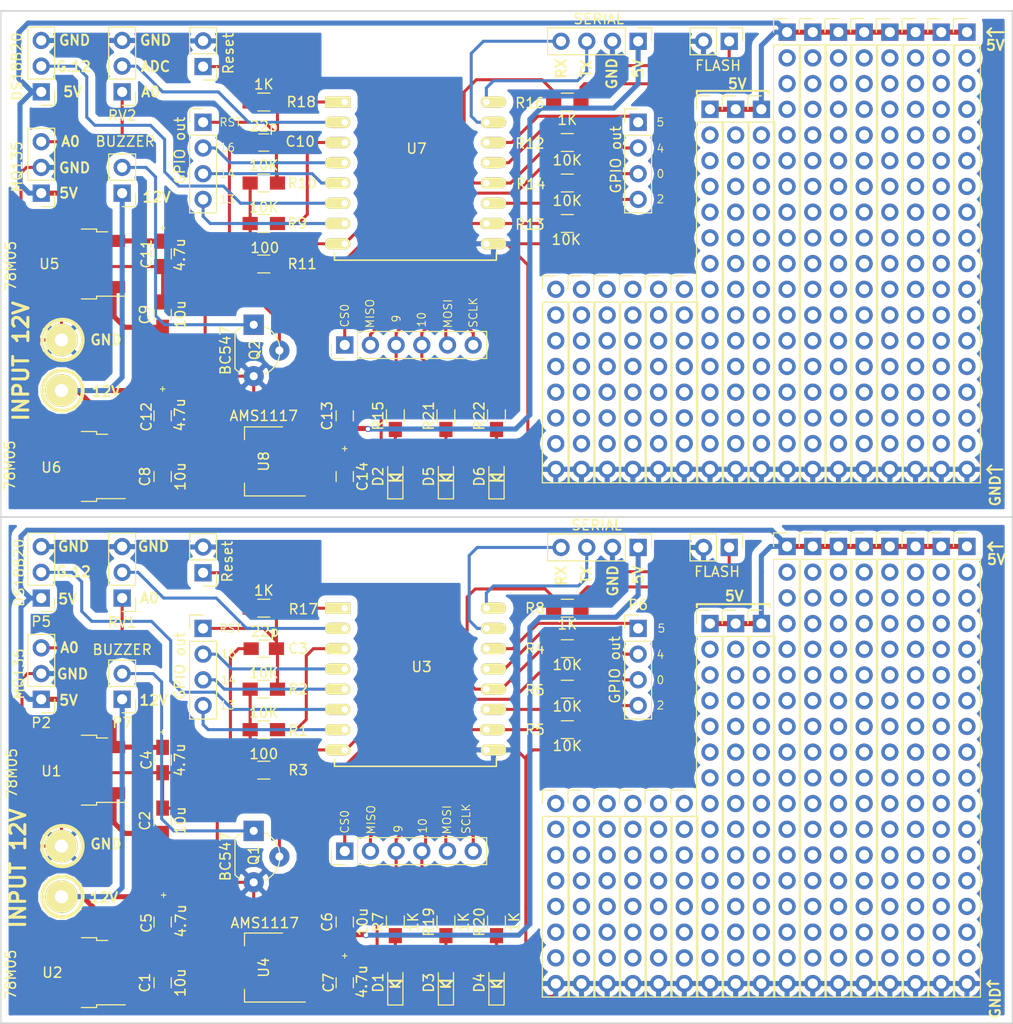
<source format=kicad_pcb>
(kicad_pcb (version 4) (host pcbnew 4.0.2-stable)
  (layers (0 F.Cu signal) (31 B.Cu signal hide) (34 B.Paste user) (35 F.Paste user) (36 B.SilkS user) (37 F.SilkS user) (38 B.Mask user) (39 F.Mask user) (44 Edge.Cuts user))
  (net 0 "")
  (net 1 12V)
  (net 2 GND)
  (net 3 RST)
  (net 4 V5)
  (net 5 5V)
  (net 6 3V3)
  (net 7 reset)
  (net 8 3.3v)
  (net 9 "Net-(D1-Pad2)")
  (net 10 "Net-(D2-Pad2)")
  (net 11 "Net-(JP1-Pad1)")
  (net 12 "Net-(JP2-Pad1)")
  (net 13 A0)
  (net 14 TXD)
  (net 15 RXD)
  (net 16 GP16)
  (net 17 GP14)
  (net 18 GP13)
  (net 19 CS0)
  (net 20 MISO)
  (net 21 GP9)
  (net 22 GP12)
  (net 23 GP5)
  (net 24 GP4)
  (net 25 GP0)
  (net 26 GP2)
  (net 27 SCLK)
  (net 28 MOSI)
  (net 29 GP10)
  (net 30 "Net-(P7-Pad2)")
  (net 31 tx)
  (net 32 rx)
  (net 33 G12)
  (net 34 "Net-(P12-Pad2)")
  (net 35 G16)
  (net 36 G14)
  (net 37 G13)
  (net 38 G9)
  (net 39 G5)
  (net 40 G4)
  (net 41 G0)
  (net 42 G2)
  (net 43 G10)
  (net 44 "Net-(Q1-Pad2)")
  (net 45 "Net-(Q2-Pad2)")
  (net 46 EN)
  (net 47 GP15)
  (net 48 G15)
  (net 49 ADC)
  (net 50 cs)
  (net 51 miso1)
  (net 52 sclk1)
  (net 53 mosi1)
  (net 54 en_ch)
  (net 55 adc1)
  (net 56 V12)
  (net 57 5.0v)
  (net 58 a01)
  (net 59 "Net-(JP3-Pad1)")
  (net 60 "Net-(JP4-Pad1)")
  (net 61 "Net-(P17-Pad2)")
  (net 62 "Net-(P17-Pad3)")
  (net 63 "Net-(P17-Pad4)")
  (net 64 "Net-(P17-Pad5)")
  (net 65 "Net-(P17-Pad6)")
  (net 66 "Net-(P17-Pad7)")
  (net 67 "Net-(P17-Pad8)")
  (net 68 "Net-(P17-Pad9)")
  (net 69 "Net-(P17-Pad10)")
  (net 70 "Net-(P17-Pad11)")
  (net 71 "Net-(P17-Pad12)")
  (net 72 "Net-(P17-Pad13)")
  (net 73 "Net-(P17-Pad14)")
  (net 74 "Net-(P18-Pad2)")
  (net 75 "Net-(P18-Pad3)")
  (net 76 "Net-(P18-Pad4)")
  (net 77 "Net-(P18-Pad5)")
  (net 78 "Net-(P18-Pad6)")
  (net 79 "Net-(P18-Pad7)")
  (net 80 "Net-(P18-Pad8)")
  (net 81 "Net-(P18-Pad9)")
  (net 82 "Net-(P18-Pad10)")
  (net 83 "Net-(P18-Pad11)")
  (net 84 "Net-(P18-Pad12)")
  (net 85 "Net-(P18-Pad13)")
  (net 86 "Net-(P18-Pad14)")
  (net 87 "Net-(P19-Pad2)")
  (net 88 "Net-(P19-Pad3)")
  (net 89 "Net-(P19-Pad4)")
  (net 90 "Net-(P19-Pad5)")
  (net 91 "Net-(P19-Pad6)")
  (net 92 "Net-(P19-Pad7)")
  (net 93 "Net-(P19-Pad8)")
  (net 94 "Net-(P19-Pad9)")
  (net 95 "Net-(P19-Pad10)")
  (net 96 "Net-(P19-Pad11)")
  (net 97 "Net-(P19-Pad12)")
  (net 98 "Net-(P19-Pad13)")
  (net 99 "Net-(P19-Pad14)")
  (net 100 "Net-(P20-Pad2)")
  (net 101 "Net-(P20-Pad3)")
  (net 102 "Net-(P20-Pad4)")
  (net 103 "Net-(P20-Pad5)")
  (net 104 "Net-(P20-Pad6)")
  (net 105 "Net-(P20-Pad7)")
  (net 106 "Net-(P20-Pad8)")
  (net 107 "Net-(P20-Pad9)")
  (net 108 "Net-(P20-Pad10)")
  (net 109 "Net-(P20-Pad11)")
  (net 110 "Net-(P20-Pad12)")
  (net 111 "Net-(P20-Pad13)")
  (net 112 "Net-(P20-Pad14)")
  (net 113 "Net-(P21-Pad2)")
  (net 114 "Net-(P21-Pad3)")
  (net 115 "Net-(P21-Pad4)")
  (net 116 "Net-(P21-Pad5)")
  (net 117 "Net-(P21-Pad6)")
  (net 118 "Net-(P21-Pad7)")
  (net 119 "Net-(P21-Pad8)")
  (net 120 "Net-(P21-Pad9)")
  (net 121 "Net-(P21-Pad10)")
  (net 122 "Net-(P21-Pad11)")
  (net 123 "Net-(P21-Pad12)")
  (net 124 "Net-(P21-Pad13)")
  (net 125 "Net-(P21-Pad14)")
  (net 126 "Net-(P22-Pad2)")
  (net 127 "Net-(P22-Pad3)")
  (net 128 "Net-(P22-Pad4)")
  (net 129 "Net-(P22-Pad5)")
  (net 130 "Net-(P22-Pad6)")
  (net 131 "Net-(P22-Pad7)")
  (net 132 "Net-(P22-Pad8)")
  (net 133 "Net-(P22-Pad9)")
  (net 134 "Net-(P22-Pad10)")
  (net 135 "Net-(P22-Pad11)")
  (net 136 "Net-(P22-Pad12)")
  (net 137 "Net-(P22-Pad13)")
  (net 138 "Net-(P22-Pad14)")
  (net 139 "Net-(P23-Pad2)")
  (net 140 "Net-(P23-Pad3)")
  (net 141 "Net-(P23-Pad4)")
  (net 142 "Net-(P23-Pad5)")
  (net 143 "Net-(P23-Pad6)")
  (net 144 "Net-(P23-Pad7)")
  (net 145 "Net-(P23-Pad8)")
  (net 146 "Net-(P23-Pad9)")
  (net 147 "Net-(P23-Pad10)")
  (net 148 "Net-(P23-Pad11)")
  (net 149 "Net-(P23-Pad12)")
  (net 150 "Net-(P23-Pad13)")
  (net 151 "Net-(P23-Pad14)")
  (net 152 "Net-(P24-Pad2)")
  (net 153 "Net-(P24-Pad3)")
  (net 154 "Net-(P24-Pad4)")
  (net 155 "Net-(P24-Pad5)")
  (net 156 "Net-(P24-Pad6)")
  (net 157 "Net-(P24-Pad7)")
  (net 158 "Net-(P24-Pad8)")
  (net 159 "Net-(P24-Pad9)")
  (net 160 "Net-(P24-Pad10)")
  (net 161 "Net-(P24-Pad11)")
  (net 162 "Net-(P24-Pad12)")
  (net 163 "Net-(P24-Pad13)")
  (net 164 "Net-(P24-Pad14)")
  (net 165 "Net-(P17-Pad15)")
  (net 166 "Net-(P17-Pad16)")
  (net 167 "Net-(P17-Pad17)")
  (net 168 "Net-(P19-Pad15)")
  (net 169 "Net-(P19-Pad16)")
  (net 170 "Net-(P19-Pad17)")
  (net 171 "Net-(P21-Pad15)")
  (net 172 "Net-(P21-Pad16)")
  (net 173 "Net-(P21-Pad17)")
  (net 174 "Net-(P23-Pad15)")
  (net 175 "Net-(P23-Pad16)")
  (net 176 "Net-(P23-Pad17)")
  (net 177 "Net-(P24-Pad15)")
  (net 178 "Net-(P24-Pad16)")
  (net 179 "Net-(P24-Pad17)")
  (net 180 "Net-(P25-Pad2)")
  (net 181 "Net-(P25-Pad3)")
  (net 182 "Net-(P25-Pad4)")
  (net 183 "Net-(P25-Pad5)")
  (net 184 "Net-(P25-Pad6)")
  (net 185 "Net-(P25-Pad7)")
  (net 186 "Net-(P25-Pad8)")
  (net 187 "Net-(P25-Pad9)")
  (net 188 "Net-(P25-Pad10)")
  (net 189 "Net-(P25-Pad11)")
  (net 190 "Net-(P25-Pad12)")
  (net 191 "Net-(P25-Pad13)")
  (net 192 "Net-(P25-Pad14)")
  (net 193 "Net-(P25-Pad15)")
  (net 194 "Net-(P25-Pad16)")
  (net 195 "Net-(P25-Pad17)")
  (net 196 "Net-(P26-Pad1)")
  (net 197 "Net-(P26-Pad2)")
  (net 198 "Net-(P26-Pad3)")
  (net 199 "Net-(P26-Pad4)")
  (net 200 "Net-(P26-Pad5)")
  (net 201 "Net-(P26-Pad6)")
  (net 202 "Net-(P26-Pad7)")
  (net 203 "Net-(P27-Pad1)")
  (net 204 "Net-(P27-Pad2)")
  (net 205 "Net-(P27-Pad3)")
  (net 206 "Net-(P27-Pad4)")
  (net 207 "Net-(P27-Pad5)")
  (net 208 "Net-(P27-Pad6)")
  (net 209 "Net-(P27-Pad7)")
  (net 210 "Net-(P28-Pad2)")
  (net 211 "Net-(P28-Pad3)")
  (net 212 "Net-(P28-Pad4)")
  (net 213 "Net-(P28-Pad5)")
  (net 214 "Net-(P28-Pad6)")
  (net 215 "Net-(P28-Pad7)")
  (net 216 "Net-(P28-Pad8)")
  (net 217 "Net-(P28-Pad9)")
  (net 218 "Net-(P28-Pad10)")
  (net 219 "Net-(P28-Pad11)")
  (net 220 "Net-(P28-Pad12)")
  (net 221 "Net-(P28-Pad13)")
  (net 222 "Net-(P28-Pad14)")
  (net 223 "Net-(P28-Pad15)")
  (net 224 "Net-(P28-Pad16)")
  (net 225 "Net-(P28-Pad17)")
  (net 226 "Net-(P29-Pad2)")
  (net 227 "Net-(P29-Pad3)")
  (net 228 "Net-(P29-Pad4)")
  (net 229 "Net-(P29-Pad5)")
  (net 230 "Net-(P29-Pad6)")
  (net 231 "Net-(P29-Pad7)")
  (net 232 "Net-(P29-Pad8)")
  (net 233 "Net-(P29-Pad9)")
  (net 234 "Net-(P29-Pad10)")
  (net 235 "Net-(P29-Pad11)")
  (net 236 "Net-(P29-Pad12)")
  (net 237 "Net-(P29-Pad13)")
  (net 238 "Net-(P29-Pad14)")
  (net 239 "Net-(P29-Pad15)")
  (net 240 "Net-(P29-Pad16)")
  (net 241 "Net-(P29-Pad17)")
  (net 242 "Net-(P30-Pad1)")
  (net 243 "Net-(P30-Pad2)")
  (net 244 "Net-(P30-Pad3)")
  (net 245 "Net-(P30-Pad4)")
  (net 246 "Net-(P30-Pad5)")
  (net 247 "Net-(P30-Pad6)")
  (net 248 "Net-(P30-Pad7)")
  (net 249 "Net-(P31-Pad2)")
  (net 250 "Net-(P31-Pad4)")
  (net 251 "Net-(P31-Pad6)")
  (net 252 "Net-(P31-Pad1)")
  (net 253 "Net-(P31-Pad3)")
  (net 254 "Net-(P31-Pad5)")
  (net 255 "Net-(P31-Pad7)")
  (net 256 "Net-(P32-Pad2)")
  (net 257 "Net-(P32-Pad4)")
  (net 258 "Net-(P32-Pad6)")
  (net 259 "Net-(P32-Pad1)")
  (net 260 "Net-(P32-Pad3)")
  (net 261 "Net-(P32-Pad5)")
  (net 262 "Net-(P32-Pad7)")
  (net 263 "Net-(P33-Pad2)")
  (net 264 "Net-(P33-Pad4)")
  (net 265 "Net-(P33-Pad6)")
  (net 266 "Net-(P33-Pad1)")
  (net 267 "Net-(P33-Pad3)")
  (net 268 "Net-(P33-Pad5)")
  (net 269 "Net-(P33-Pad7)")
  (net 270 V5.0)
  (net 271 "Net-(P34-Pad2)")
  (net 272 "Net-(P34-Pad3)")
  (net 273 "Net-(P34-Pad4)")
  (net 274 "Net-(P34-Pad5)")
  (net 275 "Net-(P34-Pad6)")
  (net 276 "Net-(P34-Pad7)")
  (net 277 "Net-(P34-Pad8)")
  (net 278 "Net-(P34-Pad9)")
  (net 279 "Net-(P34-Pad10)")
  (net 280 "Net-(P34-Pad11)")
  (net 281 "Net-(P34-Pad12)")
  (net 282 "Net-(P34-Pad13)")
  (net 283 "Net-(P34-Pad14)")
  (net 284 "Net-(P34-Pad15)")
  (net 285 "Net-(P34-Pad16)")
  (net 286 "Net-(P34-Pad17)")
  (net 287 "Net-(P35-Pad2)")
  (net 288 "Net-(P35-Pad3)")
  (net 289 "Net-(P35-Pad4)")
  (net 290 "Net-(P35-Pad5)")
  (net 291 "Net-(P35-Pad6)")
  (net 292 "Net-(P35-Pad7)")
  (net 293 "Net-(P35-Pad8)")
  (net 294 "Net-(P35-Pad9)")
  (net 295 "Net-(P35-Pad10)")
  (net 296 "Net-(P35-Pad11)")
  (net 297 "Net-(P35-Pad12)")
  (net 298 "Net-(P35-Pad13)")
  (net 299 "Net-(P35-Pad14)")
  (net 300 "Net-(P36-Pad2)")
  (net 301 "Net-(P36-Pad3)")
  (net 302 "Net-(P36-Pad4)")
  (net 303 "Net-(P36-Pad5)")
  (net 304 "Net-(P36-Pad6)")
  (net 305 "Net-(P36-Pad7)")
  (net 306 "Net-(P36-Pad8)")
  (net 307 "Net-(P36-Pad9)")
  (net 308 "Net-(P36-Pad10)")
  (net 309 "Net-(P36-Pad11)")
  (net 310 "Net-(P36-Pad12)")
  (net 311 "Net-(P36-Pad13)")
  (net 312 "Net-(P36-Pad14)")
  (net 313 "Net-(P36-Pad15)")
  (net 314 "Net-(P36-Pad16)")
  (net 315 "Net-(P36-Pad17)")
  (net 316 "Net-(P37-Pad2)")
  (net 317 "Net-(P37-Pad3)")
  (net 318 "Net-(P37-Pad4)")
  (net 319 "Net-(P37-Pad5)")
  (net 320 "Net-(P37-Pad6)")
  (net 321 "Net-(P37-Pad7)")
  (net 322 "Net-(P37-Pad8)")
  (net 323 "Net-(P37-Pad9)")
  (net 324 "Net-(P37-Pad10)")
  (net 325 "Net-(P37-Pad11)")
  (net 326 "Net-(P37-Pad12)")
  (net 327 "Net-(P37-Pad13)")
  (net 328 "Net-(P37-Pad14)")
  (net 329 "Net-(P38-Pad2)")
  (net 330 "Net-(P38-Pad3)")
  (net 331 "Net-(P38-Pad4)")
  (net 332 "Net-(P38-Pad5)")
  (net 333 "Net-(P38-Pad6)")
  (net 334 "Net-(P38-Pad7)")
  (net 335 "Net-(P38-Pad8)")
  (net 336 "Net-(P38-Pad9)")
  (net 337 "Net-(P38-Pad10)")
  (net 338 "Net-(P38-Pad11)")
  (net 339 "Net-(P38-Pad12)")
  (net 340 "Net-(P38-Pad13)")
  (net 341 "Net-(P38-Pad14)")
  (net 342 "Net-(P38-Pad15)")
  (net 343 "Net-(P38-Pad16)")
  (net 344 "Net-(P38-Pad17)")
  (net 345 "Net-(P39-Pad2)")
  (net 346 "Net-(P39-Pad3)")
  (net 347 "Net-(P39-Pad4)")
  (net 348 "Net-(P39-Pad5)")
  (net 349 "Net-(P39-Pad6)")
  (net 350 "Net-(P39-Pad7)")
  (net 351 "Net-(P39-Pad8)")
  (net 352 "Net-(P39-Pad9)")
  (net 353 "Net-(P39-Pad10)")
  (net 354 "Net-(P39-Pad11)")
  (net 355 "Net-(P39-Pad12)")
  (net 356 "Net-(P39-Pad13)")
  (net 357 "Net-(P39-Pad14)")
  (net 358 "Net-(P40-Pad2)")
  (net 359 "Net-(P40-Pad3)")
  (net 360 "Net-(P40-Pad4)")
  (net 361 "Net-(P40-Pad5)")
  (net 362 "Net-(P40-Pad6)")
  (net 363 "Net-(P40-Pad7)")
  (net 364 "Net-(P40-Pad8)")
  (net 365 "Net-(P40-Pad9)")
  (net 366 "Net-(P40-Pad10)")
  (net 367 "Net-(P40-Pad11)")
  (net 368 "Net-(P40-Pad12)")
  (net 369 "Net-(P40-Pad13)")
  (net 370 "Net-(P40-Pad14)")
  (net 371 "Net-(P40-Pad15)")
  (net 372 "Net-(P40-Pad16)")
  (net 373 "Net-(P40-Pad17)")
  (net 374 "Net-(P41-Pad1)")
  (net 375 "Net-(P41-Pad2)")
  (net 376 "Net-(P41-Pad3)")
  (net 377 "Net-(P41-Pad4)")
  (net 378 "Net-(P41-Pad5)")
  (net 379 "Net-(P41-Pad6)")
  (net 380 "Net-(P41-Pad7)")
  (net 381 "Net-(P42-Pad1)")
  (net 382 "Net-(P42-Pad2)")
  (net 383 "Net-(P42-Pad3)")
  (net 384 "Net-(P42-Pad4)")
  (net 385 "Net-(P42-Pad5)")
  (net 386 "Net-(P42-Pad6)")
  (net 387 "Net-(P42-Pad7)")
  (net 388 "Net-(P43-Pad2)")
  (net 389 "Net-(P43-Pad3)")
  (net 390 "Net-(P43-Pad4)")
  (net 391 "Net-(P43-Pad5)")
  (net 392 "Net-(P43-Pad6)")
  (net 393 "Net-(P43-Pad7)")
  (net 394 "Net-(P43-Pad8)")
  (net 395 "Net-(P43-Pad9)")
  (net 396 "Net-(P43-Pad10)")
  (net 397 "Net-(P43-Pad11)")
  (net 398 "Net-(P43-Pad12)")
  (net 399 "Net-(P43-Pad13)")
  (net 400 "Net-(P43-Pad14)")
  (net 401 "Net-(P43-Pad15)")
  (net 402 "Net-(P43-Pad16)")
  (net 403 "Net-(P43-Pad17)")
  (net 404 "Net-(P44-Pad1)")
  (net 405 "Net-(P44-Pad2)")
  (net 406 "Net-(P44-Pad3)")
  (net 407 "Net-(P44-Pad4)")
  (net 408 "Net-(P44-Pad5)")
  (net 409 "Net-(P44-Pad6)")
  (net 410 "Net-(P44-Pad7)")
  (net 411 "Net-(P45-Pad1)")
  (net 412 "Net-(P45-Pad2)")
  (net 413 "Net-(P45-Pad3)")
  (net 414 "Net-(P45-Pad4)")
  (net 415 "Net-(P45-Pad5)")
  (net 416 "Net-(P45-Pad6)")
  (net 417 "Net-(P45-Pad7)")
  (net 418 "Net-(P46-Pad2)")
  (net 419 "Net-(P46-Pad3)")
  (net 420 "Net-(P46-Pad4)")
  (net 421 "Net-(P46-Pad5)")
  (net 422 "Net-(P46-Pad6)")
  (net 423 "Net-(P46-Pad7)")
  (net 424 "Net-(P46-Pad8)")
  (net 425 "Net-(P46-Pad9)")
  (net 426 "Net-(P46-Pad10)")
  (net 427 "Net-(P46-Pad11)")
  (net 428 "Net-(P46-Pad12)")
  (net 429 "Net-(P46-Pad13)")
  (net 430 "Net-(P46-Pad14)")
  (net 431 "Net-(P46-Pad15)")
  (net 432 "Net-(P46-Pad16)")
  (net 433 "Net-(P46-Pad17)")
  (net 434 "Net-(P47-Pad1)")
  (net 435 "Net-(P47-Pad2)")
  (net 436 "Net-(P47-Pad3)")
  (net 437 "Net-(P47-Pad4)")
  (net 438 "Net-(P47-Pad5)")
  (net 439 "Net-(P47-Pad6)")
  (net 440 "Net-(P47-Pad7)")
  (net 441 "Net-(P48-Pad1)")
  (net 442 "Net-(P48-Pad2)")
  (net 443 "Net-(P48-Pad3)")
  (net 444 "Net-(P48-Pad4)")
  (net 445 "Net-(P48-Pad5)")
  (net 446 "Net-(P48-Pad6)")
  (net 447 "Net-(P48-Pad7)")
  (net 448 "Net-(P49-Pad2)")
  (net 449 "Net-(P49-Pad3)")
  (net 450 "Net-(P49-Pad4)")
  (net 451 "Net-(P49-Pad5)")
  (net 452 "Net-(P49-Pad6)")
  (net 453 "Net-(P49-Pad7)")
  (net 454 "Net-(P49-Pad8)")
  (net 455 "Net-(P49-Pad9)")
  (net 456 "Net-(P49-Pad10)")
  (net 457 "Net-(P49-Pad11)")
  (net 458 "Net-(P49-Pad12)")
  (net 459 "Net-(P49-Pad13)")
  (net 460 "Net-(P49-Pad14)")
  (net 461 "Net-(P49-Pad15)")
  (net 462 "Net-(P49-Pad16)")
  (net 463 "Net-(P49-Pad17)")
  (net 464 "Net-(P50-Pad2)")
  (net 465 "Net-(P50-Pad3)")
  (net 466 "Net-(P50-Pad4)")
  (net 467 "Net-(P50-Pad5)")
  (net 468 "Net-(P50-Pad6)")
  (net 469 "Net-(P50-Pad7)")
  (net 470 "Net-(P50-Pad8)")
  (net 471 "Net-(P50-Pad9)")
  (net 472 "Net-(P50-Pad10)")
  (net 473 "Net-(P50-Pad11)")
  (net 474 "Net-(P50-Pad12)")
  (net 475 "Net-(P50-Pad13)")
  (net 476 "Net-(P50-Pad14)")
  (net 477 "Net-(P50-Pad15)")
  (net 478 "Net-(P50-Pad16)")
  (net 479 "Net-(P50-Pad17)")
  (net 480 "Net-(D3-Pad2)")
  (net 481 "Net-(D4-Pad2)")
  (net 482 "Net-(D5-Pad2)")
  (net 483 "Net-(D6-Pad2)")
  (module w_conn_mkds:mkds_1,5-2 (layer F.Cu) (at 101 71 90)
    (fp_text reference P8)
    (fp_text value "INPUT 12V" (at 0.4 -4 90) (layer F.SilkS) (effects (font (size 1.5 1.5) (thickness 0.3))))
    (pad 1 thru_hole circle (at -2.5 0 90) (size 3.2 3.2) (drill 1.3) (layers *.Cu *.Mask F.SilkS) (net 56 V12))
    (pad 2 thru_hole circle (at 2.5 0 90) (size 3.2 3.2) (drill 1.3) (layers *.Cu *.Mask F.SilkS) (net 2 GND))
  )
  (module w_conn_mkds:mkds_1,5-2 (layer F.Cu) (at 101 121 90)
    (fp_text reference P1)
    (fp_text value "INPUT 12V" (at 0.3 -4.3 90) (layer F.SilkS) (effects (font (size 1.5 1.5) (thickness 0.3))))
    (pad 1 thru_hole circle (at -2.5 0 90) (size 3.2 3.2) (drill 1.3) (layers *.Cu *.Mask F.SilkS) (net 1 12V))
    (pad 2 thru_hole circle (at 2.5 0 90) (size 3.2 3.2) (drill 1.3) (layers *.Cu *.Mask F.SilkS) (net 2 GND))
  )
  (module Capacitors_SMD:C_0805_HandSoldering (layer F.Cu) (at 111 132 90)
    (fp_text reference C1 (at 0 -1.75 90) (layer F.SilkS))
    (fp_text value 10u (at 0 1.75 90) (layer F.SilkS))
    (pad 1 smd rect (at -1.25 0 90) (size 1.5 1.25) (layers F.Cu F.Paste F.Mask) (net 1 12V))
    (pad 2 smd rect (at 1.25 0 90) (size 1.5 1.25) (layers F.Cu F.Paste F.Mask) (net 2 GND))
  )
  (module Capacitors_SMD:C_0805_HandSoldering (layer F.Cu) (at 111 116 90)
    (fp_text reference C2 (at 0 -1.75 90) (layer F.SilkS))
    (fp_text value 10u (at 0 1.75 90) (layer F.SilkS))
    (pad 1 smd rect (at -1.25 0 90) (size 1.5 1.25) (layers F.Cu F.Paste F.Mask) (net 1 12V))
    (pad 2 smd rect (at 1.25 0 90) (size 1.5 1.25) (layers F.Cu F.Paste F.Mask) (net 2 GND))
  )
  (module Capacitors_SMD:C_0805_HandSoldering (layer F.Cu) (at 121 99)
    (fp_text reference C3 (at 3.4 0) (layer F.SilkS))
    (fp_text value 22p (at 0.1 -1.7) (layer F.SilkS))
    (pad 1 smd rect (at -1.25 0) (size 1.5 1.25) (layers F.Cu F.Paste F.Mask) (net 2 GND))
    (pad 2 smd rect (at 1.25 0) (size 1.5 1.25) (layers F.Cu F.Paste F.Mask) (net 3 RST))
  )
  (module Capacitors_SMD:C_0805_HandSoldering (layer F.Cu) (at 111 110 270)
    (fp_text reference C4 (at 0 1.6 270) (layer F.SilkS))
    (fp_text value 4.7u (at 0 -1.7 270) (layer F.SilkS))
    (pad 1 smd rect (at -1.25 0 270) (size 1.5 1.25) (layers F.Cu F.Paste F.Mask) (net 4 V5))
    (pad 2 smd rect (at 1.25 0 270) (size 1.5 1.25) (layers F.Cu F.Paste F.Mask) (net 2 GND))
  )
  (module Capacitors_SMD:C_0805_HandSoldering (layer F.Cu) (at 111 126 270)
    (fp_text reference C5 (at 0.1 1.6 270) (layer F.SilkS))
    (fp_text value 4.7u (at -0.1 -1.8 270) (layer F.SilkS))
    (pad 1 smd rect (at -1.25 0 270) (size 1.5 1.25) (layers F.Cu F.Paste F.Mask) (net 5 5V))
    (pad 2 smd rect (at 1.25 0 270) (size 1.5 1.25) (layers F.Cu F.Paste F.Mask) (net 2 GND))
  )
  (module Capacitors_SMD:C_0805_HandSoldering (layer F.Cu) (at 129 126 90)
    (fp_text reference C6 (at 0 -1.75 90) (layer F.SilkS))
    (fp_text value 10u (at 0 1.75 90) (layer F.SilkS))
    (pad 1 smd rect (at -1.25 0 90) (size 1.5 1.25) (layers F.Cu F.Paste F.Mask) (net 5 5V))
    (pad 2 smd rect (at 1.25 0 90) (size 1.5 1.25) (layers F.Cu F.Paste F.Mask) (net 2 GND))
  )
  (module Capacitors_SMD:C_0805_HandSoldering (layer F.Cu) (at 129 132 270)
    (fp_text reference C7 (at 0 1.6 270) (layer F.SilkS))
    (fp_text value 4.7u (at -0.1 -1.7 270) (layer F.SilkS))
    (pad 1 smd rect (at -1.25 0 270) (size 1.5 1.25) (layers F.Cu F.Paste F.Mask) (net 6 3V3))
    (pad 2 smd rect (at 1.25 0 270) (size 1.5 1.25) (layers F.Cu F.Paste F.Mask) (net 2 GND))
  )
  (module Capacitors_SMD:C_0805_HandSoldering (layer F.Cu) (at 111 82 90)
    (fp_text reference C8 (at 0 -1.75 90) (layer F.SilkS))
    (fp_text value 10u (at 0 1.75 90) (layer F.SilkS))
    (pad 1 smd rect (at -1.25 0 90) (size 1.5 1.25) (layers F.Cu F.Paste F.Mask) (net 56 V12))
    (pad 2 smd rect (at 1.25 0 90) (size 1.5 1.25) (layers F.Cu F.Paste F.Mask) (net 2 GND))
  )
  (module Capacitors_SMD:C_0805_HandSoldering (layer F.Cu) (at 111 66 90)
    (fp_text reference C9 (at 0 -1.75 90) (layer F.SilkS))
    (fp_text value 10u (at 0 1.75 90) (layer F.SilkS))
    (pad 1 smd rect (at -1.25 0 90) (size 1.5 1.25) (layers F.Cu F.Paste F.Mask) (net 56 V12))
    (pad 2 smd rect (at 1.25 0 90) (size 1.5 1.25) (layers F.Cu F.Paste F.Mask) (net 2 GND))
  )
  (module Capacitors_SMD:C_0805_HandSoldering (layer F.Cu) (at 121 49)
    (fp_text reference C10 (at 3.6 -0.1) (layer F.SilkS))
    (fp_text value 22p (at 0 -1.6) (layer F.SilkS))
    (pad 1 smd rect (at -1.25 0) (size 1.5 1.25) (layers F.Cu F.Paste F.Mask) (net 2 GND))
    (pad 2 smd rect (at 1.25 0) (size 1.5 1.25) (layers F.Cu F.Paste F.Mask) (net 7 reset))
  )
  (module Capacitors_SMD:C_0805_HandSoldering (layer F.Cu) (at 111 60 270)
    (fp_text reference C11 (at 0 1.6 270) (layer F.SilkS))
    (fp_text value 4.7u (at 0.1 -1.7 270) (layer F.SilkS))
    (pad 1 smd rect (at -1.25 0 270) (size 1.5 1.25) (layers F.Cu F.Paste F.Mask) (net 270 V5.0))
    (pad 2 smd rect (at 1.25 0 270) (size 1.5 1.25) (layers F.Cu F.Paste F.Mask) (net 2 GND))
  )
  (module Capacitors_SMD:C_0805_HandSoldering (layer F.Cu) (at 111 76 270)
    (fp_text reference C12 (at 0.1 1.6 270) (layer F.SilkS))
    (fp_text value 4.7u (at -0.1 -1.7 270) (layer F.SilkS))
    (pad 1 smd rect (at -1.25 0 270) (size 1.5 1.25) (layers F.Cu F.Paste F.Mask) (net 57 5.0v))
    (pad 2 smd rect (at 1.25 0 270) (size 1.5 1.25) (layers F.Cu F.Paste F.Mask) (net 2 GND))
  )
  (module Capacitors_SMD:C_0805_HandSoldering (layer F.Cu) (at 129 76 90)
    (fp_text reference C13 (at 0 -1.75 90) (layer F.SilkS))
    (fp_text value 10u)
    (pad 1 smd rect (at -1.25 0 90) (size 1.5 1.25) (layers F.Cu F.Paste F.Mask) (net 57 5.0v))
    (pad 2 smd rect (at 1.25 0 90) (size 1.5 1.25) (layers F.Cu F.Paste F.Mask) (net 2 GND))
  )
  (module Capacitors_SMD:C_0805_HandSoldering (layer F.Cu) (at 129 82 270)
    (fp_text reference C14 (at 0 -1.75 270) (layer F.SilkS))
    (fp_text value 4.7u)
    (pad 1 smd rect (at -1.25 0 270) (size 1.5 1.25) (layers F.Cu F.Paste F.Mask) (net 8 3.3v))
    (pad 2 smd rect (at 1.25 0 270) (size 1.5 1.25) (layers F.Cu F.Paste F.Mask) (net 2 GND))
  )
  (module LEDs:LED_0805_HandSoldering (layer F.Cu) (at 134 132 90)
    (fp_text reference D1 (at 0 -1.7 90) (layer F.SilkS))
    (fp_text value LED)
    (pad 1 smd rect (at -1.35 0 90) (size 1.5 1.3) (layers F.Cu F.Paste F.Mask) (net 2 GND))
    (pad 2 smd rect (at 1.35 0 90) (size 1.5 1.3) (layers F.Cu F.Paste F.Mask) (net 9 "Net-(D1-Pad2)"))
  )
  (module LEDs:LED_0805_HandSoldering (layer F.Cu) (at 134 82 90)
    (fp_text reference D2 (at 0 -1.7 90) (layer F.SilkS))
    (fp_text value LED)
    (pad 1 smd rect (at -1.35 0 90) (size 1.5 1.3) (layers F.Cu F.Paste F.Mask) (net 2 GND))
    (pad 2 smd rect (at 1.35 0 90) (size 1.5 1.3) (layers F.Cu F.Paste F.Mask) (net 10 "Net-(D2-Pad2)"))
  )
  (module Pin_Headers:Pin_Header_Straight_1x02_Pitch2.54mm (layer F.Cu) (at 167 89 270)
    (fp_text reference JP1)
    (fp_text value FLASH (at 2.4 1.2 360) (layer F.SilkS))
    (pad 1 thru_hole rect (at 0 0 270) (size 1.7 1.7) (drill 1) (layers *.Cu *.Mask) (net 11 "Net-(JP1-Pad1)"))
    (pad 2 thru_hole oval (at 0 2.54 270) (size 1.7 1.7) (drill 1) (layers *.Cu *.Mask) (net 2 GND))
  )
  (module Pin_Headers:Pin_Header_Straight_1x02_Pitch2.54mm (layer F.Cu) (at 167 39 270)
    (fp_text reference JP2)
    (fp_text value FLASH (at 2.4 1.1 360) (layer F.SilkS))
    (pad 1 thru_hole rect (at 0 0 270) (size 1.7 1.7) (drill 1) (layers *.Cu *.Mask) (net 12 "Net-(JP2-Pad1)"))
    (pad 2 thru_hole oval (at 0 2.54 270) (size 1.7 1.7) (drill 1) (layers *.Cu *.Mask) (net 2 GND))
  )
  (module Pin_Headers:Pin_Header_Straight_1x03_Pitch2.54mm (layer F.Cu) (at 99 104 180)
    (fp_text reference P2 (at 0 -2.33 180) (layer F.SilkS))
    (fp_text value MQ135 (at 2.2 2.5 270) (layer F.SilkS))
    (pad 1 thru_hole rect (at 0 0 180) (size 1.7 1.7) (drill 1) (layers *.Cu *.Mask) (net 4 V5))
    (pad 2 thru_hole oval (at 0 2.54 180) (size 1.7 1.7) (drill 1) (layers *.Cu *.Mask) (net 2 GND))
    (pad 3 thru_hole oval (at 0 5.08 180) (size 1.7 1.7) (drill 1) (layers *.Cu *.Mask) (net 13 A0))
  )
  (module Pin_Headers:Pin_Header_Straight_1x04_Pitch2.54mm (layer F.Cu) (at 158 89 270)
    (fp_text reference P3)
    (fp_text value SERIAL (at -2.2 4.1 360) (layer F.SilkS))
    (pad 1 thru_hole rect (at 0 0 270) (size 1.7 1.7) (drill 1) (layers *.Cu *.Mask) (net 5 5V))
    (pad 2 thru_hole oval (at 0 2.54 270) (size 1.7 1.7) (drill 1) (layers *.Cu *.Mask) (net 2 GND))
    (pad 3 thru_hole oval (at 0 5.08 270) (size 1.7 1.7) (drill 1) (layers *.Cu *.Mask) (net 14 TXD))
    (pad 4 thru_hole oval (at 0 7.62 270) (size 1.7 1.7) (drill 1) (layers *.Cu *.Mask) (net 15 RXD))
  )
  (module Pin_Headers:Pin_Header_Straight_1x03_Pitch2.54mm (layer F.Cu) (at 99 94 180)
    (fp_text reference P5 (at 0 -2.33 180) (layer F.SilkS))
    (fp_text value DS18B20 (at 2.2 2.5 270) (layer F.SilkS))
    (pad 1 thru_hole rect (at 0 0 180) (size 1.7 1.7) (drill 1) (layers *.Cu *.Mask) (net 4 V5))
    (pad 2 thru_hole oval (at 0 2.54 180) (size 1.7 1.7) (drill 1) (layers *.Cu *.Mask) (net 22 GP12))
    (pad 3 thru_hole oval (at 0 5.08 180) (size 1.7 1.7) (drill 1) (layers *.Cu *.Mask) (net 2 GND))
  )
  (module Pin_Headers:Pin_Header_Straight_1x02_Pitch2.54mm (layer F.Cu) (at 107 104 180)
    (fp_text reference P7 (at 0 -2.33 180) (layer F.SilkS))
    (fp_text value BUZZER (at 0 4.9 360) (layer F.SilkS))
    (pad 1 thru_hole rect (at 0 0 180) (size 1.7 1.7) (drill 1) (layers *.Cu *.Mask) (net 1 12V))
    (pad 2 thru_hole oval (at 0 2.54 180) (size 1.7 1.7) (drill 1) (layers *.Cu *.Mask) (net 30 "Net-(P7-Pad2)"))
  )
  (module Pin_Headers:Pin_Header_Straight_1x03_Pitch2.54mm (layer F.Cu) (at 99 54 180)
    (fp_text reference P9)
    (fp_text value MQ135 (at 2.4 2.6 270) (layer F.SilkS))
    (pad 1 thru_hole rect (at 0 0 180) (size 1.7 1.7) (drill 1) (layers *.Cu *.Mask) (net 270 V5.0))
    (pad 2 thru_hole oval (at 0 2.54 180) (size 1.7 1.7) (drill 1) (layers *.Cu *.Mask) (net 2 GND))
    (pad 3 thru_hole oval (at 0 5.08 180) (size 1.7 1.7) (drill 1) (layers *.Cu *.Mask) (net 58 a01))
  )
  (module Pin_Headers:Pin_Header_Straight_1x04_Pitch2.54mm (layer F.Cu) (at 158 39 270)
    (fp_text reference P10)
    (fp_text value SERIAL (at -2.2 3.9 360) (layer F.SilkS))
    (pad 1 thru_hole rect (at 0 0 270) (size 1.7 1.7) (drill 1) (layers *.Cu *.Mask) (net 57 5.0v))
    (pad 2 thru_hole oval (at 0 2.54 270) (size 1.7 1.7) (drill 1) (layers *.Cu *.Mask) (net 2 GND))
    (pad 3 thru_hole oval (at 0 5.08 270) (size 1.7 1.7) (drill 1) (layers *.Cu *.Mask) (net 31 tx))
    (pad 4 thru_hole oval (at 0 7.62 270) (size 1.7 1.7) (drill 1) (layers *.Cu *.Mask) (net 32 rx))
  )
  (module Pin_Headers:Pin_Header_Straight_1x03_Pitch2.54mm (layer F.Cu) (at 99 44 180)
    (fp_text reference P11)
    (fp_text value DS18B20 (at 2.4 2.5 270) (layer F.SilkS))
    (pad 1 thru_hole rect (at 0 0 180) (size 1.7 1.7) (drill 1) (layers *.Cu *.Mask) (net 270 V5.0))
    (pad 2 thru_hole oval (at 0 2.54 180) (size 1.7 1.7) (drill 1) (layers *.Cu *.Mask) (net 33 G12))
    (pad 3 thru_hole oval (at 0 5.08 180) (size 1.7 1.7) (drill 1) (layers *.Cu *.Mask) (net 2 GND))
  )
  (module Pin_Headers:Pin_Header_Straight_1x02_Pitch2.54mm (layer F.Cu) (at 107 54 180)
    (fp_text reference P12)
    (fp_text value BUZZER (at -0.3 5.1 180) (layer F.SilkS))
    (pad 1 thru_hole rect (at 0 0 180) (size 1.7 1.7) (drill 1) (layers *.Cu *.Mask) (net 56 V12))
    (pad 2 thru_hole oval (at 0 2.54 180) (size 1.7 1.7) (drill 1) (layers *.Cu *.Mask) (net 34 "Net-(P12-Pad2)"))
  )
  (module TO_SOT_Packages_THT:TO-92_Molded_Wide (layer F.Cu) (at 120 117 270)
    (fp_text reference Q1 (at 2.4 0 450) (layer F.SilkS))
    (fp_text value BC547 (at 2.54 2.79 270) (layer F.SilkS))
    (pad 2 thru_hole circle (at 2.54 -2.54) (size 2 2) (drill 0.8) (layers *.Cu *.Mask) (net 44 "Net-(Q1-Pad2)"))
    (pad 3 thru_hole circle (at 5.08 0) (size 2 2) (drill 0.8) (layers *.Cu *.Mask) (net 2 GND))
    (pad 1 thru_hole rect (at 0 0) (size 2 2) (drill 0.8) (layers *.Cu *.Mask) (net 30 "Net-(P7-Pad2)"))
  )
  (module TO_SOT_Packages_THT:TO-92_Molded_Wide (layer F.Cu) (at 120 67 270)
    (fp_text reference Q2 (at 2.5 -0.1 450) (layer F.SilkS))
    (fp_text value BC547 (at 2.54 2.79 270) (layer F.SilkS))
    (pad 2 thru_hole circle (at 2.54 -2.54) (size 2 2) (drill 0.8) (layers *.Cu *.Mask) (net 45 "Net-(Q2-Pad2)"))
    (pad 3 thru_hole circle (at 5.08 0) (size 2 2) (drill 0.8) (layers *.Cu *.Mask) (net 2 GND))
    (pad 1 thru_hole rect (at 0 0) (size 2 2) (drill 0.8) (layers *.Cu *.Mask) (net 34 "Net-(P12-Pad2)"))
  )
  (module Resistors_SMD:R_0805_HandSoldering (layer F.Cu) (at 121 107)
    (fp_text reference R1 (at 3.4 0.1) (layer F.SilkS))
    (fp_text value 10K (at 0 -1.7) (layer F.SilkS))
    (pad 1 smd rect (at -1.35 0) (size 1.5 1.3) (layers F.Cu F.Paste F.Mask) (net 6 3V3))
    (pad 2 smd rect (at 1.35 0) (size 1.5 1.3) (layers F.Cu F.Paste F.Mask) (net 46 EN))
  )
  (module Resistors_SMD:R_0805_HandSoldering (layer F.Cu) (at 121 103 180)
    (fp_text reference R2 (at -3.4 0 180) (layer F.SilkS))
    (fp_text value 10K (at 0 1.6 180) (layer F.SilkS))
    (pad 1 smd rect (at -1.35 0 180) (size 1.5 1.3) (layers F.Cu F.Paste F.Mask) (net 3 RST))
    (pad 2 smd rect (at 1.35 0 180) (size 1.5 1.3) (layers F.Cu F.Paste F.Mask) (net 6 3V3))
  )
  (module Resistors_SMD:R_0805_HandSoldering (layer F.Cu) (at 121 111)
    (fp_text reference R3 (at 3.4 0) (layer F.SilkS))
    (fp_text value 100 (at 0 -1.6) (layer F.SilkS))
    (pad 1 smd rect (at -1.35 0) (size 1.5 1.3) (layers F.Cu F.Paste F.Mask) (net 44 "Net-(Q1-Pad2)"))
    (pad 2 smd rect (at 1.35 0) (size 1.5 1.3) (layers F.Cu F.Paste F.Mask) (net 47 GP15))
  )
  (module Resistors_SMD:R_0805_HandSoldering (layer F.Cu) (at 151 99)
    (fp_text reference R4 (at -3.2 0) (layer F.SilkS))
    (fp_text value 10K (at 0 1.6) (layer F.SilkS))
    (pad 1 smd rect (at -1.35 0) (size 1.5 1.3) (layers F.Cu F.Paste F.Mask) (net 25 GP0))
    (pad 2 smd rect (at 1.35 0) (size 1.5 1.3) (layers F.Cu F.Paste F.Mask) (net 6 3V3))
  )
  (module Resistors_SMD:R_0805_HandSoldering (layer F.Cu) (at 151 107 180)
    (fp_text reference R5 (at 3.2 0 180) (layer F.SilkS))
    (fp_text value 10K (at 0 -1.6 180) (layer F.SilkS))
    (pad 1 smd rect (at -1.35 0 180) (size 1.5 1.3) (layers F.Cu F.Paste F.Mask) (net 2 GND))
    (pad 2 smd rect (at 1.35 0 180) (size 1.5 1.3) (layers F.Cu F.Paste F.Mask) (net 47 GP15))
  )
  (module Resistors_SMD:R_0805_HandSoldering (layer F.Cu) (at 151 103)
    (fp_text reference R6 (at -3.2 0.1) (layer F.SilkS))
    (fp_text value 10K (at 0 1.7) (layer F.SilkS))
    (pad 1 smd rect (at -1.35 0) (size 1.5 1.3) (layers F.Cu F.Paste F.Mask) (net 26 GP2))
    (pad 2 smd rect (at 1.35 0) (size 1.5 1.3) (layers F.Cu F.Paste F.Mask) (net 6 3V3))
  )
  (module Resistors_SMD:R_0805_HandSoldering (layer F.Cu) (at 134 126 90)
    (fp_text reference R7 (at 0 -1.7 90) (layer F.SilkS))
    (fp_text value 1K (at 0 1.75 90) (layer F.SilkS))
    (pad 1 smd rect (at -1.35 0 90) (size 1.5 1.3) (layers F.Cu F.Paste F.Mask) (net 9 "Net-(D1-Pad2)"))
    (pad 2 smd rect (at 1.35 0 90) (size 1.5 1.3) (layers F.Cu F.Paste F.Mask) (net 6 3V3))
  )
  (module Resistors_SMD:R_0805_HandSoldering (layer F.Cu) (at 151 95)
    (fp_text reference R8 (at -3.2 0) (layer F.SilkS))
    (fp_text value 1K (at 0 1.6) (layer F.SilkS))
    (pad 1 smd rect (at -1.35 0) (size 1.5 1.3) (layers F.Cu F.Paste F.Mask) (net 25 GP0))
    (pad 2 smd rect (at 1.35 0) (size 1.5 1.3) (layers F.Cu F.Paste F.Mask) (net 11 "Net-(JP1-Pad1)"))
  )
  (module Resistors_SMD:R_0805_HandSoldering (layer F.Cu) (at 121 57)
    (fp_text reference R9 (at 3.3 0) (layer F.SilkS))
    (fp_text value 10K (at 0 -1.6) (layer F.SilkS))
    (pad 1 smd rect (at -1.35 0) (size 1.5 1.3) (layers F.Cu F.Paste F.Mask) (net 8 3.3v))
    (pad 2 smd rect (at 1.35 0) (size 1.5 1.3) (layers F.Cu F.Paste F.Mask) (net 54 en_ch))
  )
  (module Resistors_SMD:R_0805_HandSoldering (layer F.Cu) (at 121 53 180)
    (fp_text reference R10 (at -3.8 0 180) (layer F.SilkS))
    (fp_text value 10K (at 0 1.75 180) (layer F.SilkS))
    (pad 1 smd rect (at -1.35 0 180) (size 1.5 1.3) (layers F.Cu F.Paste F.Mask) (net 7 reset))
    (pad 2 smd rect (at 1.35 0 180) (size 1.5 1.3) (layers F.Cu F.Paste F.Mask) (net 8 3.3v))
  )
  (module Resistors_SMD:R_0805_HandSoldering (layer F.Cu) (at 121 61)
    (fp_text reference R11 (at 3.8 0) (layer F.SilkS))
    (fp_text value 100 (at 0.1 -1.6) (layer F.SilkS))
    (pad 1 smd rect (at -1.35 0) (size 1.5 1.3) (layers F.Cu F.Paste F.Mask) (net 45 "Net-(Q2-Pad2)"))
    (pad 2 smd rect (at 1.35 0) (size 1.5 1.3) (layers F.Cu F.Paste F.Mask) (net 48 G15))
  )
  (module Resistors_SMD:R_0805_HandSoldering (layer F.Cu) (at 151 49)
    (fp_text reference R12 (at -3.7 0.1) (layer F.SilkS))
    (fp_text value 10K (at 0 1.75) (layer F.SilkS))
    (pad 1 smd rect (at -1.35 0) (size 1.5 1.3) (layers F.Cu F.Paste F.Mask) (net 41 G0))
    (pad 2 smd rect (at 1.35 0) (size 1.5 1.3) (layers F.Cu F.Paste F.Mask) (net 8 3.3v))
  )
  (module Resistors_SMD:R_0805_HandSoldering (layer F.Cu) (at 151 57 180)
    (fp_text reference R13 (at 3.7 -0.1 180) (layer F.SilkS))
    (fp_text value 10K (at 0.1 -1.6 180) (layer F.SilkS))
    (pad 1 smd rect (at -1.35 0 180) (size 1.5 1.3) (layers F.Cu F.Paste F.Mask) (net 2 GND))
    (pad 2 smd rect (at 1.35 0 180) (size 1.5 1.3) (layers F.Cu F.Paste F.Mask) (net 48 G15))
  )
  (module Resistors_SMD:R_0805_HandSoldering (layer F.Cu) (at 151 53)
    (fp_text reference R14 (at -3.6 0.1) (layer F.SilkS))
    (fp_text value 10K (at 0 1.75) (layer F.SilkS))
    (pad 1 smd rect (at -1.35 0) (size 1.5 1.3) (layers F.Cu F.Paste F.Mask) (net 42 G2))
    (pad 2 smd rect (at 1.35 0) (size 1.5 1.3) (layers F.Cu F.Paste F.Mask) (net 8 3.3v))
  )
  (module Resistors_SMD:R_0805_HandSoldering (layer F.Cu) (at 134 76 90)
    (fp_text reference R15 (at 0 -1.7 90) (layer F.SilkS))
    (fp_text value 1K)
    (pad 1 smd rect (at -1.35 0 90) (size 1.5 1.3) (layers F.Cu F.Paste F.Mask) (net 10 "Net-(D2-Pad2)"))
    (pad 2 smd rect (at 1.35 0 90) (size 1.5 1.3) (layers F.Cu F.Paste F.Mask) (net 8 3.3v))
  )
  (module Resistors_SMD:R_0805_HandSoldering (layer F.Cu) (at 151 45)
    (fp_text reference R16 (at -3.7 0.1) (layer F.SilkS))
    (fp_text value 1K (at 0 1.75) (layer F.SilkS))
    (pad 1 smd rect (at -1.35 0) (size 1.5 1.3) (layers F.Cu F.Paste F.Mask) (net 41 G0))
    (pad 2 smd rect (at 1.35 0) (size 1.5 1.3) (layers F.Cu F.Paste F.Mask) (net 12 "Net-(JP2-Pad1)"))
  )
  (module Pin_Headers:Pin_Header_Straight_1x03_Pitch2.54mm (layer F.Cu) (at 107 94 180)
    (fp_text reference RV1 (at 0 -2.4 360) (layer F.SilkS))
    (fp_text value 10K)
    (pad 1 thru_hole rect (at 0 0 180) (size 1.7 1.7) (drill 1) (layers *.Cu *.Mask) (net 13 A0))
    (pad 2 thru_hole oval (at 0 2.54 180) (size 1.7 1.7) (drill 1) (layers *.Cu *.Mask) (net 49 ADC))
    (pad 3 thru_hole oval (at 0 5.08 180) (size 1.7 1.7) (drill 1) (layers *.Cu *.Mask) (net 2 GND))
  )
  (module Pin_Headers:Pin_Header_Straight_1x03_Pitch2.54mm (layer F.Cu) (at 107 44 180)
    (fp_text reference RV2 (at 0 -2.33 180) (layer F.SilkS))
    (fp_text value 10K)
    (pad 1 thru_hole rect (at 0 0 180) (size 1.7 1.7) (drill 1) (layers *.Cu *.Mask) (net 58 a01))
    (pad 2 thru_hole oval (at 0 2.54 180) (size 1.7 1.7) (drill 1) (layers *.Cu *.Mask) (net 55 adc1))
    (pad 3 thru_hole oval (at 0 5.08 180) (size 1.7 1.7) (drill 1) (layers *.Cu *.Mask) (net 2 GND))
  )
  (module TO_SOT_Packages_SMD:TO-252-2 (layer F.Cu) (at 102 111 180)
    (fp_text reference U1 (at 2 -0.1 180) (layer F.SilkS))
    (fp_text value 78M05 (at 5.9 -0.3 270) (layer F.SilkS))
    (pad 1 smd rect (at -4.2 -2.28 180) (size 2.2 1.2) (layers F.Cu F.Paste F.Mask) (net 1 12V))
    (pad 3 smd rect (at -4.2 2.28 180) (size 2.2 1.2) (layers F.Cu F.Paste F.Mask) (net 4 V5))
    (pad 2 smd rect (at 2.1 0 180) (size 6.4 5.8) (layers F.Cu F.Mask) (net 2 GND))
    (pad 2 smd rect (at 3.775 1.525 180) (size 3.05 2.75) (layers F.Cu F.Paste) (net 2 GND))
    (pad 2 smd rect (at 0.425 -1.525 180) (size 3.05 2.75) (layers F.Cu F.Paste) (net 2 GND))
    (pad 2 smd rect (at 3.775 -1.525 180) (size 3.05 2.75) (layers F.Cu F.Paste) (net 2 GND))
    (pad 2 smd rect (at 0.425 1.525 180) (size 3.05 2.75) (layers F.Cu F.Paste) (net 2 GND))
  )
  (module TO_SOT_Packages_SMD:TO-252-2 (layer F.Cu) (at 102 131 180)
    (fp_text reference U2 (at 1.9 0 180) (layer F.SilkS))
    (fp_text value 78M05 (at 6 -0.2 270) (layer F.SilkS))
    (pad 1 smd rect (at -4.2 -2.28 180) (size 2.2 1.2) (layers F.Cu F.Paste F.Mask) (net 1 12V))
    (pad 3 smd rect (at -4.2 2.28 180) (size 2.2 1.2) (layers F.Cu F.Paste F.Mask) (net 5 5V))
    (pad 2 smd rect (at 2.1 0 180) (size 6.4 5.8) (layers F.Cu F.Mask) (net 2 GND))
    (pad 2 smd rect (at 3.775 1.525 180) (size 3.05 2.75) (layers F.Cu F.Paste) (net 2 GND))
    (pad 2 smd rect (at 0.425 -1.525 180) (size 3.05 2.75) (layers F.Cu F.Paste) (net 2 GND))
    (pad 2 smd rect (at 3.775 -1.525 180) (size 3.05 2.75) (layers F.Cu F.Paste) (net 2 GND))
    (pad 2 smd rect (at 0.425 1.525 180) (size 3.05 2.75) (layers F.Cu F.Paste) (net 2 GND))
  )
  (module ESP8266:ESP-12E (layer F.Cu) (at 129 95)
    (fp_text reference U3 (at 7.6 5.8) (layer F.SilkS))
    (fp_text value ESP-12E)
    (pad 1 thru_hole rect (at 0 0) (size 2.5 1.1) (drill 0.65 (offset -0.7 0)) (layers *.Cu *.Mask F.SilkS) (net 3 RST))
    (pad 2 thru_hole oval (at 0 2) (size 2.5 1.1) (drill 0.65 (offset -0.7 0)) (layers *.Cu *.Mask F.SilkS) (net 49 ADC))
    (pad 3 thru_hole oval (at 0 4) (size 2.5 1.1) (drill 0.65 (offset -0.7 0)) (layers *.Cu *.Mask F.SilkS) (net 46 EN))
    (pad 4 thru_hole oval (at 0 6) (size 2.5 1.1) (drill 0.65 (offset -0.7 0)) (layers *.Cu *.Mask F.SilkS) (net 16 GP16))
    (pad 5 thru_hole oval (at 0 8) (size 2.5 1.1) (drill 0.65 (offset -0.7 0)) (layers *.Cu *.Mask F.SilkS) (net 17 GP14))
    (pad 6 thru_hole oval (at 0 10) (size 2.5 1.1) (drill 0.65 (offset -0.7 0)) (layers *.Cu *.Mask F.SilkS) (net 22 GP12))
    (pad 7 thru_hole oval (at 0 12) (size 2.5 1.1) (drill 0.65 (offset -0.7 0)) (layers *.Cu *.Mask F.SilkS) (net 18 GP13))
    (pad 8 thru_hole oval (at 0 14) (size 2.5 1.1) (drill 0.65 (offset -0.7 0)) (layers *.Cu *.Mask F.SilkS) (net 6 3V3))
    (pad 9 thru_hole oval (at 14 14) (size 2.5 1.1) (drill 0.65 (offset 0.7 0)) (layers *.Cu *.Mask F.SilkS) (net 2 GND))
    (pad 10 thru_hole oval (at 14 12) (size 2.5 1.1) (drill 0.65 (offset 0.6 0)) (layers *.Cu *.Mask F.SilkS) (net 47 GP15))
    (pad 11 thru_hole oval (at 14 10) (size 2.5 1.1) (drill 0.65 (offset 0.7 0)) (layers *.Cu *.Mask F.SilkS) (net 26 GP2))
    (pad 12 thru_hole oval (at 14 8) (size 2.5 1.1) (drill 0.65 (offset 0.7 0)) (layers *.Cu *.Mask F.SilkS) (net 25 GP0))
    (pad 13 thru_hole oval (at 14 6) (size 2.5 1.1) (drill 0.65 (offset 0.7 0)) (layers *.Cu *.Mask F.SilkS) (net 24 GP4))
    (pad 14 thru_hole oval (at 14 4) (size 2.5 1.1) (drill 0.65 (offset 0.7 0)) (layers *.Cu *.Mask F.SilkS) (net 23 GP5))
    (pad 15 thru_hole oval (at 14 2) (size 2.5 1.1) (drill 0.65 (offset 0.7 0)) (layers *.Cu *.Mask F.SilkS) (net 15 RXD))
    (pad 16 thru_hole oval (at 14 0) (size 2.5 1.1) (drill 0.65 (offset 0.7 0)) (layers *.Cu *.Mask F.SilkS) (net 14 TXD))
    (pad 17 smd oval (at 1.99 15.75 90) (size 2.4 1.1) (layers F.Cu F.Paste F.Mask) (net 19 CS0))
    (pad 18 smd oval (at 3.99 15.75 90) (size 2.4 1.1) (layers F.Cu F.Paste F.Mask) (net 20 MISO))
    (pad 19 smd oval (at 5.99 15.75 90) (size 2.4 1.1) (layers F.Cu F.Paste F.Mask) (net 21 GP9))
    (pad 20 smd oval (at 7.99 15.75 90) (size 2.4 1.1) (layers F.Cu F.Paste F.Mask) (net 29 GP10))
    (pad 21 smd oval (at 9.99 15.75 90) (size 2.4 1.1) (layers F.Cu F.Paste F.Mask) (net 28 MOSI))
    (pad 22 smd oval (at 11.99 15.75 90) (size 2.4 1.1) (layers F.Cu F.Paste F.Mask) (net 27 SCLK))
  )
  (module TO_SOT_Packages_SMD:SOT-223-3Lead_TabPin2 (layer F.Cu) (at 121 130.5 180)
    (fp_text reference U4 (at 0 0 270) (layer F.SilkS))
    (fp_text value AMS1117 (at -0.1 4.4 360) (layer F.SilkS))
    (pad 2 smd rect (at 3.15 0 180) (size 2 3.8) (layers F.Cu F.Paste F.Mask) (net 6 3V3))
    (pad 2 smd rect (at -3.15 0 180) (size 2 1.5) (layers F.Cu F.Paste F.Mask) (net 6 3V3))
    (pad 3 smd rect (at -3.15 2.3 180) (size 2 1.5) (layers F.Cu F.Paste F.Mask) (net 5 5V))
    (pad 1 smd rect (at -3.15 -2.3 180) (size 2 1.5) (layers F.Cu F.Paste F.Mask) (net 2 GND))
  )
  (module TO_SOT_Packages_SMD:TO-252-2 (layer F.Cu) (at 102 61 180)
    (fp_text reference U5 (at 2.2 0 180) (layer F.SilkS))
    (fp_text value 78M05 (at 6 -0.2 270) (layer F.SilkS))
    (pad 1 smd rect (at -4.2 -2.28 180) (size 2.2 1.2) (layers F.Cu F.Paste F.Mask) (net 56 V12))
    (pad 3 smd rect (at -4.2 2.28 180) (size 2.2 1.2) (layers F.Cu F.Paste F.Mask) (net 270 V5.0))
    (pad 2 smd rect (at 2.1 0 180) (size 6.4 5.8) (layers F.Cu F.Mask) (net 2 GND))
    (pad 2 smd rect (at 3.775 1.525 180) (size 3.05 2.75) (layers F.Cu F.Paste) (net 2 GND))
    (pad 2 smd rect (at 0.425 -1.525 180) (size 3.05 2.75) (layers F.Cu F.Paste) (net 2 GND))
    (pad 2 smd rect (at 3.775 -1.525 180) (size 3.05 2.75) (layers F.Cu F.Paste) (net 2 GND))
    (pad 2 smd rect (at 0.425 1.525 180) (size 3.05 2.75) (layers F.Cu F.Paste) (net 2 GND))
  )
  (module TO_SOT_Packages_SMD:TO-252-2 (layer F.Cu) (at 102 81 180)
    (fp_text reference U6 (at 2 -0.1 180) (layer F.SilkS))
    (fp_text value 78M05 (at 6.1 0.1 270) (layer F.SilkS))
    (pad 1 smd rect (at -4.2 -2.28 180) (size 2.2 1.2) (layers F.Cu F.Paste F.Mask) (net 56 V12))
    (pad 3 smd rect (at -4.2 2.28 180) (size 2.2 1.2) (layers F.Cu F.Paste F.Mask) (net 57 5.0v))
    (pad 2 smd rect (at 2.1 0 180) (size 6.4 5.8) (layers F.Cu F.Mask) (net 2 GND))
    (pad 2 smd rect (at 3.775 1.525 180) (size 3.05 2.75) (layers F.Cu F.Paste) (net 2 GND))
    (pad 2 smd rect (at 0.425 -1.525 180) (size 3.05 2.75) (layers F.Cu F.Paste) (net 2 GND))
    (pad 2 smd rect (at 3.775 -1.525 180) (size 3.05 2.75) (layers F.Cu F.Paste) (net 2 GND))
    (pad 2 smd rect (at 0.425 1.525 180) (size 3.05 2.75) (layers F.Cu F.Paste) (net 2 GND))
  )
  (module ESP8266:ESP-12E (layer F.Cu) (at 129 45)
    (fp_text reference U7 (at 7.1 4.6) (layer F.SilkS))
    (fp_text value ESP-12E)
    (pad 1 thru_hole rect (at 0 0) (size 2.5 1.1) (drill 0.65 (offset -0.7 0)) (layers *.Cu *.Mask F.SilkS) (net 7 reset))
    (pad 2 thru_hole oval (at 0 2) (size 2.5 1.1) (drill 0.65 (offset -0.7 0)) (layers *.Cu *.Mask F.SilkS) (net 55 adc1))
    (pad 3 thru_hole oval (at 0 4) (size 2.5 1.1) (drill 0.65 (offset -0.7 0)) (layers *.Cu *.Mask F.SilkS) (net 54 en_ch))
    (pad 4 thru_hole oval (at 0 6) (size 2.5 1.1) (drill 0.65 (offset -0.7 0)) (layers *.Cu *.Mask F.SilkS) (net 35 G16))
    (pad 5 thru_hole oval (at 0 8) (size 2.5 1.1) (drill 0.65 (offset -0.7 0)) (layers *.Cu *.Mask F.SilkS) (net 36 G14))
    (pad 6 thru_hole oval (at 0 10) (size 2.5 1.1) (drill 0.65 (offset -0.7 0)) (layers *.Cu *.Mask F.SilkS) (net 33 G12))
    (pad 7 thru_hole oval (at 0 12) (size 2.5 1.1) (drill 0.65 (offset -0.7 0)) (layers *.Cu *.Mask F.SilkS) (net 37 G13))
    (pad 8 thru_hole oval (at 0 14) (size 2.5 1.1) (drill 0.65 (offset -0.7 0)) (layers *.Cu *.Mask F.SilkS) (net 8 3.3v))
    (pad 9 thru_hole oval (at 14 14) (size 2.5 1.1) (drill 0.65 (offset 0.7 0)) (layers *.Cu *.Mask F.SilkS) (net 2 GND))
    (pad 10 thru_hole oval (at 14 12) (size 2.5 1.1) (drill 0.65 (offset 0.6 0)) (layers *.Cu *.Mask F.SilkS) (net 48 G15))
    (pad 11 thru_hole oval (at 14 10) (size 2.5 1.1) (drill 0.65 (offset 0.7 0)) (layers *.Cu *.Mask F.SilkS) (net 42 G2))
    (pad 12 thru_hole oval (at 14 8) (size 2.5 1.1) (drill 0.65 (offset 0.7 0)) (layers *.Cu *.Mask F.SilkS) (net 41 G0))
    (pad 13 thru_hole oval (at 14 6) (size 2.5 1.1) (drill 0.65 (offset 0.7 0)) (layers *.Cu *.Mask F.SilkS) (net 40 G4))
    (pad 14 thru_hole oval (at 14 4) (size 2.5 1.1) (drill 0.65 (offset 0.7 0)) (layers *.Cu *.Mask F.SilkS) (net 39 G5))
    (pad 15 thru_hole oval (at 14 2) (size 2.5 1.1) (drill 0.65 (offset 0.7 0)) (layers *.Cu *.Mask F.SilkS) (net 32 rx))
    (pad 16 thru_hole oval (at 14 0) (size 2.5 1.1) (drill 0.65 (offset 0.7 0)) (layers *.Cu *.Mask F.SilkS) (net 31 tx))
    (pad 17 smd oval (at 1.99 15.75 90) (size 2.4 1.1) (layers F.Cu F.Paste F.Mask) (net 50 cs))
    (pad 18 smd oval (at 3.99 15.75 90) (size 2.4 1.1) (layers F.Cu F.Paste F.Mask) (net 51 miso1))
    (pad 19 smd oval (at 5.99 15.75 90) (size 2.4 1.1) (layers F.Cu F.Paste F.Mask) (net 38 G9))
    (pad 20 smd oval (at 7.99 15.75 90) (size 2.4 1.1) (layers F.Cu F.Paste F.Mask) (net 43 G10))
    (pad 21 smd oval (at 9.99 15.75 90) (size 2.4 1.1) (layers F.Cu F.Paste F.Mask) (net 53 mosi1))
    (pad 22 smd oval (at 11.99 15.75 90) (size 2.4 1.1) (layers F.Cu F.Paste F.Mask) (net 52 sclk1))
  )
  (module TO_SOT_Packages_SMD:SOT-223-3Lead_TabPin2 (layer F.Cu) (at 121 80.5 180)
    (fp_text reference U8 (at 0 0 270) (layer F.SilkS))
    (fp_text value AMS1117 (at 0 4.5 180) (layer F.SilkS))
    (pad 2 smd rect (at 3.15 0 180) (size 2 3.8) (layers F.Cu F.Paste F.Mask) (net 8 3.3v))
    (pad 2 smd rect (at -3.15 0 180) (size 2 1.5) (layers F.Cu F.Paste F.Mask) (net 8 3.3v))
    (pad 3 smd rect (at -3.15 2.3 180) (size 2 1.5) (layers F.Cu F.Paste F.Mask) (net 57 5.0v))
    (pad 1 smd rect (at -3.15 -2.3 180) (size 2 1.5) (layers F.Cu F.Paste F.Mask) (net 2 GND))
  )
  (module Pin_Headers:Pin_Header_Straight_1x02_Pitch2.54mm (layer F.Cu) (at 115 91.5 180)
    (fp_text reference JP3)
    (fp_text value Reset (at -2.4 1.1 270) (layer F.SilkS))
    (pad 1 thru_hole rect (at 0 0 180) (size 1.7 1.7) (drill 1) (layers *.Cu *.Mask) (net 59 "Net-(JP3-Pad1)"))
    (pad 2 thru_hole oval (at 0 2.54 180) (size 1.7 1.7) (drill 1) (layers *.Cu *.Mask) (net 2 GND))
  )
  (module Pin_Headers:Pin_Header_Straight_1x02_Pitch2.54mm (layer F.Cu) (at 115 41.5 180)
    (fp_text reference JP4)
    (fp_text value Reset (at -2.5 1.3 270) (layer F.SilkS))
    (pad 1 thru_hole rect (at 0 0 180) (size 1.7 1.7) (drill 1) (layers *.Cu *.Mask) (net 60 "Net-(JP4-Pad1)"))
    (pad 2 thru_hole oval (at 0 2.54 180) (size 1.7 1.7) (drill 1) (layers *.Cu *.Mask) (net 2 GND))
  )
  (module Resistors_SMD:R_0805_HandSoldering (layer F.Cu) (at 121 95 180)
    (fp_text reference R17 (at -3.9 -0.1 180) (layer F.SilkS))
    (fp_text value 1K (at 0 1.75 180) (layer F.SilkS))
    (pad 1 smd rect (at -1.35 0 180) (size 1.5 1.3) (layers F.Cu F.Paste F.Mask) (net 3 RST))
    (pad 2 smd rect (at 1.35 0 180) (size 1.5 1.3) (layers F.Cu F.Paste F.Mask) (net 59 "Net-(JP3-Pad1)"))
  )
  (module Resistors_SMD:R_0805_HandSoldering (layer F.Cu) (at 121 45 180)
    (fp_text reference R18 (at -3.7 0 180) (layer F.SilkS))
    (fp_text value 1K (at 0 1.75 180) (layer F.SilkS))
    (pad 1 smd rect (at -1.35 0 180) (size 1.5 1.3) (layers F.Cu F.Paste F.Mask) (net 7 reset))
    (pad 2 smd rect (at 1.35 0 180) (size 1.5 1.3) (layers F.Cu F.Paste F.Mask) (net 60 "Net-(JP4-Pad1)"))
  )
  (module Pin_Headers:Pin_Header_Straight_1x04_Pitch2.54mm (layer F.Cu) (at 115 97)
    (fp_text reference P4)
    (fp_text value "GPIO out" (at -2.3 3.7 90) (layer F.SilkS))
    (pad 1 thru_hole rect (at 0 0) (size 1.7 1.7) (drill 1) (layers *.Cu *.Mask) (net 3 RST))
    (pad 2 thru_hole oval (at 0 2.54) (size 1.7 1.7) (drill 1) (layers *.Cu *.Mask) (net 16 GP16))
    (pad 3 thru_hole oval (at 0 5.08) (size 1.7 1.7) (drill 1) (layers *.Cu *.Mask) (net 17 GP14))
    (pad 4 thru_hole oval (at 0 7.62) (size 1.7 1.7) (drill 1) (layers *.Cu *.Mask) (net 18 GP13))
  )
  (module Pin_Headers:Pin_Header_Straight_1x04_Pitch2.54mm (layer F.Cu) (at 158 97)
    (fp_text reference P6 (at 0 -2.33) (layer F.SilkS))
    (fp_text value "GPIO out" (at -2.3 4.1 90) (layer F.SilkS))
    (pad 1 thru_hole rect (at 0 0) (size 1.7 1.7) (drill 1) (layers *.Cu *.Mask) (net 23 GP5))
    (pad 2 thru_hole oval (at 0 2.54) (size 1.7 1.7) (drill 1) (layers *.Cu *.Mask) (net 24 GP4))
    (pad 3 thru_hole oval (at 0 5.08) (size 1.7 1.7) (drill 1) (layers *.Cu *.Mask) (net 25 GP0))
    (pad 4 thru_hole oval (at 0 7.62) (size 1.7 1.7) (drill 1) (layers *.Cu *.Mask) (net 26 GP2))
  )
  (module Pin_Headers:Pin_Header_Straight_1x04_Pitch2.54mm (layer F.Cu) (at 115 47)
    (fp_text reference P13)
    (fp_text value "GPIO out" (at -2.3 2.8 90) (layer F.SilkS))
    (pad 1 thru_hole rect (at 0 0) (size 1.7 1.7) (drill 1) (layers *.Cu *.Mask) (net 7 reset))
    (pad 2 thru_hole oval (at 0 2.54) (size 1.7 1.7) (drill 1) (layers *.Cu *.Mask) (net 35 G16))
    (pad 3 thru_hole oval (at 0 5.08) (size 1.7 1.7) (drill 1) (layers *.Cu *.Mask) (net 36 G14))
    (pad 4 thru_hole oval (at 0 7.62) (size 1.7 1.7) (drill 1) (layers *.Cu *.Mask) (net 37 G13))
  )
  (module Pin_Headers:Pin_Header_Straight_1x04_Pitch2.54mm (layer F.Cu) (at 158 47)
    (fp_text reference P14)
    (fp_text value "GPIO out" (at -2.2 3.7 90) (layer F.SilkS))
    (pad 1 thru_hole rect (at 0 0) (size 1.7 1.7) (drill 1) (layers *.Cu *.Mask) (net 39 G5))
    (pad 2 thru_hole oval (at 0 2.54) (size 1.7 1.7) (drill 1) (layers *.Cu *.Mask) (net 40 G4))
    (pad 3 thru_hole oval (at 0 5.08) (size 1.7 1.7) (drill 1) (layers *.Cu *.Mask) (net 41 G0))
    (pad 4 thru_hole oval (at 0 7.62) (size 1.7 1.7) (drill 1) (layers *.Cu *.Mask) (net 42 G2))
  )
  (module Pin_Headers:Pin_Header_Straight_1x06_Pitch2.54mm (layer F.Cu) (at 129 119 90)
    (fp_text reference P15)
    (fp_text value "GPIO out")
    (pad 1 thru_hole rect (at 0 0 90) (size 1.7 1.7) (drill 1) (layers *.Cu *.Mask) (net 19 CS0))
    (pad 2 thru_hole oval (at 0 2.54 90) (size 1.7 1.7) (drill 1) (layers *.Cu *.Mask) (net 20 MISO))
    (pad 3 thru_hole oval (at 0 5.08 90) (size 1.7 1.7) (drill 1) (layers *.Cu *.Mask) (net 21 GP9))
    (pad 4 thru_hole oval (at 0 7.62 90) (size 1.7 1.7) (drill 1) (layers *.Cu *.Mask) (net 29 GP10))
    (pad 5 thru_hole oval (at 0 10.16 90) (size 1.7 1.7) (drill 1) (layers *.Cu *.Mask) (net 28 MOSI))
    (pad 6 thru_hole oval (at 0 12.7 90) (size 1.7 1.7) (drill 1) (layers *.Cu *.Mask) (net 27 SCLK))
  )
  (module Pin_Headers:Pin_Header_Straight_1x06_Pitch2.54mm (layer F.Cu) (at 129 69 90)
    (fp_text reference P16)
    (fp_text value "GPIO out")
    (pad 1 thru_hole rect (at 0 0 90) (size 1.7 1.7) (drill 1) (layers *.Cu *.Mask) (net 50 cs))
    (pad 2 thru_hole oval (at 0 2.54 90) (size 1.7 1.7) (drill 1) (layers *.Cu *.Mask) (net 51 miso1))
    (pad 3 thru_hole oval (at 0 5.08 90) (size 1.7 1.7) (drill 1) (layers *.Cu *.Mask) (net 38 G9))
    (pad 4 thru_hole oval (at 0 7.62 90) (size 1.7 1.7) (drill 1) (layers *.Cu *.Mask) (net 43 G10))
    (pad 5 thru_hole oval (at 0 10.16 90) (size 1.7 1.7) (drill 1) (layers *.Cu *.Mask) (net 53 mosi1))
    (pad 6 thru_hole oval (at 0 12.7 90) (size 1.7 1.7) (drill 1) (layers *.Cu *.Mask) (net 52 sclk1))
  )
  (module Pin_Headers:Pin_Header_Straight_1x18_Pitch2.54mm (layer F.Cu) (at 172.72 88.9)
    (fp_text reference P17)
    (fp_text value P)
    (pad 1 thru_hole rect (at 0 0) (size 1.7 1.7) (drill 1) (layers *.Cu *.Mask) (net 4 V5))
    (pad 2 thru_hole oval (at 0 2.54) (size 1.7 1.7) (drill 1) (layers *.Cu *.Mask) (net 61 "Net-(P17-Pad2)"))
    (pad 3 thru_hole oval (at 0 5.08) (size 1.7 1.7) (drill 1) (layers *.Cu *.Mask) (net 62 "Net-(P17-Pad3)"))
    (pad 4 thru_hole oval (at 0 7.62) (size 1.7 1.7) (drill 1) (layers *.Cu *.Mask) (net 63 "Net-(P17-Pad4)"))
    (pad 5 thru_hole oval (at 0 10.16) (size 1.7 1.7) (drill 1) (layers *.Cu *.Mask) (net 64 "Net-(P17-Pad5)"))
    (pad 6 thru_hole oval (at 0 12.7) (size 1.7 1.7) (drill 1) (layers *.Cu *.Mask) (net 65 "Net-(P17-Pad6)"))
    (pad 7 thru_hole oval (at 0 15.24) (size 1.7 1.7) (drill 1) (layers *.Cu *.Mask) (net 66 "Net-(P17-Pad7)"))
    (pad 8 thru_hole oval (at 0 17.78) (size 1.7 1.7) (drill 1) (layers *.Cu *.Mask) (net 67 "Net-(P17-Pad8)"))
    (pad 9 thru_hole oval (at 0 20.32) (size 1.7 1.7) (drill 1) (layers *.Cu *.Mask) (net 68 "Net-(P17-Pad9)"))
    (pad 10 thru_hole oval (at 0 22.86) (size 1.7 1.7) (drill 1) (layers *.Cu *.Mask) (net 69 "Net-(P17-Pad10)"))
    (pad 11 thru_hole oval (at 0 25.4) (size 1.7 1.7) (drill 1) (layers *.Cu *.Mask) (net 70 "Net-(P17-Pad11)"))
    (pad 12 thru_hole oval (at 0 27.94) (size 1.7 1.7) (drill 1) (layers *.Cu *.Mask) (net 71 "Net-(P17-Pad12)"))
    (pad 13 thru_hole oval (at 0 30.48) (size 1.7 1.7) (drill 1) (layers *.Cu *.Mask) (net 72 "Net-(P17-Pad13)"))
    (pad 14 thru_hole oval (at 0 33.02) (size 1.7 1.7) (drill 1) (layers *.Cu *.Mask) (net 73 "Net-(P17-Pad14)"))
    (pad 15 thru_hole oval (at 0 35.56) (size 1.7 1.7) (drill 1) (layers *.Cu *.Mask) (net 165 "Net-(P17-Pad15)"))
    (pad 16 thru_hole oval (at 0 38.1) (size 1.7 1.7) (drill 1) (layers *.Cu *.Mask) (net 166 "Net-(P17-Pad16)"))
    (pad 17 thru_hole oval (at 0 40.64) (size 1.7 1.7) (drill 1) (layers *.Cu *.Mask) (net 167 "Net-(P17-Pad17)"))
    (pad 18 thru_hole oval (at 0 43.18) (size 1.7 1.7) (drill 1) (layers *.Cu *.Mask) (net 2 GND))
  )
  (module Pin_Headers:Pin_Header_Straight_1x15_Pitch2.54mm (layer F.Cu) (at 165.1 96.52)
    (fp_text reference P18)
    (fp_text value P)
    (pad 1 thru_hole rect (at 0 0) (size 1.7 1.7) (drill 1) (layers *.Cu *.Mask) (net 4 V5))
    (pad 2 thru_hole oval (at 0 2.54) (size 1.7 1.7) (drill 1) (layers *.Cu *.Mask) (net 74 "Net-(P18-Pad2)"))
    (pad 3 thru_hole oval (at 0 5.08) (size 1.7 1.7) (drill 1) (layers *.Cu *.Mask) (net 75 "Net-(P18-Pad3)"))
    (pad 4 thru_hole oval (at 0 7.62) (size 1.7 1.7) (drill 1) (layers *.Cu *.Mask) (net 76 "Net-(P18-Pad4)"))
    (pad 5 thru_hole oval (at 0 10.16) (size 1.7 1.7) (drill 1) (layers *.Cu *.Mask) (net 77 "Net-(P18-Pad5)"))
    (pad 6 thru_hole oval (at 0 12.7) (size 1.7 1.7) (drill 1) (layers *.Cu *.Mask) (net 78 "Net-(P18-Pad6)"))
    (pad 7 thru_hole oval (at 0 15.24) (size 1.7 1.7) (drill 1) (layers *.Cu *.Mask) (net 79 "Net-(P18-Pad7)"))
    (pad 8 thru_hole oval (at 0 17.78) (size 1.7 1.7) (drill 1) (layers *.Cu *.Mask) (net 80 "Net-(P18-Pad8)"))
    (pad 9 thru_hole oval (at 0 20.32) (size 1.7 1.7) (drill 1) (layers *.Cu *.Mask) (net 81 "Net-(P18-Pad9)"))
    (pad 10 thru_hole oval (at 0 22.86) (size 1.7 1.7) (drill 1) (layers *.Cu *.Mask) (net 82 "Net-(P18-Pad10)"))
    (pad 11 thru_hole oval (at 0 25.4) (size 1.7 1.7) (drill 1) (layers *.Cu *.Mask) (net 83 "Net-(P18-Pad11)"))
    (pad 12 thru_hole oval (at 0 27.94) (size 1.7 1.7) (drill 1) (layers *.Cu *.Mask) (net 84 "Net-(P18-Pad12)"))
    (pad 13 thru_hole oval (at 0 30.48) (size 1.7 1.7) (drill 1) (layers *.Cu *.Mask) (net 85 "Net-(P18-Pad13)"))
    (pad 14 thru_hole oval (at 0 33.02) (size 1.7 1.7) (drill 1) (layers *.Cu *.Mask) (net 86 "Net-(P18-Pad14)"))
    (pad 15 thru_hole oval (at 0 35.56) (size 1.7 1.7) (drill 1) (layers *.Cu *.Mask) (net 2 GND))
  )
  (module Pin_Headers:Pin_Header_Straight_1x18_Pitch2.54mm (layer F.Cu) (at 175.26 88.9)
    (fp_text reference P19)
    (fp_text value P)
    (pad 1 thru_hole rect (at 0 0) (size 1.7 1.7) (drill 1) (layers *.Cu *.Mask) (net 4 V5))
    (pad 2 thru_hole oval (at 0 2.54) (size 1.7 1.7) (drill 1) (layers *.Cu *.Mask) (net 87 "Net-(P19-Pad2)"))
    (pad 3 thru_hole oval (at 0 5.08) (size 1.7 1.7) (drill 1) (layers *.Cu *.Mask) (net 88 "Net-(P19-Pad3)"))
    (pad 4 thru_hole oval (at 0 7.62) (size 1.7 1.7) (drill 1) (layers *.Cu *.Mask) (net 89 "Net-(P19-Pad4)"))
    (pad 5 thru_hole oval (at 0 10.16) (size 1.7 1.7) (drill 1) (layers *.Cu *.Mask) (net 90 "Net-(P19-Pad5)"))
    (pad 6 thru_hole oval (at 0 12.7) (size 1.7 1.7) (drill 1) (layers *.Cu *.Mask) (net 91 "Net-(P19-Pad6)"))
    (pad 7 thru_hole oval (at 0 15.24) (size 1.7 1.7) (drill 1) (layers *.Cu *.Mask) (net 92 "Net-(P19-Pad7)"))
    (pad 8 thru_hole oval (at 0 17.78) (size 1.7 1.7) (drill 1) (layers *.Cu *.Mask) (net 93 "Net-(P19-Pad8)"))
    (pad 9 thru_hole oval (at 0 20.32) (size 1.7 1.7) (drill 1) (layers *.Cu *.Mask) (net 94 "Net-(P19-Pad9)"))
    (pad 10 thru_hole oval (at 0 22.86) (size 1.7 1.7) (drill 1) (layers *.Cu *.Mask) (net 95 "Net-(P19-Pad10)"))
    (pad 11 thru_hole oval (at 0 25.4) (size 1.7 1.7) (drill 1) (layers *.Cu *.Mask) (net 96 "Net-(P19-Pad11)"))
    (pad 12 thru_hole oval (at 0 27.94) (size 1.7 1.7) (drill 1) (layers *.Cu *.Mask) (net 97 "Net-(P19-Pad12)"))
    (pad 13 thru_hole oval (at 0 30.48) (size 1.7 1.7) (drill 1) (layers *.Cu *.Mask) (net 98 "Net-(P19-Pad13)"))
    (pad 14 thru_hole oval (at 0 33.02) (size 1.7 1.7) (drill 1) (layers *.Cu *.Mask) (net 99 "Net-(P19-Pad14)"))
    (pad 15 thru_hole oval (at 0 35.56) (size 1.7 1.7) (drill 1) (layers *.Cu *.Mask) (net 168 "Net-(P19-Pad15)"))
    (pad 16 thru_hole oval (at 0 38.1) (size 1.7 1.7) (drill 1) (layers *.Cu *.Mask) (net 169 "Net-(P19-Pad16)"))
    (pad 17 thru_hole oval (at 0 40.64) (size 1.7 1.7) (drill 1) (layers *.Cu *.Mask) (net 170 "Net-(P19-Pad17)"))
    (pad 18 thru_hole oval (at 0 43.18) (size 1.7 1.7) (drill 1) (layers *.Cu *.Mask) (net 2 GND))
  )
  (module Pin_Headers:Pin_Header_Straight_1x15_Pitch2.54mm (layer F.Cu) (at 170.18 96.52)
    (fp_text reference P20)
    (fp_text value P)
    (pad 1 thru_hole rect (at 0 0) (size 1.7 1.7) (drill 1) (layers *.Cu *.Mask) (net 4 V5))
    (pad 2 thru_hole oval (at 0 2.54) (size 1.7 1.7) (drill 1) (layers *.Cu *.Mask) (net 100 "Net-(P20-Pad2)"))
    (pad 3 thru_hole oval (at 0 5.08) (size 1.7 1.7) (drill 1) (layers *.Cu *.Mask) (net 101 "Net-(P20-Pad3)"))
    (pad 4 thru_hole oval (at 0 7.62) (size 1.7 1.7) (drill 1) (layers *.Cu *.Mask) (net 102 "Net-(P20-Pad4)"))
    (pad 5 thru_hole oval (at 0 10.16) (size 1.7 1.7) (drill 1) (layers *.Cu *.Mask) (net 103 "Net-(P20-Pad5)"))
    (pad 6 thru_hole oval (at 0 12.7) (size 1.7 1.7) (drill 1) (layers *.Cu *.Mask) (net 104 "Net-(P20-Pad6)"))
    (pad 7 thru_hole oval (at 0 15.24) (size 1.7 1.7) (drill 1) (layers *.Cu *.Mask) (net 105 "Net-(P20-Pad7)"))
    (pad 8 thru_hole oval (at 0 17.78) (size 1.7 1.7) (drill 1) (layers *.Cu *.Mask) (net 106 "Net-(P20-Pad8)"))
    (pad 9 thru_hole oval (at 0 20.32) (size 1.7 1.7) (drill 1) (layers *.Cu *.Mask) (net 107 "Net-(P20-Pad9)"))
    (pad 10 thru_hole oval (at 0 22.86) (size 1.7 1.7) (drill 1) (layers *.Cu *.Mask) (net 108 "Net-(P20-Pad10)"))
    (pad 11 thru_hole oval (at 0 25.4) (size 1.7 1.7) (drill 1) (layers *.Cu *.Mask) (net 109 "Net-(P20-Pad11)"))
    (pad 12 thru_hole oval (at 0 27.94) (size 1.7 1.7) (drill 1) (layers *.Cu *.Mask) (net 110 "Net-(P20-Pad12)"))
    (pad 13 thru_hole oval (at 0 30.48) (size 1.7 1.7) (drill 1) (layers *.Cu *.Mask) (net 111 "Net-(P20-Pad13)"))
    (pad 14 thru_hole oval (at 0 33.02) (size 1.7 1.7) (drill 1) (layers *.Cu *.Mask) (net 112 "Net-(P20-Pad14)"))
    (pad 15 thru_hole oval (at 0 35.56) (size 1.7 1.7) (drill 1) (layers *.Cu *.Mask) (net 2 GND))
  )
  (module Pin_Headers:Pin_Header_Straight_1x18_Pitch2.54mm (layer F.Cu) (at 180.34 88.9)
    (fp_text reference P21)
    (fp_text value P)
    (pad 1 thru_hole rect (at 0 0) (size 1.7 1.7) (drill 1) (layers *.Cu *.Mask) (net 4 V5))
    (pad 2 thru_hole oval (at 0 2.54) (size 1.7 1.7) (drill 1) (layers *.Cu *.Mask) (net 113 "Net-(P21-Pad2)"))
    (pad 3 thru_hole oval (at 0 5.08) (size 1.7 1.7) (drill 1) (layers *.Cu *.Mask) (net 114 "Net-(P21-Pad3)"))
    (pad 4 thru_hole oval (at 0 7.62) (size 1.7 1.7) (drill 1) (layers *.Cu *.Mask) (net 115 "Net-(P21-Pad4)"))
    (pad 5 thru_hole oval (at 0 10.16) (size 1.7 1.7) (drill 1) (layers *.Cu *.Mask) (net 116 "Net-(P21-Pad5)"))
    (pad 6 thru_hole oval (at 0 12.7) (size 1.7 1.7) (drill 1) (layers *.Cu *.Mask) (net 117 "Net-(P21-Pad6)"))
    (pad 7 thru_hole oval (at 0 15.24) (size 1.7 1.7) (drill 1) (layers *.Cu *.Mask) (net 118 "Net-(P21-Pad7)"))
    (pad 8 thru_hole oval (at 0 17.78) (size 1.7 1.7) (drill 1) (layers *.Cu *.Mask) (net 119 "Net-(P21-Pad8)"))
    (pad 9 thru_hole oval (at 0 20.32) (size 1.7 1.7) (drill 1) (layers *.Cu *.Mask) (net 120 "Net-(P21-Pad9)"))
    (pad 10 thru_hole oval (at 0 22.86) (size 1.7 1.7) (drill 1) (layers *.Cu *.Mask) (net 121 "Net-(P21-Pad10)"))
    (pad 11 thru_hole oval (at 0 25.4) (size 1.7 1.7) (drill 1) (layers *.Cu *.Mask) (net 122 "Net-(P21-Pad11)"))
    (pad 12 thru_hole oval (at 0 27.94) (size 1.7 1.7) (drill 1) (layers *.Cu *.Mask) (net 123 "Net-(P21-Pad12)"))
    (pad 13 thru_hole oval (at 0 30.48) (size 1.7 1.7) (drill 1) (layers *.Cu *.Mask) (net 124 "Net-(P21-Pad13)"))
    (pad 14 thru_hole oval (at 0 33.02) (size 1.7 1.7) (drill 1) (layers *.Cu *.Mask) (net 125 "Net-(P21-Pad14)"))
    (pad 15 thru_hole oval (at 0 35.56) (size 1.7 1.7) (drill 1) (layers *.Cu *.Mask) (net 171 "Net-(P21-Pad15)"))
    (pad 16 thru_hole oval (at 0 38.1) (size 1.7 1.7) (drill 1) (layers *.Cu *.Mask) (net 172 "Net-(P21-Pad16)"))
    (pad 17 thru_hole oval (at 0 40.64) (size 1.7 1.7) (drill 1) (layers *.Cu *.Mask) (net 173 "Net-(P21-Pad17)"))
    (pad 18 thru_hole oval (at 0 43.18) (size 1.7 1.7) (drill 1) (layers *.Cu *.Mask) (net 2 GND))
  )
  (module Pin_Headers:Pin_Header_Straight_1x15_Pitch2.54mm (layer F.Cu) (at 167.64 96.52)
    (fp_text reference P22)
    (fp_text value P)
    (pad 1 thru_hole rect (at 0 0) (size 1.7 1.7) (drill 1) (layers *.Cu *.Mask) (net 4 V5))
    (pad 2 thru_hole oval (at 0 2.54) (size 1.7 1.7) (drill 1) (layers *.Cu *.Mask) (net 126 "Net-(P22-Pad2)"))
    (pad 3 thru_hole oval (at 0 5.08) (size 1.7 1.7) (drill 1) (layers *.Cu *.Mask) (net 127 "Net-(P22-Pad3)"))
    (pad 4 thru_hole oval (at 0 7.62) (size 1.7 1.7) (drill 1) (layers *.Cu *.Mask) (net 128 "Net-(P22-Pad4)"))
    (pad 5 thru_hole oval (at 0 10.16) (size 1.7 1.7) (drill 1) (layers *.Cu *.Mask) (net 129 "Net-(P22-Pad5)"))
    (pad 6 thru_hole oval (at 0 12.7) (size 1.7 1.7) (drill 1) (layers *.Cu *.Mask) (net 130 "Net-(P22-Pad6)"))
    (pad 7 thru_hole oval (at 0 15.24) (size 1.7 1.7) (drill 1) (layers *.Cu *.Mask) (net 131 "Net-(P22-Pad7)"))
    (pad 8 thru_hole oval (at 0 17.78) (size 1.7 1.7) (drill 1) (layers *.Cu *.Mask) (net 132 "Net-(P22-Pad8)"))
    (pad 9 thru_hole oval (at 0 20.32) (size 1.7 1.7) (drill 1) (layers *.Cu *.Mask) (net 133 "Net-(P22-Pad9)"))
    (pad 10 thru_hole oval (at 0 22.86) (size 1.7 1.7) (drill 1) (layers *.Cu *.Mask) (net 134 "Net-(P22-Pad10)"))
    (pad 11 thru_hole oval (at 0 25.4) (size 1.7 1.7) (drill 1) (layers *.Cu *.Mask) (net 135 "Net-(P22-Pad11)"))
    (pad 12 thru_hole oval (at 0 27.94) (size 1.7 1.7) (drill 1) (layers *.Cu *.Mask) (net 136 "Net-(P22-Pad12)"))
    (pad 13 thru_hole oval (at 0 30.48) (size 1.7 1.7) (drill 1) (layers *.Cu *.Mask) (net 137 "Net-(P22-Pad13)"))
    (pad 14 thru_hole oval (at 0 33.02) (size 1.7 1.7) (drill 1) (layers *.Cu *.Mask) (net 138 "Net-(P22-Pad14)"))
    (pad 15 thru_hole oval (at 0 35.56) (size 1.7 1.7) (drill 1) (layers *.Cu *.Mask) (net 2 GND))
  )
  (module Pin_Headers:Pin_Header_Straight_1x18_Pitch2.54mm (layer F.Cu) (at 182.88 88.9)
    (fp_text reference P23)
    (fp_text value P)
    (pad 1 thru_hole rect (at 0 0) (size 1.7 1.7) (drill 1) (layers *.Cu *.Mask) (net 4 V5))
    (pad 2 thru_hole oval (at 0 2.54) (size 1.7 1.7) (drill 1) (layers *.Cu *.Mask) (net 139 "Net-(P23-Pad2)"))
    (pad 3 thru_hole oval (at 0 5.08) (size 1.7 1.7) (drill 1) (layers *.Cu *.Mask) (net 140 "Net-(P23-Pad3)"))
    (pad 4 thru_hole oval (at 0 7.62) (size 1.7 1.7) (drill 1) (layers *.Cu *.Mask) (net 141 "Net-(P23-Pad4)"))
    (pad 5 thru_hole oval (at 0 10.16) (size 1.7 1.7) (drill 1) (layers *.Cu *.Mask) (net 142 "Net-(P23-Pad5)"))
    (pad 6 thru_hole oval (at 0 12.7) (size 1.7 1.7) (drill 1) (layers *.Cu *.Mask) (net 143 "Net-(P23-Pad6)"))
    (pad 7 thru_hole oval (at 0 15.24) (size 1.7 1.7) (drill 1) (layers *.Cu *.Mask) (net 144 "Net-(P23-Pad7)"))
    (pad 8 thru_hole oval (at 0 17.78) (size 1.7 1.7) (drill 1) (layers *.Cu *.Mask) (net 145 "Net-(P23-Pad8)"))
    (pad 9 thru_hole oval (at 0 20.32) (size 1.7 1.7) (drill 1) (layers *.Cu *.Mask) (net 146 "Net-(P23-Pad9)"))
    (pad 10 thru_hole oval (at 0 22.86) (size 1.7 1.7) (drill 1) (layers *.Cu *.Mask) (net 147 "Net-(P23-Pad10)"))
    (pad 11 thru_hole oval (at 0 25.4) (size 1.7 1.7) (drill 1) (layers *.Cu *.Mask) (net 148 "Net-(P23-Pad11)"))
    (pad 12 thru_hole oval (at 0 27.94) (size 1.7 1.7) (drill 1) (layers *.Cu *.Mask) (net 149 "Net-(P23-Pad12)"))
    (pad 13 thru_hole oval (at 0 30.48) (size 1.7 1.7) (drill 1) (layers *.Cu *.Mask) (net 150 "Net-(P23-Pad13)"))
    (pad 14 thru_hole oval (at 0 33.02) (size 1.7 1.7) (drill 1) (layers *.Cu *.Mask) (net 151 "Net-(P23-Pad14)"))
    (pad 15 thru_hole oval (at 0 35.56) (size 1.7 1.7) (drill 1) (layers *.Cu *.Mask) (net 174 "Net-(P23-Pad15)"))
    (pad 16 thru_hole oval (at 0 38.1) (size 1.7 1.7) (drill 1) (layers *.Cu *.Mask) (net 175 "Net-(P23-Pad16)"))
    (pad 17 thru_hole oval (at 0 40.64) (size 1.7 1.7) (drill 1) (layers *.Cu *.Mask) (net 176 "Net-(P23-Pad17)"))
    (pad 18 thru_hole oval (at 0 43.18) (size 1.7 1.7) (drill 1) (layers *.Cu *.Mask) (net 2 GND))
  )
  (module Pin_Headers:Pin_Header_Straight_1x18_Pitch2.54mm (layer F.Cu) (at 185.42 88.9)
    (fp_text reference P24)
    (fp_text value P)
    (pad 1 thru_hole rect (at 0 0) (size 1.7 1.7) (drill 1) (layers *.Cu *.Mask) (net 4 V5))
    (pad 2 thru_hole oval (at 0 2.54) (size 1.7 1.7) (drill 1) (layers *.Cu *.Mask) (net 152 "Net-(P24-Pad2)"))
    (pad 3 thru_hole oval (at 0 5.08) (size 1.7 1.7) (drill 1) (layers *.Cu *.Mask) (net 153 "Net-(P24-Pad3)"))
    (pad 4 thru_hole oval (at 0 7.62) (size 1.7 1.7) (drill 1) (layers *.Cu *.Mask) (net 154 "Net-(P24-Pad4)"))
    (pad 5 thru_hole oval (at 0 10.16) (size 1.7 1.7) (drill 1) (layers *.Cu *.Mask) (net 155 "Net-(P24-Pad5)"))
    (pad 6 thru_hole oval (at 0 12.7) (size 1.7 1.7) (drill 1) (layers *.Cu *.Mask) (net 156 "Net-(P24-Pad6)"))
    (pad 7 thru_hole oval (at 0 15.24) (size 1.7 1.7) (drill 1) (layers *.Cu *.Mask) (net 157 "Net-(P24-Pad7)"))
    (pad 8 thru_hole oval (at 0 17.78) (size 1.7 1.7) (drill 1) (layers *.Cu *.Mask) (net 158 "Net-(P24-Pad8)"))
    (pad 9 thru_hole oval (at 0 20.32) (size 1.7 1.7) (drill 1) (layers *.Cu *.Mask) (net 159 "Net-(P24-Pad9)"))
    (pad 10 thru_hole oval (at 0 22.86) (size 1.7 1.7) (drill 1) (layers *.Cu *.Mask) (net 160 "Net-(P24-Pad10)"))
    (pad 11 thru_hole oval (at 0 25.4) (size 1.7 1.7) (drill 1) (layers *.Cu *.Mask) (net 161 "Net-(P24-Pad11)"))
    (pad 12 thru_hole oval (at 0 27.94) (size 1.7 1.7) (drill 1) (layers *.Cu *.Mask) (net 162 "Net-(P24-Pad12)"))
    (pad 13 thru_hole oval (at 0 30.48) (size 1.7 1.7) (drill 1) (layers *.Cu *.Mask) (net 163 "Net-(P24-Pad13)"))
    (pad 14 thru_hole oval (at 0 33.02) (size 1.7 1.7) (drill 1) (layers *.Cu *.Mask) (net 164 "Net-(P24-Pad14)"))
    (pad 15 thru_hole oval (at 0 35.56) (size 1.7 1.7) (drill 1) (layers *.Cu *.Mask) (net 177 "Net-(P24-Pad15)"))
    (pad 16 thru_hole oval (at 0 38.1) (size 1.7 1.7) (drill 1) (layers *.Cu *.Mask) (net 178 "Net-(P24-Pad16)"))
    (pad 17 thru_hole oval (at 0 40.64) (size 1.7 1.7) (drill 1) (layers *.Cu *.Mask) (net 179 "Net-(P24-Pad17)"))
    (pad 18 thru_hole oval (at 0 43.18) (size 1.7 1.7) (drill 1) (layers *.Cu *.Mask) (net 2 GND))
  )
  (module Pin_Headers:Pin_Header_Straight_1x18_Pitch2.54mm (layer F.Cu) (at 187.96 88.9)
    (fp_text reference P25)
    (fp_text value P)
    (pad 1 thru_hole rect (at 0 0) (size 1.7 1.7) (drill 1) (layers *.Cu *.Mask) (net 4 V5))
    (pad 2 thru_hole oval (at 0 2.54) (size 1.7 1.7) (drill 1) (layers *.Cu *.Mask) (net 180 "Net-(P25-Pad2)"))
    (pad 3 thru_hole oval (at 0 5.08) (size 1.7 1.7) (drill 1) (layers *.Cu *.Mask) (net 181 "Net-(P25-Pad3)"))
    (pad 4 thru_hole oval (at 0 7.62) (size 1.7 1.7) (drill 1) (layers *.Cu *.Mask) (net 182 "Net-(P25-Pad4)"))
    (pad 5 thru_hole oval (at 0 10.16) (size 1.7 1.7) (drill 1) (layers *.Cu *.Mask) (net 183 "Net-(P25-Pad5)"))
    (pad 6 thru_hole oval (at 0 12.7) (size 1.7 1.7) (drill 1) (layers *.Cu *.Mask) (net 184 "Net-(P25-Pad6)"))
    (pad 7 thru_hole oval (at 0 15.24) (size 1.7 1.7) (drill 1) (layers *.Cu *.Mask) (net 185 "Net-(P25-Pad7)"))
    (pad 8 thru_hole oval (at 0 17.78) (size 1.7 1.7) (drill 1) (layers *.Cu *.Mask) (net 186 "Net-(P25-Pad8)"))
    (pad 9 thru_hole oval (at 0 20.32) (size 1.7 1.7) (drill 1) (layers *.Cu *.Mask) (net 187 "Net-(P25-Pad9)"))
    (pad 10 thru_hole oval (at 0 22.86) (size 1.7 1.7) (drill 1) (layers *.Cu *.Mask) (net 188 "Net-(P25-Pad10)"))
    (pad 11 thru_hole oval (at 0 25.4) (size 1.7 1.7) (drill 1) (layers *.Cu *.Mask) (net 189 "Net-(P25-Pad11)"))
    (pad 12 thru_hole oval (at 0 27.94) (size 1.7 1.7) (drill 1) (layers *.Cu *.Mask) (net 190 "Net-(P25-Pad12)"))
    (pad 13 thru_hole oval (at 0 30.48) (size 1.7 1.7) (drill 1) (layers *.Cu *.Mask) (net 191 "Net-(P25-Pad13)"))
    (pad 14 thru_hole oval (at 0 33.02) (size 1.7 1.7) (drill 1) (layers *.Cu *.Mask) (net 192 "Net-(P25-Pad14)"))
    (pad 15 thru_hole oval (at 0 35.56) (size 1.7 1.7) (drill 1) (layers *.Cu *.Mask) (net 193 "Net-(P25-Pad15)"))
    (pad 16 thru_hole oval (at 0 38.1) (size 1.7 1.7) (drill 1) (layers *.Cu *.Mask) (net 194 "Net-(P25-Pad16)"))
    (pad 17 thru_hole oval (at 0 40.64) (size 1.7 1.7) (drill 1) (layers *.Cu *.Mask) (net 195 "Net-(P25-Pad17)"))
    (pad 18 thru_hole oval (at 0 43.18) (size 1.7 1.7) (drill 1) (layers *.Cu *.Mask) (net 2 GND))
  )
  (module Pin_Headers:Pin_Header_Straight_1x08_Pitch2.54mm (layer F.Cu) (at 152.4 114.3)
    (fp_text reference P26)
    (fp_text value P)
    (pad 1 thru_hole circle (at 0 0) (size 1.7 1.7) (drill 1) (layers *.Cu *.Mask) (net 196 "Net-(P26-Pad1)"))
    (pad 2 thru_hole oval (at 0 2.54) (size 1.7 1.7) (drill 1) (layers *.Cu *.Mask) (net 197 "Net-(P26-Pad2)"))
    (pad 3 thru_hole oval (at 0 5.08) (size 1.7 1.7) (drill 1) (layers *.Cu *.Mask) (net 198 "Net-(P26-Pad3)"))
    (pad 4 thru_hole oval (at 0 7.62) (size 1.7 1.7) (drill 1) (layers *.Cu *.Mask) (net 199 "Net-(P26-Pad4)"))
    (pad 5 thru_hole oval (at 0 10.16) (size 1.7 1.7) (drill 1) (layers *.Cu *.Mask) (net 200 "Net-(P26-Pad5)"))
    (pad 6 thru_hole oval (at 0 12.7) (size 1.7 1.7) (drill 1) (layers *.Cu *.Mask) (net 201 "Net-(P26-Pad6)"))
    (pad 7 thru_hole oval (at 0 15.24) (size 1.7 1.7) (drill 1) (layers *.Cu *.Mask) (net 202 "Net-(P26-Pad7)"))
    (pad 8 thru_hole oval (at 0 17.78) (size 1.7 1.7) (drill 1) (layers *.Cu *.Mask) (net 2 GND))
  )
  (module Pin_Headers:Pin_Header_Straight_1x08_Pitch2.54mm (layer F.Cu) (at 157.48 114.3)
    (fp_text reference P27)
    (fp_text value P)
    (pad 1 thru_hole circle (at 0 0) (size 1.7 1.7) (drill 1) (layers *.Cu *.Mask) (net 203 "Net-(P27-Pad1)"))
    (pad 2 thru_hole oval (at 0 2.54) (size 1.7 1.7) (drill 1) (layers *.Cu *.Mask) (net 204 "Net-(P27-Pad2)"))
    (pad 3 thru_hole oval (at 0 5.08) (size 1.7 1.7) (drill 1) (layers *.Cu *.Mask) (net 205 "Net-(P27-Pad3)"))
    (pad 4 thru_hole oval (at 0 7.62) (size 1.7 1.7) (drill 1) (layers *.Cu *.Mask) (net 206 "Net-(P27-Pad4)"))
    (pad 5 thru_hole oval (at 0 10.16) (size 1.7 1.7) (drill 1) (layers *.Cu *.Mask) (net 207 "Net-(P27-Pad5)"))
    (pad 6 thru_hole oval (at 0 12.7) (size 1.7 1.7) (drill 1) (layers *.Cu *.Mask) (net 208 "Net-(P27-Pad6)"))
    (pad 7 thru_hole oval (at 0 15.24) (size 1.7 1.7) (drill 1) (layers *.Cu *.Mask) (net 209 "Net-(P27-Pad7)"))
    (pad 8 thru_hole oval (at 0 17.78) (size 1.7 1.7) (drill 1) (layers *.Cu *.Mask) (net 2 GND))
  )
  (module Pin_Headers:Pin_Header_Straight_1x18_Pitch2.54mm (layer F.Cu) (at 190.5 88.9)
    (fp_text reference P28)
    (fp_text value P)
    (pad 1 thru_hole rect (at 0 0) (size 1.7 1.7) (drill 1) (layers *.Cu *.Mask) (net 4 V5))
    (pad 2 thru_hole oval (at 0 2.54) (size 1.7 1.7) (drill 1) (layers *.Cu *.Mask) (net 210 "Net-(P28-Pad2)"))
    (pad 3 thru_hole oval (at 0 5.08) (size 1.7 1.7) (drill 1) (layers *.Cu *.Mask) (net 211 "Net-(P28-Pad3)"))
    (pad 4 thru_hole oval (at 0 7.62) (size 1.7 1.7) (drill 1) (layers *.Cu *.Mask) (net 212 "Net-(P28-Pad4)"))
    (pad 5 thru_hole oval (at 0 10.16) (size 1.7 1.7) (drill 1) (layers *.Cu *.Mask) (net 213 "Net-(P28-Pad5)"))
    (pad 6 thru_hole oval (at 0 12.7) (size 1.7 1.7) (drill 1) (layers *.Cu *.Mask) (net 214 "Net-(P28-Pad6)"))
    (pad 7 thru_hole oval (at 0 15.24) (size 1.7 1.7) (drill 1) (layers *.Cu *.Mask) (net 215 "Net-(P28-Pad7)"))
    (pad 8 thru_hole oval (at 0 17.78) (size 1.7 1.7) (drill 1) (layers *.Cu *.Mask) (net 216 "Net-(P28-Pad8)"))
    (pad 9 thru_hole oval (at 0 20.32) (size 1.7 1.7) (drill 1) (layers *.Cu *.Mask) (net 217 "Net-(P28-Pad9)"))
    (pad 10 thru_hole oval (at 0 22.86) (size 1.7 1.7) (drill 1) (layers *.Cu *.Mask) (net 218 "Net-(P28-Pad10)"))
    (pad 11 thru_hole oval (at 0 25.4) (size 1.7 1.7) (drill 1) (layers *.Cu *.Mask) (net 219 "Net-(P28-Pad11)"))
    (pad 12 thru_hole oval (at 0 27.94) (size 1.7 1.7) (drill 1) (layers *.Cu *.Mask) (net 220 "Net-(P28-Pad12)"))
    (pad 13 thru_hole oval (at 0 30.48) (size 1.7 1.7) (drill 1) (layers *.Cu *.Mask) (net 221 "Net-(P28-Pad13)"))
    (pad 14 thru_hole oval (at 0 33.02) (size 1.7 1.7) (drill 1) (layers *.Cu *.Mask) (net 222 "Net-(P28-Pad14)"))
    (pad 15 thru_hole oval (at 0 35.56) (size 1.7 1.7) (drill 1) (layers *.Cu *.Mask) (net 223 "Net-(P28-Pad15)"))
    (pad 16 thru_hole oval (at 0 38.1) (size 1.7 1.7) (drill 1) (layers *.Cu *.Mask) (net 224 "Net-(P28-Pad16)"))
    (pad 17 thru_hole oval (at 0 40.64) (size 1.7 1.7) (drill 1) (layers *.Cu *.Mask) (net 225 "Net-(P28-Pad17)"))
    (pad 18 thru_hole oval (at 0 43.18) (size 1.7 1.7) (drill 1) (layers *.Cu *.Mask) (net 2 GND))
  )
  (module Pin_Headers:Pin_Header_Straight_1x18_Pitch2.54mm (layer F.Cu) (at 177.8 88.9)
    (fp_text reference P29)
    (fp_text value P)
    (pad 1 thru_hole rect (at 0 0) (size 1.7 1.7) (drill 1) (layers *.Cu *.Mask) (net 4 V5))
    (pad 2 thru_hole oval (at 0 2.54) (size 1.7 1.7) (drill 1) (layers *.Cu *.Mask) (net 226 "Net-(P29-Pad2)"))
    (pad 3 thru_hole oval (at 0 5.08) (size 1.7 1.7) (drill 1) (layers *.Cu *.Mask) (net 227 "Net-(P29-Pad3)"))
    (pad 4 thru_hole oval (at 0 7.62) (size 1.7 1.7) (drill 1) (layers *.Cu *.Mask) (net 228 "Net-(P29-Pad4)"))
    (pad 5 thru_hole oval (at 0 10.16) (size 1.7 1.7) (drill 1) (layers *.Cu *.Mask) (net 229 "Net-(P29-Pad5)"))
    (pad 6 thru_hole oval (at 0 12.7) (size 1.7 1.7) (drill 1) (layers *.Cu *.Mask) (net 230 "Net-(P29-Pad6)"))
    (pad 7 thru_hole oval (at 0 15.24) (size 1.7 1.7) (drill 1) (layers *.Cu *.Mask) (net 231 "Net-(P29-Pad7)"))
    (pad 8 thru_hole oval (at 0 17.78) (size 1.7 1.7) (drill 1) (layers *.Cu *.Mask) (net 232 "Net-(P29-Pad8)"))
    (pad 9 thru_hole oval (at 0 20.32) (size 1.7 1.7) (drill 1) (layers *.Cu *.Mask) (net 233 "Net-(P29-Pad9)"))
    (pad 10 thru_hole oval (at 0 22.86) (size 1.7 1.7) (drill 1) (layers *.Cu *.Mask) (net 234 "Net-(P29-Pad10)"))
    (pad 11 thru_hole oval (at 0 25.4) (size 1.7 1.7) (drill 1) (layers *.Cu *.Mask) (net 235 "Net-(P29-Pad11)"))
    (pad 12 thru_hole oval (at 0 27.94) (size 1.7 1.7) (drill 1) (layers *.Cu *.Mask) (net 236 "Net-(P29-Pad12)"))
    (pad 13 thru_hole oval (at 0 30.48) (size 1.7 1.7) (drill 1) (layers *.Cu *.Mask) (net 237 "Net-(P29-Pad13)"))
    (pad 14 thru_hole oval (at 0 33.02) (size 1.7 1.7) (drill 1) (layers *.Cu *.Mask) (net 238 "Net-(P29-Pad14)"))
    (pad 15 thru_hole oval (at 0 35.56) (size 1.7 1.7) (drill 1) (layers *.Cu *.Mask) (net 239 "Net-(P29-Pad15)"))
    (pad 16 thru_hole oval (at 0 38.1) (size 1.7 1.7) (drill 1) (layers *.Cu *.Mask) (net 240 "Net-(P29-Pad16)"))
    (pad 17 thru_hole oval (at 0 40.64) (size 1.7 1.7) (drill 1) (layers *.Cu *.Mask) (net 241 "Net-(P29-Pad17)"))
    (pad 18 thru_hole oval (at 0 43.18) (size 1.7 1.7) (drill 1) (layers *.Cu *.Mask) (net 2 GND))
  )
  (module Pin_Headers:Pin_Header_Straight_1x08_Pitch2.54mm (layer F.Cu) (at 160.02 114.3)
    (fp_text reference P30)
    (fp_text value P)
    (pad 1 thru_hole circle (at 0 0) (size 1.7 1.7) (drill 1) (layers *.Cu *.Mask) (net 242 "Net-(P30-Pad1)"))
    (pad 2 thru_hole oval (at 0 2.54) (size 1.7 1.7) (drill 1) (layers *.Cu *.Mask) (net 243 "Net-(P30-Pad2)"))
    (pad 3 thru_hole oval (at 0 5.08) (size 1.7 1.7) (drill 1) (layers *.Cu *.Mask) (net 244 "Net-(P30-Pad3)"))
    (pad 4 thru_hole oval (at 0 7.62) (size 1.7 1.7) (drill 1) (layers *.Cu *.Mask) (net 245 "Net-(P30-Pad4)"))
    (pad 5 thru_hole oval (at 0 10.16) (size 1.7 1.7) (drill 1) (layers *.Cu *.Mask) (net 246 "Net-(P30-Pad5)"))
    (pad 6 thru_hole oval (at 0 12.7) (size 1.7 1.7) (drill 1) (layers *.Cu *.Mask) (net 247 "Net-(P30-Pad6)"))
    (pad 7 thru_hole oval (at 0 15.24) (size 1.7 1.7) (drill 1) (layers *.Cu *.Mask) (net 248 "Net-(P30-Pad7)"))
    (pad 8 thru_hole oval (at 0 17.78) (size 1.7 1.7) (drill 1) (layers *.Cu *.Mask) (net 2 GND))
  )
  (module Pin_Headers:Pin_Header_Straight_1x08_Pitch2.54mm (layer F.Cu) (at 154.94 114.3)
    (fp_text reference P31)
    (fp_text value P)
    (pad 1 thru_hole circle (at 0 0) (size 1.7 1.7) (drill 1) (layers *.Cu *.Mask) (net 252 "Net-(P31-Pad1)"))
    (pad 2 thru_hole oval (at 0 2.54) (size 1.7 1.7) (drill 1) (layers *.Cu *.Mask) (net 249 "Net-(P31-Pad2)"))
    (pad 3 thru_hole oval (at 0 5.08) (size 1.7 1.7) (drill 1) (layers *.Cu *.Mask) (net 253 "Net-(P31-Pad3)"))
    (pad 4 thru_hole oval (at 0 7.62) (size 1.7 1.7) (drill 1) (layers *.Cu *.Mask) (net 250 "Net-(P31-Pad4)"))
    (pad 5 thru_hole oval (at 0 10.16) (size 1.7 1.7) (drill 1) (layers *.Cu *.Mask) (net 254 "Net-(P31-Pad5)"))
    (pad 6 thru_hole oval (at 0 12.7) (size 1.7 1.7) (drill 1) (layers *.Cu *.Mask) (net 251 "Net-(P31-Pad6)"))
    (pad 7 thru_hole oval (at 0 15.24) (size 1.7 1.7) (drill 1) (layers *.Cu *.Mask) (net 255 "Net-(P31-Pad7)"))
    (pad 8 thru_hole oval (at 0 17.78) (size 1.7 1.7) (drill 1) (layers *.Cu *.Mask) (net 2 GND))
  )
  (module Pin_Headers:Pin_Header_Straight_1x08_Pitch2.54mm (layer F.Cu) (at 149.86 114.3)
    (fp_text reference P32)
    (fp_text value P)
    (pad 1 thru_hole circle (at 0 0) (size 1.7 1.7) (drill 1) (layers *.Cu *.Mask) (net 259 "Net-(P32-Pad1)"))
    (pad 2 thru_hole oval (at 0 2.54) (size 1.7 1.7) (drill 1) (layers *.Cu *.Mask) (net 256 "Net-(P32-Pad2)"))
    (pad 3 thru_hole oval (at 0 5.08) (size 1.7 1.7) (drill 1) (layers *.Cu *.Mask) (net 260 "Net-(P32-Pad3)"))
    (pad 4 thru_hole oval (at 0 7.62) (size 1.7 1.7) (drill 1) (layers *.Cu *.Mask) (net 257 "Net-(P32-Pad4)"))
    (pad 5 thru_hole oval (at 0 10.16) (size 1.7 1.7) (drill 1) (layers *.Cu *.Mask) (net 261 "Net-(P32-Pad5)"))
    (pad 6 thru_hole oval (at 0 12.7) (size 1.7 1.7) (drill 1) (layers *.Cu *.Mask) (net 258 "Net-(P32-Pad6)"))
    (pad 7 thru_hole oval (at 0 15.24) (size 1.7 1.7) (drill 1) (layers *.Cu *.Mask) (net 262 "Net-(P32-Pad7)"))
    (pad 8 thru_hole oval (at 0 17.78) (size 1.7 1.7) (drill 1) (layers *.Cu *.Mask) (net 2 GND))
  )
  (module Pin_Headers:Pin_Header_Straight_1x08_Pitch2.54mm (layer F.Cu) (at 162.56 114.3)
    (fp_text reference P33)
    (fp_text value P)
    (pad 1 thru_hole circle (at 0 0) (size 1.7 1.7) (drill 1) (layers *.Cu *.Mask) (net 266 "Net-(P33-Pad1)"))
    (pad 2 thru_hole oval (at 0 2.54) (size 1.7 1.7) (drill 1) (layers *.Cu *.Mask) (net 263 "Net-(P33-Pad2)"))
    (pad 3 thru_hole oval (at 0 5.08) (size 1.7 1.7) (drill 1) (layers *.Cu *.Mask) (net 267 "Net-(P33-Pad3)"))
    (pad 4 thru_hole oval (at 0 7.62) (size 1.7 1.7) (drill 1) (layers *.Cu *.Mask) (net 264 "Net-(P33-Pad4)"))
    (pad 5 thru_hole oval (at 0 10.16) (size 1.7 1.7) (drill 1) (layers *.Cu *.Mask) (net 268 "Net-(P33-Pad5)"))
    (pad 6 thru_hole oval (at 0 12.7) (size 1.7 1.7) (drill 1) (layers *.Cu *.Mask) (net 265 "Net-(P33-Pad6)"))
    (pad 7 thru_hole oval (at 0 15.24) (size 1.7 1.7) (drill 1) (layers *.Cu *.Mask) (net 269 "Net-(P33-Pad7)"))
    (pad 8 thru_hole oval (at 0 17.78) (size 1.7 1.7) (drill 1) (layers *.Cu *.Mask) (net 2 GND))
  )
  (module Pin_Headers:Pin_Header_Straight_1x18_Pitch2.54mm (layer F.Cu) (at 172.72 38.1)
    (fp_text reference P34)
    (fp_text value P)
    (pad 1 thru_hole rect (at 0 0) (size 1.7 1.7) (drill 1) (layers *.Cu *.Mask) (net 270 V5.0))
    (pad 2 thru_hole oval (at 0 2.54) (size 1.7 1.7) (drill 1) (layers *.Cu *.Mask) (net 271 "Net-(P34-Pad2)"))
    (pad 3 thru_hole oval (at 0 5.08) (size 1.7 1.7) (drill 1) (layers *.Cu *.Mask) (net 272 "Net-(P34-Pad3)"))
    (pad 4 thru_hole oval (at 0 7.62) (size 1.7 1.7) (drill 1) (layers *.Cu *.Mask) (net 273 "Net-(P34-Pad4)"))
    (pad 5 thru_hole oval (at 0 10.16) (size 1.7 1.7) (drill 1) (layers *.Cu *.Mask) (net 274 "Net-(P34-Pad5)"))
    (pad 6 thru_hole oval (at 0 12.7) (size 1.7 1.7) (drill 1) (layers *.Cu *.Mask) (net 275 "Net-(P34-Pad6)"))
    (pad 7 thru_hole oval (at 0 15.24) (size 1.7 1.7) (drill 1) (layers *.Cu *.Mask) (net 276 "Net-(P34-Pad7)"))
    (pad 8 thru_hole oval (at 0 17.78) (size 1.7 1.7) (drill 1) (layers *.Cu *.Mask) (net 277 "Net-(P34-Pad8)"))
    (pad 9 thru_hole oval (at 0 20.32) (size 1.7 1.7) (drill 1) (layers *.Cu *.Mask) (net 278 "Net-(P34-Pad9)"))
    (pad 10 thru_hole oval (at 0 22.86) (size 1.7 1.7) (drill 1) (layers *.Cu *.Mask) (net 279 "Net-(P34-Pad10)"))
    (pad 11 thru_hole oval (at 0 25.4) (size 1.7 1.7) (drill 1) (layers *.Cu *.Mask) (net 280 "Net-(P34-Pad11)"))
    (pad 12 thru_hole oval (at 0 27.94) (size 1.7 1.7) (drill 1) (layers *.Cu *.Mask) (net 281 "Net-(P34-Pad12)"))
    (pad 13 thru_hole oval (at 0 30.48) (size 1.7 1.7) (drill 1) (layers *.Cu *.Mask) (net 282 "Net-(P34-Pad13)"))
    (pad 14 thru_hole oval (at 0 33.02) (size 1.7 1.7) (drill 1) (layers *.Cu *.Mask) (net 283 "Net-(P34-Pad14)"))
    (pad 15 thru_hole oval (at 0 35.56) (size 1.7 1.7) (drill 1) (layers *.Cu *.Mask) (net 284 "Net-(P34-Pad15)"))
    (pad 16 thru_hole oval (at 0 38.1) (size 1.7 1.7) (drill 1) (layers *.Cu *.Mask) (net 285 "Net-(P34-Pad16)"))
    (pad 17 thru_hole oval (at 0 40.64) (size 1.7 1.7) (drill 1) (layers *.Cu *.Mask) (net 286 "Net-(P34-Pad17)"))
    (pad 18 thru_hole oval (at 0 43.18) (size 1.7 1.7) (drill 1) (layers *.Cu *.Mask) (net 2 GND))
  )
  (module Pin_Headers:Pin_Header_Straight_1x15_Pitch2.54mm (layer F.Cu) (at 170.18 45.72)
    (fp_text reference P35)
    (fp_text value P)
    (pad 1 thru_hole rect (at 0 0) (size 1.7 1.7) (drill 1) (layers *.Cu *.Mask) (net 270 V5.0))
    (pad 2 thru_hole oval (at 0 2.54) (size 1.7 1.7) (drill 1) (layers *.Cu *.Mask) (net 287 "Net-(P35-Pad2)"))
    (pad 3 thru_hole oval (at 0 5.08) (size 1.7 1.7) (drill 1) (layers *.Cu *.Mask) (net 288 "Net-(P35-Pad3)"))
    (pad 4 thru_hole oval (at 0 7.62) (size 1.7 1.7) (drill 1) (layers *.Cu *.Mask) (net 289 "Net-(P35-Pad4)"))
    (pad 5 thru_hole oval (at 0 10.16) (size 1.7 1.7) (drill 1) (layers *.Cu *.Mask) (net 290 "Net-(P35-Pad5)"))
    (pad 6 thru_hole oval (at 0 12.7) (size 1.7 1.7) (drill 1) (layers *.Cu *.Mask) (net 291 "Net-(P35-Pad6)"))
    (pad 7 thru_hole oval (at 0 15.24) (size 1.7 1.7) (drill 1) (layers *.Cu *.Mask) (net 292 "Net-(P35-Pad7)"))
    (pad 8 thru_hole oval (at 0 17.78) (size 1.7 1.7) (drill 1) (layers *.Cu *.Mask) (net 293 "Net-(P35-Pad8)"))
    (pad 9 thru_hole oval (at 0 20.32) (size 1.7 1.7) (drill 1) (layers *.Cu *.Mask) (net 294 "Net-(P35-Pad9)"))
    (pad 10 thru_hole oval (at 0 22.86) (size 1.7 1.7) (drill 1) (layers *.Cu *.Mask) (net 295 "Net-(P35-Pad10)"))
    (pad 11 thru_hole oval (at 0 25.4) (size 1.7 1.7) (drill 1) (layers *.Cu *.Mask) (net 296 "Net-(P35-Pad11)"))
    (pad 12 thru_hole oval (at 0 27.94) (size 1.7 1.7) (drill 1) (layers *.Cu *.Mask) (net 297 "Net-(P35-Pad12)"))
    (pad 13 thru_hole oval (at 0 30.48) (size 1.7 1.7) (drill 1) (layers *.Cu *.Mask) (net 298 "Net-(P35-Pad13)"))
    (pad 14 thru_hole oval (at 0 33.02) (size 1.7 1.7) (drill 1) (layers *.Cu *.Mask) (net 299 "Net-(P35-Pad14)"))
    (pad 15 thru_hole oval (at 0 35.56) (size 1.7 1.7) (drill 1) (layers *.Cu *.Mask) (net 2 GND))
  )
  (module Pin_Headers:Pin_Header_Straight_1x18_Pitch2.54mm (layer F.Cu) (at 182.88 38.1)
    (fp_text reference P36)
    (fp_text value P)
    (pad 1 thru_hole rect (at 0 0) (size 1.7 1.7) (drill 1) (layers *.Cu *.Mask) (net 270 V5.0))
    (pad 2 thru_hole oval (at 0 2.54) (size 1.7 1.7) (drill 1) (layers *.Cu *.Mask) (net 300 "Net-(P36-Pad2)"))
    (pad 3 thru_hole oval (at 0 5.08) (size 1.7 1.7) (drill 1) (layers *.Cu *.Mask) (net 301 "Net-(P36-Pad3)"))
    (pad 4 thru_hole oval (at 0 7.62) (size 1.7 1.7) (drill 1) (layers *.Cu *.Mask) (net 302 "Net-(P36-Pad4)"))
    (pad 5 thru_hole oval (at 0 10.16) (size 1.7 1.7) (drill 1) (layers *.Cu *.Mask) (net 303 "Net-(P36-Pad5)"))
    (pad 6 thru_hole oval (at 0 12.7) (size 1.7 1.7) (drill 1) (layers *.Cu *.Mask) (net 304 "Net-(P36-Pad6)"))
    (pad 7 thru_hole oval (at 0 15.24) (size 1.7 1.7) (drill 1) (layers *.Cu *.Mask) (net 305 "Net-(P36-Pad7)"))
    (pad 8 thru_hole oval (at 0 17.78) (size 1.7 1.7) (drill 1) (layers *.Cu *.Mask) (net 306 "Net-(P36-Pad8)"))
    (pad 9 thru_hole oval (at 0 20.32) (size 1.7 1.7) (drill 1) (layers *.Cu *.Mask) (net 307 "Net-(P36-Pad9)"))
    (pad 10 thru_hole oval (at 0 22.86) (size 1.7 1.7) (drill 1) (layers *.Cu *.Mask) (net 308 "Net-(P36-Pad10)"))
    (pad 11 thru_hole oval (at 0 25.4) (size 1.7 1.7) (drill 1) (layers *.Cu *.Mask) (net 309 "Net-(P36-Pad11)"))
    (pad 12 thru_hole oval (at 0 27.94) (size 1.7 1.7) (drill 1) (layers *.Cu *.Mask) (net 310 "Net-(P36-Pad12)"))
    (pad 13 thru_hole oval (at 0 30.48) (size 1.7 1.7) (drill 1) (layers *.Cu *.Mask) (net 311 "Net-(P36-Pad13)"))
    (pad 14 thru_hole oval (at 0 33.02) (size 1.7 1.7) (drill 1) (layers *.Cu *.Mask) (net 312 "Net-(P36-Pad14)"))
    (pad 15 thru_hole oval (at 0 35.56) (size 1.7 1.7) (drill 1) (layers *.Cu *.Mask) (net 313 "Net-(P36-Pad15)"))
    (pad 16 thru_hole oval (at 0 38.1) (size 1.7 1.7) (drill 1) (layers *.Cu *.Mask) (net 314 "Net-(P36-Pad16)"))
    (pad 17 thru_hole oval (at 0 40.64) (size 1.7 1.7) (drill 1) (layers *.Cu *.Mask) (net 315 "Net-(P36-Pad17)"))
    (pad 18 thru_hole oval (at 0 43.18) (size 1.7 1.7) (drill 1) (layers *.Cu *.Mask) (net 2 GND))
  )
  (module Pin_Headers:Pin_Header_Straight_1x15_Pitch2.54mm (layer F.Cu) (at 167.64 45.72)
    (fp_text reference P37)
    (fp_text value P)
    (pad 1 thru_hole rect (at 0 0) (size 1.7 1.7) (drill 1) (layers *.Cu *.Mask) (net 270 V5.0))
    (pad 2 thru_hole oval (at 0 2.54) (size 1.7 1.7) (drill 1) (layers *.Cu *.Mask) (net 316 "Net-(P37-Pad2)"))
    (pad 3 thru_hole oval (at 0 5.08) (size 1.7 1.7) (drill 1) (layers *.Cu *.Mask) (net 317 "Net-(P37-Pad3)"))
    (pad 4 thru_hole oval (at 0 7.62) (size 1.7 1.7) (drill 1) (layers *.Cu *.Mask) (net 318 "Net-(P37-Pad4)"))
    (pad 5 thru_hole oval (at 0 10.16) (size 1.7 1.7) (drill 1) (layers *.Cu *.Mask) (net 319 "Net-(P37-Pad5)"))
    (pad 6 thru_hole oval (at 0 12.7) (size 1.7 1.7) (drill 1) (layers *.Cu *.Mask) (net 320 "Net-(P37-Pad6)"))
    (pad 7 thru_hole oval (at 0 15.24) (size 1.7 1.7) (drill 1) (layers *.Cu *.Mask) (net 321 "Net-(P37-Pad7)"))
    (pad 8 thru_hole oval (at 0 17.78) (size 1.7 1.7) (drill 1) (layers *.Cu *.Mask) (net 322 "Net-(P37-Pad8)"))
    (pad 9 thru_hole oval (at 0 20.32) (size 1.7 1.7) (drill 1) (layers *.Cu *.Mask) (net 323 "Net-(P37-Pad9)"))
    (pad 10 thru_hole oval (at 0 22.86) (size 1.7 1.7) (drill 1) (layers *.Cu *.Mask) (net 324 "Net-(P37-Pad10)"))
    (pad 11 thru_hole oval (at 0 25.4) (size 1.7 1.7) (drill 1) (layers *.Cu *.Mask) (net 325 "Net-(P37-Pad11)"))
    (pad 12 thru_hole oval (at 0 27.94) (size 1.7 1.7) (drill 1) (layers *.Cu *.Mask) (net 326 "Net-(P37-Pad12)"))
    (pad 13 thru_hole oval (at 0 30.48) (size 1.7 1.7) (drill 1) (layers *.Cu *.Mask) (net 327 "Net-(P37-Pad13)"))
    (pad 14 thru_hole oval (at 0 33.02) (size 1.7 1.7) (drill 1) (layers *.Cu *.Mask) (net 328 "Net-(P37-Pad14)"))
    (pad 15 thru_hole oval (at 0 35.56) (size 1.7 1.7) (drill 1) (layers *.Cu *.Mask) (net 2 GND))
  )
  (module Pin_Headers:Pin_Header_Straight_1x18_Pitch2.54mm (layer F.Cu) (at 185.42 38.1)
    (fp_text reference P38)
    (fp_text value P)
    (pad 1 thru_hole rect (at 0 0) (size 1.7 1.7) (drill 1) (layers *.Cu *.Mask) (net 270 V5.0))
    (pad 2 thru_hole oval (at 0 2.54) (size 1.7 1.7) (drill 1) (layers *.Cu *.Mask) (net 329 "Net-(P38-Pad2)"))
    (pad 3 thru_hole oval (at 0 5.08) (size 1.7 1.7) (drill 1) (layers *.Cu *.Mask) (net 330 "Net-(P38-Pad3)"))
    (pad 4 thru_hole oval (at 0 7.62) (size 1.7 1.7) (drill 1) (layers *.Cu *.Mask) (net 331 "Net-(P38-Pad4)"))
    (pad 5 thru_hole oval (at 0 10.16) (size 1.7 1.7) (drill 1) (layers *.Cu *.Mask) (net 332 "Net-(P38-Pad5)"))
    (pad 6 thru_hole oval (at 0 12.7) (size 1.7 1.7) (drill 1) (layers *.Cu *.Mask) (net 333 "Net-(P38-Pad6)"))
    (pad 7 thru_hole oval (at 0 15.24) (size 1.7 1.7) (drill 1) (layers *.Cu *.Mask) (net 334 "Net-(P38-Pad7)"))
    (pad 8 thru_hole oval (at 0 17.78) (size 1.7 1.7) (drill 1) (layers *.Cu *.Mask) (net 335 "Net-(P38-Pad8)"))
    (pad 9 thru_hole oval (at 0 20.32) (size 1.7 1.7) (drill 1) (layers *.Cu *.Mask) (net 336 "Net-(P38-Pad9)"))
    (pad 10 thru_hole oval (at 0 22.86) (size 1.7 1.7) (drill 1) (layers *.Cu *.Mask) (net 337 "Net-(P38-Pad10)"))
    (pad 11 thru_hole oval (at 0 25.4) (size 1.7 1.7) (drill 1) (layers *.Cu *.Mask) (net 338 "Net-(P38-Pad11)"))
    (pad 12 thru_hole oval (at 0 27.94) (size 1.7 1.7) (drill 1) (layers *.Cu *.Mask) (net 339 "Net-(P38-Pad12)"))
    (pad 13 thru_hole oval (at 0 30.48) (size 1.7 1.7) (drill 1) (layers *.Cu *.Mask) (net 340 "Net-(P38-Pad13)"))
    (pad 14 thru_hole oval (at 0 33.02) (size 1.7 1.7) (drill 1) (layers *.Cu *.Mask) (net 341 "Net-(P38-Pad14)"))
    (pad 15 thru_hole oval (at 0 35.56) (size 1.7 1.7) (drill 1) (layers *.Cu *.Mask) (net 342 "Net-(P38-Pad15)"))
    (pad 16 thru_hole oval (at 0 38.1) (size 1.7 1.7) (drill 1) (layers *.Cu *.Mask) (net 343 "Net-(P38-Pad16)"))
    (pad 17 thru_hole oval (at 0 40.64) (size 1.7 1.7) (drill 1) (layers *.Cu *.Mask) (net 344 "Net-(P38-Pad17)"))
    (pad 18 thru_hole oval (at 0 43.18) (size 1.7 1.7) (drill 1) (layers *.Cu *.Mask) (net 2 GND))
  )
  (module Pin_Headers:Pin_Header_Straight_1x15_Pitch2.54mm (layer F.Cu) (at 165.1 45.72)
    (fp_text reference P39)
    (fp_text value P)
    (pad 1 thru_hole rect (at 0 0) (size 1.7 1.7) (drill 1) (layers *.Cu *.Mask) (net 270 V5.0))
    (pad 2 thru_hole oval (at 0 2.54) (size 1.7 1.7) (drill 1) (layers *.Cu *.Mask) (net 345 "Net-(P39-Pad2)"))
    (pad 3 thru_hole oval (at 0 5.08) (size 1.7 1.7) (drill 1) (layers *.Cu *.Mask) (net 346 "Net-(P39-Pad3)"))
    (pad 4 thru_hole oval (at 0 7.62) (size 1.7 1.7) (drill 1) (layers *.Cu *.Mask) (net 347 "Net-(P39-Pad4)"))
    (pad 5 thru_hole oval (at 0 10.16) (size 1.7 1.7) (drill 1) (layers *.Cu *.Mask) (net 348 "Net-(P39-Pad5)"))
    (pad 6 thru_hole oval (at 0 12.7) (size 1.7 1.7) (drill 1) (layers *.Cu *.Mask) (net 349 "Net-(P39-Pad6)"))
    (pad 7 thru_hole oval (at 0 15.24) (size 1.7 1.7) (drill 1) (layers *.Cu *.Mask) (net 350 "Net-(P39-Pad7)"))
    (pad 8 thru_hole oval (at 0 17.78) (size 1.7 1.7) (drill 1) (layers *.Cu *.Mask) (net 351 "Net-(P39-Pad8)"))
    (pad 9 thru_hole oval (at 0 20.32) (size 1.7 1.7) (drill 1) (layers *.Cu *.Mask) (net 352 "Net-(P39-Pad9)"))
    (pad 10 thru_hole oval (at 0 22.86) (size 1.7 1.7) (drill 1) (layers *.Cu *.Mask) (net 353 "Net-(P39-Pad10)"))
    (pad 11 thru_hole oval (at 0 25.4) (size 1.7 1.7) (drill 1) (layers *.Cu *.Mask) (net 354 "Net-(P39-Pad11)"))
    (pad 12 thru_hole oval (at 0 27.94) (size 1.7 1.7) (drill 1) (layers *.Cu *.Mask) (net 355 "Net-(P39-Pad12)"))
    (pad 13 thru_hole oval (at 0 30.48) (size 1.7 1.7) (drill 1) (layers *.Cu *.Mask) (net 356 "Net-(P39-Pad13)"))
    (pad 14 thru_hole oval (at 0 33.02) (size 1.7 1.7) (drill 1) (layers *.Cu *.Mask) (net 357 "Net-(P39-Pad14)"))
    (pad 15 thru_hole oval (at 0 35.56) (size 1.7 1.7) (drill 1) (layers *.Cu *.Mask) (net 2 GND))
  )
  (module Pin_Headers:Pin_Header_Straight_1x18_Pitch2.54mm (layer F.Cu) (at 187.96 38.1)
    (fp_text reference P40)
    (fp_text value P)
    (pad 1 thru_hole rect (at 0 0) (size 1.7 1.7) (drill 1) (layers *.Cu *.Mask) (net 270 V5.0))
    (pad 2 thru_hole oval (at 0 2.54) (size 1.7 1.7) (drill 1) (layers *.Cu *.Mask) (net 358 "Net-(P40-Pad2)"))
    (pad 3 thru_hole oval (at 0 5.08) (size 1.7 1.7) (drill 1) (layers *.Cu *.Mask) (net 359 "Net-(P40-Pad3)"))
    (pad 4 thru_hole oval (at 0 7.62) (size 1.7 1.7) (drill 1) (layers *.Cu *.Mask) (net 360 "Net-(P40-Pad4)"))
    (pad 5 thru_hole oval (at 0 10.16) (size 1.7 1.7) (drill 1) (layers *.Cu *.Mask) (net 361 "Net-(P40-Pad5)"))
    (pad 6 thru_hole oval (at 0 12.7) (size 1.7 1.7) (drill 1) (layers *.Cu *.Mask) (net 362 "Net-(P40-Pad6)"))
    (pad 7 thru_hole oval (at 0 15.24) (size 1.7 1.7) (drill 1) (layers *.Cu *.Mask) (net 363 "Net-(P40-Pad7)"))
    (pad 8 thru_hole oval (at 0 17.78) (size 1.7 1.7) (drill 1) (layers *.Cu *.Mask) (net 364 "Net-(P40-Pad8)"))
    (pad 9 thru_hole oval (at 0 20.32) (size 1.7 1.7) (drill 1) (layers *.Cu *.Mask) (net 365 "Net-(P40-Pad9)"))
    (pad 10 thru_hole oval (at 0 22.86) (size 1.7 1.7) (drill 1) (layers *.Cu *.Mask) (net 366 "Net-(P40-Pad10)"))
    (pad 11 thru_hole oval (at 0 25.4) (size 1.7 1.7) (drill 1) (layers *.Cu *.Mask) (net 367 "Net-(P40-Pad11)"))
    (pad 12 thru_hole oval (at 0 27.94) (size 1.7 1.7) (drill 1) (layers *.Cu *.Mask) (net 368 "Net-(P40-Pad12)"))
    (pad 13 thru_hole oval (at 0 30.48) (size 1.7 1.7) (drill 1) (layers *.Cu *.Mask) (net 369 "Net-(P40-Pad13)"))
    (pad 14 thru_hole oval (at 0 33.02) (size 1.7 1.7) (drill 1) (layers *.Cu *.Mask) (net 370 "Net-(P40-Pad14)"))
    (pad 15 thru_hole oval (at 0 35.56) (size 1.7 1.7) (drill 1) (layers *.Cu *.Mask) (net 371 "Net-(P40-Pad15)"))
    (pad 16 thru_hole oval (at 0 38.1) (size 1.7 1.7) (drill 1) (layers *.Cu *.Mask) (net 372 "Net-(P40-Pad16)"))
    (pad 17 thru_hole oval (at 0 40.64) (size 1.7 1.7) (drill 1) (layers *.Cu *.Mask) (net 373 "Net-(P40-Pad17)"))
    (pad 18 thru_hole oval (at 0 43.18) (size 1.7 1.7) (drill 1) (layers *.Cu *.Mask) (net 2 GND))
  )
  (module Pin_Headers:Pin_Header_Straight_1x08_Pitch2.54mm (layer F.Cu) (at 154.94 63.5)
    (fp_text reference P41)
    (fp_text value P)
    (pad 1 thru_hole circle (at 0 0) (size 1.7 1.7) (drill 1) (layers *.Cu *.Mask) (net 374 "Net-(P41-Pad1)"))
    (pad 2 thru_hole oval (at 0 2.54) (size 1.7 1.7) (drill 1) (layers *.Cu *.Mask) (net 375 "Net-(P41-Pad2)"))
    (pad 3 thru_hole oval (at 0 5.08) (size 1.7 1.7) (drill 1) (layers *.Cu *.Mask) (net 376 "Net-(P41-Pad3)"))
    (pad 4 thru_hole oval (at 0 7.62) (size 1.7 1.7) (drill 1) (layers *.Cu *.Mask) (net 377 "Net-(P41-Pad4)"))
    (pad 5 thru_hole oval (at 0 10.16) (size 1.7 1.7) (drill 1) (layers *.Cu *.Mask) (net 378 "Net-(P41-Pad5)"))
    (pad 6 thru_hole oval (at 0 12.7) (size 1.7 1.7) (drill 1) (layers *.Cu *.Mask) (net 379 "Net-(P41-Pad6)"))
    (pad 7 thru_hole oval (at 0 15.24) (size 1.7 1.7) (drill 1) (layers *.Cu *.Mask) (net 380 "Net-(P41-Pad7)"))
    (pad 8 thru_hole oval (at 0 17.78) (size 1.7 1.7) (drill 1) (layers *.Cu *.Mask) (net 2 GND))
  )
  (module Pin_Headers:Pin_Header_Straight_1x08_Pitch2.54mm (layer F.Cu) (at 149.86 63.5)
    (fp_text reference P42)
    (fp_text value P)
    (pad 1 thru_hole circle (at 0 0) (size 1.7 1.7) (drill 1) (layers *.Cu *.Mask) (net 381 "Net-(P42-Pad1)"))
    (pad 2 thru_hole oval (at 0 2.54) (size 1.7 1.7) (drill 1) (layers *.Cu *.Mask) (net 382 "Net-(P42-Pad2)"))
    (pad 3 thru_hole oval (at 0 5.08) (size 1.7 1.7) (drill 1) (layers *.Cu *.Mask) (net 383 "Net-(P42-Pad3)"))
    (pad 4 thru_hole oval (at 0 7.62) (size 1.7 1.7) (drill 1) (layers *.Cu *.Mask) (net 384 "Net-(P42-Pad4)"))
    (pad 5 thru_hole oval (at 0 10.16) (size 1.7 1.7) (drill 1) (layers *.Cu *.Mask) (net 385 "Net-(P42-Pad5)"))
    (pad 6 thru_hole oval (at 0 12.7) (size 1.7 1.7) (drill 1) (layers *.Cu *.Mask) (net 386 "Net-(P42-Pad6)"))
    (pad 7 thru_hole oval (at 0 15.24) (size 1.7 1.7) (drill 1) (layers *.Cu *.Mask) (net 387 "Net-(P42-Pad7)"))
    (pad 8 thru_hole oval (at 0 17.78) (size 1.7 1.7) (drill 1) (layers *.Cu *.Mask) (net 2 GND))
  )
  (module Pin_Headers:Pin_Header_Straight_1x18_Pitch2.54mm (layer F.Cu) (at 190.5 38.1)
    (fp_text reference P43)
    (fp_text value P)
    (pad 1 thru_hole rect (at 0 0) (size 1.7 1.7) (drill 1) (layers *.Cu *.Mask) (net 270 V5.0))
    (pad 2 thru_hole oval (at 0 2.54) (size 1.7 1.7) (drill 1) (layers *.Cu *.Mask) (net 388 "Net-(P43-Pad2)"))
    (pad 3 thru_hole oval (at 0 5.08) (size 1.7 1.7) (drill 1) (layers *.Cu *.Mask) (net 389 "Net-(P43-Pad3)"))
    (pad 4 thru_hole oval (at 0 7.62) (size 1.7 1.7) (drill 1) (layers *.Cu *.Mask) (net 390 "Net-(P43-Pad4)"))
    (pad 5 thru_hole oval (at 0 10.16) (size 1.7 1.7) (drill 1) (layers *.Cu *.Mask) (net 391 "Net-(P43-Pad5)"))
    (pad 6 thru_hole oval (at 0 12.7) (size 1.7 1.7) (drill 1) (layers *.Cu *.Mask) (net 392 "Net-(P43-Pad6)"))
    (pad 7 thru_hole oval (at 0 15.24) (size 1.7 1.7) (drill 1) (layers *.Cu *.Mask) (net 393 "Net-(P43-Pad7)"))
    (pad 8 thru_hole oval (at 0 17.78) (size 1.7 1.7) (drill 1) (layers *.Cu *.Mask) (net 394 "Net-(P43-Pad8)"))
    (pad 9 thru_hole oval (at 0 20.32) (size 1.7 1.7) (drill 1) (layers *.Cu *.Mask) (net 395 "Net-(P43-Pad9)"))
    (pad 10 thru_hole oval (at 0 22.86) (size 1.7 1.7) (drill 1) (layers *.Cu *.Mask) (net 396 "Net-(P43-Pad10)"))
    (pad 11 thru_hole oval (at 0 25.4) (size 1.7 1.7) (drill 1) (layers *.Cu *.Mask) (net 397 "Net-(P43-Pad11)"))
    (pad 12 thru_hole oval (at 0 27.94) (size 1.7 1.7) (drill 1) (layers *.Cu *.Mask) (net 398 "Net-(P43-Pad12)"))
    (pad 13 thru_hole oval (at 0 30.48) (size 1.7 1.7) (drill 1) (layers *.Cu *.Mask) (net 399 "Net-(P43-Pad13)"))
    (pad 14 thru_hole oval (at 0 33.02) (size 1.7 1.7) (drill 1) (layers *.Cu *.Mask) (net 400 "Net-(P43-Pad14)"))
    (pad 15 thru_hole oval (at 0 35.56) (size 1.7 1.7) (drill 1) (layers *.Cu *.Mask) (net 401 "Net-(P43-Pad15)"))
    (pad 16 thru_hole oval (at 0 38.1) (size 1.7 1.7) (drill 1) (layers *.Cu *.Mask) (net 402 "Net-(P43-Pad16)"))
    (pad 17 thru_hole oval (at 0 40.64) (size 1.7 1.7) (drill 1) (layers *.Cu *.Mask) (net 403 "Net-(P43-Pad17)"))
    (pad 18 thru_hole oval (at 0 43.18) (size 1.7 1.7) (drill 1) (layers *.Cu *.Mask) (net 2 GND))
  )
  (module Pin_Headers:Pin_Header_Straight_1x08_Pitch2.54mm (layer F.Cu) (at 152.4 63.5)
    (fp_text reference P44)
    (fp_text value P)
    (pad 1 thru_hole circle (at 0 0) (size 1.7 1.7) (drill 1) (layers *.Cu *.Mask) (net 404 "Net-(P44-Pad1)"))
    (pad 2 thru_hole oval (at 0 2.54) (size 1.7 1.7) (drill 1) (layers *.Cu *.Mask) (net 405 "Net-(P44-Pad2)"))
    (pad 3 thru_hole oval (at 0 5.08) (size 1.7 1.7) (drill 1) (layers *.Cu *.Mask) (net 406 "Net-(P44-Pad3)"))
    (pad 4 thru_hole oval (at 0 7.62) (size 1.7 1.7) (drill 1) (layers *.Cu *.Mask) (net 407 "Net-(P44-Pad4)"))
    (pad 5 thru_hole oval (at 0 10.16) (size 1.7 1.7) (drill 1) (layers *.Cu *.Mask) (net 408 "Net-(P44-Pad5)"))
    (pad 6 thru_hole oval (at 0 12.7) (size 1.7 1.7) (drill 1) (layers *.Cu *.Mask) (net 409 "Net-(P44-Pad6)"))
    (pad 7 thru_hole oval (at 0 15.24) (size 1.7 1.7) (drill 1) (layers *.Cu *.Mask) (net 410 "Net-(P44-Pad7)"))
    (pad 8 thru_hole oval (at 0 17.78) (size 1.7 1.7) (drill 1) (layers *.Cu *.Mask) (net 2 GND))
  )
  (module Pin_Headers:Pin_Header_Straight_1x08_Pitch2.54mm (layer F.Cu) (at 157.48 63.5)
    (fp_text reference P45)
    (fp_text value P)
    (pad 1 thru_hole circle (at 0 0) (size 1.7 1.7) (drill 1) (layers *.Cu *.Mask) (net 411 "Net-(P45-Pad1)"))
    (pad 2 thru_hole oval (at 0 2.54) (size 1.7 1.7) (drill 1) (layers *.Cu *.Mask) (net 412 "Net-(P45-Pad2)"))
    (pad 3 thru_hole oval (at 0 5.08) (size 1.7 1.7) (drill 1) (layers *.Cu *.Mask) (net 413 "Net-(P45-Pad3)"))
    (pad 4 thru_hole oval (at 0 7.62) (size 1.7 1.7) (drill 1) (layers *.Cu *.Mask) (net 414 "Net-(P45-Pad4)"))
    (pad 5 thru_hole oval (at 0 10.16) (size 1.7 1.7) (drill 1) (layers *.Cu *.Mask) (net 415 "Net-(P45-Pad5)"))
    (pad 6 thru_hole oval (at 0 12.7) (size 1.7 1.7) (drill 1) (layers *.Cu *.Mask) (net 416 "Net-(P45-Pad6)"))
    (pad 7 thru_hole oval (at 0 15.24) (size 1.7 1.7) (drill 1) (layers *.Cu *.Mask) (net 417 "Net-(P45-Pad7)"))
    (pad 8 thru_hole oval (at 0 17.78) (size 1.7 1.7) (drill 1) (layers *.Cu *.Mask) (net 2 GND))
  )
  (module Pin_Headers:Pin_Header_Straight_1x18_Pitch2.54mm (layer F.Cu) (at 180.34 38.1)
    (fp_text reference P46)
    (fp_text value P)
    (pad 1 thru_hole rect (at 0 0) (size 1.7 1.7) (drill 1) (layers *.Cu *.Mask) (net 270 V5.0))
    (pad 2 thru_hole oval (at 0 2.54) (size 1.7 1.7) (drill 1) (layers *.Cu *.Mask) (net 418 "Net-(P46-Pad2)"))
    (pad 3 thru_hole oval (at 0 5.08) (size 1.7 1.7) (drill 1) (layers *.Cu *.Mask) (net 419 "Net-(P46-Pad3)"))
    (pad 4 thru_hole oval (at 0 7.62) (size 1.7 1.7) (drill 1) (layers *.Cu *.Mask) (net 420 "Net-(P46-Pad4)"))
    (pad 5 thru_hole oval (at 0 10.16) (size 1.7 1.7) (drill 1) (layers *.Cu *.Mask) (net 421 "Net-(P46-Pad5)"))
    (pad 6 thru_hole oval (at 0 12.7) (size 1.7 1.7) (drill 1) (layers *.Cu *.Mask) (net 422 "Net-(P46-Pad6)"))
    (pad 7 thru_hole oval (at 0 15.24) (size 1.7 1.7) (drill 1) (layers *.Cu *.Mask) (net 423 "Net-(P46-Pad7)"))
    (pad 8 thru_hole oval (at 0 17.78) (size 1.7 1.7) (drill 1) (layers *.Cu *.Mask) (net 424 "Net-(P46-Pad8)"))
    (pad 9 thru_hole oval (at 0 20.32) (size 1.7 1.7) (drill 1) (layers *.Cu *.Mask) (net 425 "Net-(P46-Pad9)"))
    (pad 10 thru_hole oval (at 0 22.86) (size 1.7 1.7) (drill 1) (layers *.Cu *.Mask) (net 426 "Net-(P46-Pad10)"))
    (pad 11 thru_hole oval (at 0 25.4) (size 1.7 1.7) (drill 1) (layers *.Cu *.Mask) (net 427 "Net-(P46-Pad11)"))
    (pad 12 thru_hole oval (at 0 27.94) (size 1.7 1.7) (drill 1) (layers *.Cu *.Mask) (net 428 "Net-(P46-Pad12)"))
    (pad 13 thru_hole oval (at 0 30.48) (size 1.7 1.7) (drill 1) (layers *.Cu *.Mask) (net 429 "Net-(P46-Pad13)"))
    (pad 14 thru_hole oval (at 0 33.02) (size 1.7 1.7) (drill 1) (layers *.Cu *.Mask) (net 430 "Net-(P46-Pad14)"))
    (pad 15 thru_hole oval (at 0 35.56) (size 1.7 1.7) (drill 1) (layers *.Cu *.Mask) (net 431 "Net-(P46-Pad15)"))
    (pad 16 thru_hole oval (at 0 38.1) (size 1.7 1.7) (drill 1) (layers *.Cu *.Mask) (net 432 "Net-(P46-Pad16)"))
    (pad 17 thru_hole oval (at 0 40.64) (size 1.7 1.7) (drill 1) (layers *.Cu *.Mask) (net 433 "Net-(P46-Pad17)"))
    (pad 18 thru_hole oval (at 0 43.18) (size 1.7 1.7) (drill 1) (layers *.Cu *.Mask) (net 2 GND))
  )
  (module Pin_Headers:Pin_Header_Straight_1x08_Pitch2.54mm (layer F.Cu) (at 160.02 63.5)
    (fp_text reference P47)
    (fp_text value P)
    (pad 1 thru_hole circle (at 0 0) (size 1.7 1.7) (drill 1) (layers *.Cu *.Mask) (net 434 "Net-(P47-Pad1)"))
    (pad 2 thru_hole oval (at 0 2.54) (size 1.7 1.7) (drill 1) (layers *.Cu *.Mask) (net 435 "Net-(P47-Pad2)"))
    (pad 3 thru_hole oval (at 0 5.08) (size 1.7 1.7) (drill 1) (layers *.Cu *.Mask) (net 436 "Net-(P47-Pad3)"))
    (pad 4 thru_hole oval (at 0 7.62) (size 1.7 1.7) (drill 1) (layers *.Cu *.Mask) (net 437 "Net-(P47-Pad4)"))
    (pad 5 thru_hole oval (at 0 10.16) (size 1.7 1.7) (drill 1) (layers *.Cu *.Mask) (net 438 "Net-(P47-Pad5)"))
    (pad 6 thru_hole oval (at 0 12.7) (size 1.7 1.7) (drill 1) (layers *.Cu *.Mask) (net 439 "Net-(P47-Pad6)"))
    (pad 7 thru_hole oval (at 0 15.24) (size 1.7 1.7) (drill 1) (layers *.Cu *.Mask) (net 440 "Net-(P47-Pad7)"))
    (pad 8 thru_hole oval (at 0 17.78) (size 1.7 1.7) (drill 1) (layers *.Cu *.Mask) (net 2 GND))
  )
  (module Pin_Headers:Pin_Header_Straight_1x08_Pitch2.54mm (layer F.Cu) (at 162.56 63.5)
    (fp_text reference P48)
    (fp_text value P)
    (pad 1 thru_hole circle (at 0 0) (size 1.7 1.7) (drill 1) (layers *.Cu *.Mask) (net 441 "Net-(P48-Pad1)"))
    (pad 2 thru_hole oval (at 0 2.54) (size 1.7 1.7) (drill 1) (layers *.Cu *.Mask) (net 442 "Net-(P48-Pad2)"))
    (pad 3 thru_hole oval (at 0 5.08) (size 1.7 1.7) (drill 1) (layers *.Cu *.Mask) (net 443 "Net-(P48-Pad3)"))
    (pad 4 thru_hole oval (at 0 7.62) (size 1.7 1.7) (drill 1) (layers *.Cu *.Mask) (net 444 "Net-(P48-Pad4)"))
    (pad 5 thru_hole oval (at 0 10.16) (size 1.7 1.7) (drill 1) (layers *.Cu *.Mask) (net 445 "Net-(P48-Pad5)"))
    (pad 6 thru_hole oval (at 0 12.7) (size 1.7 1.7) (drill 1) (layers *.Cu *.Mask) (net 446 "Net-(P48-Pad6)"))
    (pad 7 thru_hole oval (at 0 15.24) (size 1.7 1.7) (drill 1) (layers *.Cu *.Mask) (net 447 "Net-(P48-Pad7)"))
    (pad 8 thru_hole oval (at 0 17.78) (size 1.7 1.7) (drill 1) (layers *.Cu *.Mask) (net 2 GND))
  )
  (module Pin_Headers:Pin_Header_Straight_1x18_Pitch2.54mm (layer F.Cu) (at 177.8 38.1)
    (fp_text reference P49)
    (fp_text value P)
    (pad 1 thru_hole rect (at 0 0) (size 1.7 1.7) (drill 1) (layers *.Cu *.Mask) (net 270 V5.0))
    (pad 2 thru_hole oval (at 0 2.54) (size 1.7 1.7) (drill 1) (layers *.Cu *.Mask) (net 448 "Net-(P49-Pad2)"))
    (pad 3 thru_hole oval (at 0 5.08) (size 1.7 1.7) (drill 1) (layers *.Cu *.Mask) (net 449 "Net-(P49-Pad3)"))
    (pad 4 thru_hole oval (at 0 7.62) (size 1.7 1.7) (drill 1) (layers *.Cu *.Mask) (net 450 "Net-(P49-Pad4)"))
    (pad 5 thru_hole oval (at 0 10.16) (size 1.7 1.7) (drill 1) (layers *.Cu *.Mask) (net 451 "Net-(P49-Pad5)"))
    (pad 6 thru_hole oval (at 0 12.7) (size 1.7 1.7) (drill 1) (layers *.Cu *.Mask) (net 452 "Net-(P49-Pad6)"))
    (pad 7 thru_hole oval (at 0 15.24) (size 1.7 1.7) (drill 1) (layers *.Cu *.Mask) (net 453 "Net-(P49-Pad7)"))
    (pad 8 thru_hole oval (at 0 17.78) (size 1.7 1.7) (drill 1) (layers *.Cu *.Mask) (net 454 "Net-(P49-Pad8)"))
    (pad 9 thru_hole oval (at 0 20.32) (size 1.7 1.7) (drill 1) (layers *.Cu *.Mask) (net 455 "Net-(P49-Pad9)"))
    (pad 10 thru_hole oval (at 0 22.86) (size 1.7 1.7) (drill 1) (layers *.Cu *.Mask) (net 456 "Net-(P49-Pad10)"))
    (pad 11 thru_hole oval (at 0 25.4) (size 1.7 1.7) (drill 1) (layers *.Cu *.Mask) (net 457 "Net-(P49-Pad11)"))
    (pad 12 thru_hole oval (at 0 27.94) (size 1.7 1.7) (drill 1) (layers *.Cu *.Mask) (net 458 "Net-(P49-Pad12)"))
    (pad 13 thru_hole oval (at 0 30.48) (size 1.7 1.7) (drill 1) (layers *.Cu *.Mask) (net 459 "Net-(P49-Pad13)"))
    (pad 14 thru_hole oval (at 0 33.02) (size 1.7 1.7) (drill 1) (layers *.Cu *.Mask) (net 460 "Net-(P49-Pad14)"))
    (pad 15 thru_hole oval (at 0 35.56) (size 1.7 1.7) (drill 1) (layers *.Cu *.Mask) (net 461 "Net-(P49-Pad15)"))
    (pad 16 thru_hole oval (at 0 38.1) (size 1.7 1.7) (drill 1) (layers *.Cu *.Mask) (net 462 "Net-(P49-Pad16)"))
    (pad 17 thru_hole oval (at 0 40.64) (size 1.7 1.7) (drill 1) (layers *.Cu *.Mask) (net 463 "Net-(P49-Pad17)"))
    (pad 18 thru_hole oval (at 0 43.18) (size 1.7 1.7) (drill 1) (layers *.Cu *.Mask) (net 2 GND))
  )
  (module Pin_Headers:Pin_Header_Straight_1x18_Pitch2.54mm (layer F.Cu) (at 175.26 38.1)
    (fp_text reference P50)
    (fp_text value P)
    (pad 1 thru_hole rect (at 0 0) (size 1.7 1.7) (drill 1) (layers *.Cu *.Mask) (net 270 V5.0))
    (pad 2 thru_hole oval (at 0 2.54) (size 1.7 1.7) (drill 1) (layers *.Cu *.Mask) (net 464 "Net-(P50-Pad2)"))
    (pad 3 thru_hole oval (at 0 5.08) (size 1.7 1.7) (drill 1) (layers *.Cu *.Mask) (net 465 "Net-(P50-Pad3)"))
    (pad 4 thru_hole oval (at 0 7.62) (size 1.7 1.7) (drill 1) (layers *.Cu *.Mask) (net 466 "Net-(P50-Pad4)"))
    (pad 5 thru_hole oval (at 0 10.16) (size 1.7 1.7) (drill 1) (layers *.Cu *.Mask) (net 467 "Net-(P50-Pad5)"))
    (pad 6 thru_hole oval (at 0 12.7) (size 1.7 1.7) (drill 1) (layers *.Cu *.Mask) (net 468 "Net-(P50-Pad6)"))
    (pad 7 thru_hole oval (at 0 15.24) (size 1.7 1.7) (drill 1) (layers *.Cu *.Mask) (net 469 "Net-(P50-Pad7)"))
    (pad 8 thru_hole oval (at 0 17.78) (size 1.7 1.7) (drill 1) (layers *.Cu *.Mask) (net 470 "Net-(P50-Pad8)"))
    (pad 9 thru_hole oval (at 0 20.32) (size 1.7 1.7) (drill 1) (layers *.Cu *.Mask) (net 471 "Net-(P50-Pad9)"))
    (pad 10 thru_hole oval (at 0 22.86) (size 1.7 1.7) (drill 1) (layers *.Cu *.Mask) (net 472 "Net-(P50-Pad10)"))
    (pad 11 thru_hole oval (at 0 25.4) (size 1.7 1.7) (drill 1) (layers *.Cu *.Mask) (net 473 "Net-(P50-Pad11)"))
    (pad 12 thru_hole oval (at 0 27.94) (size 1.7 1.7) (drill 1) (layers *.Cu *.Mask) (net 474 "Net-(P50-Pad12)"))
    (pad 13 thru_hole oval (at 0 30.48) (size 1.7 1.7) (drill 1) (layers *.Cu *.Mask) (net 475 "Net-(P50-Pad13)"))
    (pad 14 thru_hole oval (at 0 33.02) (size 1.7 1.7) (drill 1) (layers *.Cu *.Mask) (net 476 "Net-(P50-Pad14)"))
    (pad 15 thru_hole oval (at 0 35.56) (size 1.7 1.7) (drill 1) (layers *.Cu *.Mask) (net 477 "Net-(P50-Pad15)"))
    (pad 16 thru_hole oval (at 0 38.1) (size 1.7 1.7) (drill 1) (layers *.Cu *.Mask) (net 478 "Net-(P50-Pad16)"))
    (pad 17 thru_hole oval (at 0 40.64) (size 1.7 1.7) (drill 1) (layers *.Cu *.Mask) (net 479 "Net-(P50-Pad17)"))
    (pad 18 thru_hole oval (at 0 43.18) (size 1.7 1.7) (drill 1) (layers *.Cu *.Mask) (net 2 GND))
  )
  (module LEDs:LED_0805_HandSoldering (layer F.Cu) (at 139 132 90)
    (fp_text reference D3 (at 0 -1.7 90) (layer F.SilkS))
    (fp_text value LED)
    (pad 1 smd rect (at -1.35 0 90) (size 1.5 1.3) (layers F.Cu F.Paste F.Mask) (net 2 GND))
    (pad 2 smd rect (at 1.35 0 90) (size 1.5 1.3) (layers F.Cu F.Paste F.Mask) (net 480 "Net-(D3-Pad2)"))
  )
  (module LEDs:LED_0805_HandSoldering (layer F.Cu) (at 144 132 90)
    (fp_text reference D4 (at 0 -1.7 90) (layer F.SilkS))
    (fp_text value LED)
    (pad 1 smd rect (at -1.35 0 90) (size 1.5 1.3) (layers F.Cu F.Paste F.Mask) (net 2 GND))
    (pad 2 smd rect (at 1.35 0 90) (size 1.5 1.3) (layers F.Cu F.Paste F.Mask) (net 481 "Net-(D4-Pad2)"))
  )
  (module LEDs:LED_0805_HandSoldering (layer F.Cu) (at 139 82 90)
    (fp_text reference D5 (at 0 -1.7 90) (layer F.SilkS))
    (fp_text value LED)
    (pad 1 smd rect (at -1.35 0 90) (size 1.5 1.3) (layers F.Cu F.Paste F.Mask) (net 2 GND))
    (pad 2 smd rect (at 1.35 0 90) (size 1.5 1.3) (layers F.Cu F.Paste F.Mask) (net 482 "Net-(D5-Pad2)"))
  )
  (module LEDs:LED_0805_HandSoldering (layer F.Cu) (at 144 82 90)
    (fp_text reference D6 (at 0 -1.7 90) (layer F.SilkS))
    (fp_text value LED)
    (pad 1 smd rect (at -1.35 0 90) (size 1.5 1.3) (layers F.Cu F.Paste F.Mask) (net 2 GND))
    (pad 2 smd rect (at 1.35 0 90) (size 1.5 1.3) (layers F.Cu F.Paste F.Mask) (net 483 "Net-(D6-Pad2)"))
  )
  (module Resistors_SMD:R_0805_HandSoldering (layer F.Cu) (at 139 126 90)
    (fp_text reference R19 (at 0 -1.7 90) (layer F.SilkS))
    (fp_text value 1K (at 0 1.75 90) (layer F.SilkS))
    (pad 1 smd rect (at -1.35 0 90) (size 1.5 1.3) (layers F.Cu F.Paste F.Mask) (net 480 "Net-(D3-Pad2)"))
    (pad 2 smd rect (at 1.35 0 90) (size 1.5 1.3) (layers F.Cu F.Paste F.Mask) (net 21 GP9))
  )
  (module Resistors_SMD:R_0805_HandSoldering (layer F.Cu) (at 144 126 90)
    (fp_text reference R20 (at 0 -1.7 90) (layer F.SilkS))
    (fp_text value 1K (at 0 1.75 90) (layer F.SilkS))
    (pad 1 smd rect (at -1.35 0 90) (size 1.5 1.3) (layers F.Cu F.Paste F.Mask) (net 481 "Net-(D4-Pad2)"))
    (pad 2 smd rect (at 1.35 0 90) (size 1.5 1.3) (layers F.Cu F.Paste F.Mask) (net 29 GP10))
  )
  (module Resistors_SMD:R_0805_HandSoldering (layer F.Cu) (at 139 76 90)
    (fp_text reference R21 (at 0 -1.7 90) (layer F.SilkS))
    (fp_text value 1K)
    (pad 1 smd rect (at -1.35 0 90) (size 1.5 1.3) (layers F.Cu F.Paste F.Mask) (net 482 "Net-(D5-Pad2)"))
    (pad 2 smd rect (at 1.35 0 90) (size 1.5 1.3) (layers F.Cu F.Paste F.Mask) (net 38 G9))
  )
  (module Resistors_SMD:R_0805_HandSoldering (layer F.Cu) (at 144 76 90)
    (fp_text reference R22 (at 0 -1.7 90) (layer F.SilkS))
    (fp_text value 1K)
    (pad 1 smd rect (at -1.35 0 90) (size 1.5 1.3) (layers F.Cu F.Paste F.Mask) (net 483 "Net-(D6-Pad2)"))
    (pad 2 smd rect (at 1.35 0 90) (size 1.5 1.3) (layers F.Cu F.Paste F.Mask) (net 43 G10))
  )
  (gr_text SCLK (at 141.7 65.8 90) (layer F.SilkS) (effects (font (size 0.8 0.8) (thickness 0.1))))
  (gr_text MOSI (at 139.2 65.9 90) (layer F.SilkS) (effects (font (size 0.8 0.8) (thickness 0.1))))
  (gr_text 10 (at 136.6 66.5 90) (layer F.SilkS) (effects (font (size 0.8 0.8) (thickness 0.1))))
  (gr_text 9 (at 134.1 66.4 90) (layer F.SilkS) (effects (font (size 0.8 0.8) (thickness 0.1))))
  (gr_text MISO (at 131.5 65.9 90) (layer F.SilkS) (effects (font (size 0.8 0.8) (thickness 0.1))))
  (gr_text CS0 (at 129 66.1 90) (layer F.SilkS) (effects (font (size 0.8 0.8) (thickness 0.1))))
  (gr_line (start 144.6 81.8) (end 144 82.4) (angle 90) (layer F.SilkS) (width 0.2))
  (gr_line (start 143.4 81.8) (end 144.6 81.8) (angle 90) (layer F.SilkS) (width 0.2))
  (gr_line (start 144 82.4) (end 143.4 81.8) (angle 90) (layer F.SilkS) (width 0.2))
  (gr_line (start 144.6 82.4) (end 144 82.4) (angle 90) (layer F.SilkS) (width 0.2))
  (gr_line (start 143.4 82.4) (end 144.6 82.4) (angle 90) (layer F.SilkS) (width 0.2))
  (gr_line (start 139.6 81.8) (end 139 82.4) (angle 90) (layer F.SilkS) (width 0.2))
  (gr_line (start 138.4 81.8) (end 139.6 81.8) (angle 90) (layer F.SilkS) (width 0.2))
  (gr_line (start 139 82.4) (end 138.4 81.8) (angle 90) (layer F.SilkS) (width 0.2))
  (gr_line (start 138.4 82.4) (end 139.6 82.4) (angle 90) (layer F.SilkS) (width 0.2))
  (gr_line (start 134.6 81.8) (end 134 82.4) (angle 90) (layer F.SilkS) (width 0.2))
  (gr_line (start 133.4 81.8) (end 134.6 81.8) (angle 90) (layer F.SilkS) (width 0.2))
  (gr_line (start 134 82.4) (end 133.4 81.8) (angle 90) (layer F.SilkS) (width 0.2))
  (gr_line (start 133.4 82.4) (end 134.6 82.4) (angle 90) (layer F.SilkS) (width 0.2))
  (gr_text 5V (at 158 91.7 90) (layer F.SilkS) (effects (font (size 1 1) (thickness 0.2))))
  (gr_text GND (at 155.5 92.3 90) (layer F.SilkS) (effects (font (size 1 1) (thickness 0.2))))
  (gr_text TX (at 152.9 91.7 90) (layer F.SilkS) (effects (font (size 1 1) (thickness 0.2))))
  (gr_text RX (at 150.4 91.8 90) (layer F.SilkS) (effects (font (size 1 1) (thickness 0.2))))
  (gr_text ADC (at 110.3 41.5) (layer F.SilkS) (effects (font (size 1 1) (thickness 0.2))))
  (gr_text A0 (at 101.9 48.9) (layer F.SilkS) (effects (font (size 1 1) (thickness 0.2))))
  (gr_text GND (at 102.3 51.5) (layer F.SilkS) (effects (font (size 1 1) (thickness 0.2))))
  (gr_text GND (at 102.3 38.9) (layer F.SilkS) (effects (font (size 1 1) (thickness 0.2))))
  (gr_text 5V (at 101.7 54) (layer F.SilkS) (effects (font (size 1 1) (thickness 0.2))))
  (gr_text GND (at 105.4 68.5) (layer F.SilkS) (effects (font (size 1 1) (thickness 0.2))))
  (gr_text 12V (at 105.4 73.6) (layer F.SilkS) (effects (font (size 1 1) (thickness 0.2))))
  (gr_text + (at 111 57.4) (layer F.SilkS) (effects (font (size 0.6 0.6) (thickness 0.1)) (justify mirror)))
  (gr_text + (at 129 79.2) (layer F.SilkS) (effects (font (size 0.6 0.6) (thickness 0.1)) (justify mirror)))
  (gr_text + (at 111 73.3) (layer F.SilkS) (effects (font (size 0.6 0.6) (thickness 0.1)) (justify mirror)))
  (gr_text 5V (at 102.1 44) (layer F.SilkS) (effects (font (size 1 1) (thickness 0.2))))
  (gr_text G.12 (at 102.2 41.5) (layer F.SilkS) (effects (font (size 1 1) (thickness 0.2))))
  (gr_text GND (at 110.3 38.9) (layer F.SilkS) (effects (font (size 1 1) (thickness 0.2))))
  (gr_text A0 (at 109.8 44) (layer F.SilkS) (effects (font (size 1 1) (thickness 0.2))))
  (gr_text 12V (at 110.4 54.4) (layer F.SilkS) (effects (font (size 1 1) (thickness 0.2))))
  (gr_text 13 (at 117.4 54.6) (layer F.SilkS) (effects (font (size 0.8 0.8) (thickness 0.1))))
  (gr_text 14 (at 117.4 52.1) (layer F.SilkS) (effects (font (size 0.8 0.8) (thickness 0.1))))
  (gr_text 16 (at 117.4 49.5) (layer F.SilkS) (effects (font (size 0.8 0.8) (thickness 0.1))))
  (gr_text RST (at 117.7 47) (layer F.SilkS) (effects (font (size 0.8 0.8) (thickness 0.1))))
  (gr_text 2 (at 160.2 54.6) (layer F.SilkS) (effects (font (size 0.8 0.8) (thickness 0.1))))
  (gr_text 0 (at 160.2 52.1) (layer F.SilkS) (effects (font (size 0.8 0.8) (thickness 0.1))))
  (gr_text 4 (at 160.2 49.6) (layer F.SilkS) (effects (font (size 0.8 0.8) (thickness 0.1))))
  (gr_text 5 (at 160.2 47) (layer F.SilkS) (effects (font (size 0.8 0.8) (thickness 0.1))))
  (gr_text 5V (at 158 41.7 90) (layer F.SilkS) (effects (font (size 1 1) (thickness 0.2))))
  (gr_text GND (at 155.4 42.2 90) (layer F.SilkS) (effects (font (size 1 1) (thickness 0.2))))
  (gr_text TX (at 152.9 41.7 90) (layer F.SilkS) (effects (font (size 1 1) (thickness 0.2))))
  (gr_text RX (at 150.4 41.7 90) (layer F.SilkS) (effects (font (size 1 1) (thickness 0.2))))
  (gr_text 5V (at 167.8 43.2) (layer F.SilkS) (effects (font (size 1 1) (thickness 0.2))))
  (gr_line (start 170.9 43.9) (end 170.9 44.2) (angle 90) (layer F.SilkS) (width 0.2))
  (gr_line (start 163.8 43.9) (end 170.9 43.9) (angle 90) (layer F.SilkS) (width 0.2))
  (gr_line (start 163.8 44.2) (end 163.8 43.9) (angle 90) (layer F.SilkS) (width 0.2))
  (gr_text GND (at 193.3 83.4 90) (layer F.SilkS) (effects (font (size 1 1) (thickness 0.2))))
  (gr_text 5V (at 193.3 39.4) (layer F.SilkS) (effects (font (size 1 1) (thickness 0.2))))
  (gr_line (start 192.5 81.3) (end 192.9 81.7) (angle 90) (layer F.SilkS) (width 0.2))
  (gr_line (start 192.5 81.3) (end 192.9 80.9) (angle 90) (layer F.SilkS) (width 0.2))
  (gr_line (start 194 81.3) (end 192.5 81.3) (angle 90) (layer F.SilkS) (width 0.2))
  (gr_line (start 192.5 38.1) (end 192.9 38.5) (angle 90) (layer F.SilkS) (width 0.2))
  (gr_line (start 192.5 38.1) (end 192.9 37.7) (angle 90) (layer F.SilkS) (width 0.2))
  (gr_line (start 194.1 38.1) (end 192.5 38.1) (angle 90) (layer F.SilkS) (width 0.2))
  (gr_line (start 144.6 131.8) (end 144 132.4) (angle 90) (layer F.SilkS) (width 0.2))
  (gr_line (start 143.4 131.8) (end 144.6 131.8) (angle 90) (layer F.SilkS) (width 0.2))
  (gr_line (start 144 132.4) (end 143.4 131.8) (angle 90) (layer F.SilkS) (width 0.2))
  (gr_line (start 144.5 132.4) (end 144 132.4) (angle 90) (layer F.SilkS) (width 0.2))
  (gr_line (start 143.5 132.4) (end 144.5 132.4) (angle 90) (layer F.SilkS) (width 0.2))
  (gr_line (start 139.6 131.8) (end 139 132.4) (angle 90) (layer F.SilkS) (width 0.2))
  (gr_line (start 138.4 131.8) (end 139.6 131.8) (angle 90) (layer F.SilkS) (width 0.2))
  (gr_line (start 139 132.4) (end 138.4 131.8) (angle 90) (layer F.SilkS) (width 0.2))
  (gr_line (start 139.4 132.4) (end 139 132.4) (angle 90) (layer F.SilkS) (width 0.2))
  (gr_line (start 138.5 132.4) (end 139.4 132.4) (angle 90) (layer F.SilkS) (width 0.2))
  (gr_line (start 134.6 131.8) (end 134 132.4) (angle 90) (layer F.SilkS) (width 0.2))
  (gr_line (start 133.4 131.8) (end 134.6 131.8) (angle 90) (layer F.SilkS) (width 0.2))
  (gr_line (start 134 132.4) (end 133.4 131.8) (angle 90) (layer F.SilkS) (width 0.2))
  (gr_line (start 134.4 132.4) (end 134.3 132.4) (angle 90) (layer F.SilkS) (width 0.2))
  (gr_line (start 133.5 132.4) (end 134.4 132.4) (angle 90) (layer F.SilkS) (width 0.2))
  (gr_text + (at 129 129.3) (layer F.SilkS) (effects (font (size 0.6 0.6) (thickness 0.1)) (justify mirror)))
  (gr_text GND (at 193.3 134 90) (layer F.SilkS) (effects (font (size 1 1) (thickness 0.2))))
  (gr_line (start 192.5 132.1) (end 192.8 132.4) (angle 90) (layer F.SilkS) (width 0.2))
  (gr_line (start 192.5 132.1) (end 192.8 131.8) (angle 90) (layer F.SilkS) (width 0.2))
  (gr_line (start 192.5 132.1) (end 193.6 132.1) (angle 90) (layer F.SilkS) (width 0.2))
  (gr_line (start 171 94.6) (end 171 94.9) (angle 90) (layer F.SilkS) (width 0.2))
  (gr_line (start 163.8 94.6) (end 171 94.6) (angle 90) (layer F.SilkS) (width 0.2))
  (gr_line (start 163.8 94.9) (end 163.8 94.6) (angle 90) (layer F.SilkS) (width 0.2))
  (gr_line (start 192.6 88.9) (end 194 88.9) (angle 90) (layer F.SilkS) (width 0.2))
  (gr_line (start 192.6 88.9) (end 193 89.3) (angle 90) (layer F.SilkS) (width 0.2))
  (gr_line (start 192.6 88.9) (end 193 88.5) (angle 90) (layer F.SilkS) (width 0.2))
  (gr_line (start 192.6 88.9) (end 193 88.5) (angle 90) (layer F.SilkS) (width 0.2))
  (gr_line (start 192.6 88.9) (end 193 89.3) (angle 90) (layer F.SilkS) (width 0.2))
  (gr_line (start 192.6 88.9) (end 194 88.9) (angle 90) (layer F.SilkS) (width 0.2))
  (gr_text 5V (at 167.5 93.8) (layer F.SilkS) (effects (font (size 1 1) (thickness 0.2))))
  (gr_line (start 192.6 88.9) (end 194 88.9) (angle 90) (layer F.SilkS) (width 0.2))
  (gr_line (start 192.6 88.9) (end 193 89.3) (angle 90) (layer F.SilkS) (width 0.2))
  (gr_line (start 192.6 88.9) (end 193 88.5) (angle 90) (layer F.SilkS) (width 0.2))
  (gr_text 5V (at 193.4 90.2) (layer F.SilkS) (effects (font (size 1 1) (thickness 0.2))))
  (gr_line (start 192.6 88.9) (end 193 88.5) (angle 90) (layer F.SilkS) (width 0.2))
  (gr_line (start 192.6 88.9) (end 193 89.3) (angle 90) (layer F.SilkS) (width 0.2))
  (gr_line (start 192.6 88.9) (end 194 88.9) (angle 90) (layer F.SilkS) (width 0.2))
  (gr_text 5 (at 160.3 97) (layer F.SilkS) (effects (font (size 0.8 0.8) (thickness 0.1))))
  (gr_text 4 (at 160.2 99.6) (layer F.SilkS) (effects (font (size 0.8 0.8) (thickness 0.1))))
  (gr_text 0 (at 160.2 102.1) (layer F.SilkS) (effects (font (size 0.8 0.8) (thickness 0.1))))
  (gr_text 2 (at 160.2 104.6) (layer F.SilkS) (effects (font (size 0.8 0.8) (thickness 0.1))))
  (gr_text + (at 111 107.2) (layer F.SilkS) (effects (font (size 0.6 0.6) (thickness 0.1)) (justify mirror)))
  (gr_text GND (at 105.4 118.3) (layer F.SilkS) (effects (font (size 1 1) (thickness 0.2))))
  (gr_text + (at 111.1 123.3) (layer F.SilkS) (effects (font (size 0.6 0.6) (thickness 0.1)) (justify mirror)))
  (gr_text 12V (at 105.2 123.6) (layer F.SilkS) (effects (font (size 1 1) (thickness 0.2))))
  (gr_text SCLK (at 141 115.8 90) (layer F.SilkS) (effects (font (size 0.8 0.8) (thickness 0.1))))
  (gr_text MOSI (at 139.1 115.9 90) (layer F.SilkS) (effects (font (size 0.8 0.8) (thickness 0.1))))
  (gr_text 10 (at 136.7 116.5 90) (layer F.SilkS) (effects (font (size 0.8 0.8) (thickness 0.1))))
  (gr_text 9 (at 134.3 116.8 90) (layer F.SilkS) (effects (font (size 0.8 0.8) (thickness 0.1))))
  (gr_text MISO (at 131.6 115.9 90) (layer F.SilkS) (effects (font (size 0.8 0.8) (thickness 0.1))))
  (gr_text CS0 (at 129 116.1 90) (layer F.SilkS) (effects (font (size 0.8 0.8) (thickness 0.1))))
  (gr_text RST (at 117.7 97) (layer F.SilkS) (effects (font (size 0.8 0.8) (thickness 0.1))))
  (gr_text 16 (at 117.5 99.5) (layer F.SilkS) (effects (font (size 0.8 0.8) (thickness 0.1))))
  (gr_text 13 (at 117.4 104.6) (layer F.SilkS) (effects (font (size 0.8 0.8) (thickness 0.1))))
  (gr_text 14 (at 117.5 102.1) (layer F.SilkS) (effects (font (size 0.8 0.8) (thickness 0.1))))
  (gr_text 12V (at 110.1 104.1) (layer F.SilkS) (effects (font (size 1 1) (thickness 0.2))))
  (gr_text A0 (at 101.8 98.9) (layer F.SilkS) (effects (font (size 1 1) (thickness 0.2))))
  (gr_text GND (at 102.1 101.5) (layer F.SilkS) (effects (font (size 1 1) (thickness 0.2))))
  (gr_text 5V (at 101.7 104.1) (layer F.SilkS) (effects (font (size 1 1) (thickness 0.2))))
  (gr_text A0 (at 109.7 94) (layer F.SilkS) (effects (font (size 1 1) (thickness 0.2))))
  (gr_text GND (at 110.1 88.9) (layer F.SilkS) (effects (font (size 1 1) (thickness 0.2))))
  (gr_text GND (at 102.2 88.9) (layer F.SilkS) (effects (font (size 1 1) (thickness 0.2))))
  (gr_text G.12 (at 102.2 91.4) (layer F.SilkS) (effects (font (size 1 1) (thickness 0.2))))
  (gr_text 5V (at 101.6 94.1) (layer F.SilkS) (effects (font (size 1 1) (thickness 0.2))))
  (gr_line (start 95 86) (end 195 86) (angle 90) (layer Edge.Cuts) (width 0.15))
  (gr_line (start 95 136) (end 95 36) (angle 90) (layer Edge.Cuts) (width 0.15))
  (gr_line (start 195 136) (end 95 136) (angle 90) (layer Edge.Cuts) (width 0.15))
  (gr_line (start 195 36) (end 195 136) (angle 90) (layer Edge.Cuts) (width 0.15))
  (gr_line (start 95 36) (end 195 36) (angle 90) (layer Edge.Cuts) (width 0.15))
  (segment (start 104.1 126.6) (end 104.1 124.5) (width 0.5) (layer F.Cu) (net 1))
  (segment (start 104.1 131.18) (end 104.1 126.6) (width 0.5) (layer F.Cu) (net 1))
  (segment (start 106.2 133.28) (end 104.1 131.18) (width 0.5) (layer F.Cu) (net 1))
  (segment (start 104.1 124.5) (end 103.1 123.5) (width 0.5) (layer F.Cu) (net 1))
  (segment (start 107 104) (end 107 122.6) (width 0.5) (layer B.Cu) (net 1))
  (segment (start 106.1 123.5) (end 101 123.5) (width 0.5) (layer B.Cu) (net 1))
  (segment (start 107 122.6) (end 106.1 123.5) (width 0.5) (layer B.Cu) (net 1))
  (segment (start 111 117.25) (end 107.25 117.25) (width 0.5) (layer F.Cu) (net 1))
  (segment (start 106.2 116.2) (end 106.2 113.28) (width 0.5) (layer F.Cu) (net 1))
  (segment (start 107.25 117.25) (end 106.2 116.2) (width 0.5) (layer F.Cu) (net 1))
  (segment (start 101 123.5) (end 103.1 123.5) (width 0.5) (layer F.Cu) (net 1))
  (segment (start 103.1 123.5) (end 109 123.5) (width 0.5) (layer F.Cu) (net 1))
  (segment (start 109 123.5) (end 111 121.5) (width 0.5) (layer F.Cu) (net 1))
  (segment (start 111 121.5) (end 111 117.25) (width 0.5) (layer F.Cu) (net 1))
  (segment (start 107.7803 133.25) (end 107.7503 133.28) (width 0.5) (layer F.Cu) (net 1))
  (segment (start 111 133.25) (end 107.7803 133.25) (width 0.5) (layer F.Cu) (net 1))
  (segment (start 106.2 133.28) (end 107.7503 133.28) (width 0.5) (layer F.Cu) (net 1))
  (segment (start 146.9 109.9) (end 146.9 109.7) (width 0.3) (layer F.Cu) (net 2))
  (segment (start 152.35 108.55) (end 152.35 107) (width 0.3) (layer F.Cu) (net 2))
  (segment (start 151.9 109) (end 152.35 108.55) (width 0.3) (layer F.Cu) (net 2))
  (segment (start 147.6 109) (end 151.9 109) (width 0.3) (layer F.Cu) (net 2))
  (segment (start 146.9 109.7) (end 147.6 109) (width 0.3) (layer F.Cu) (net 2))
  (segment (start 143 109) (end 146 109) (width 0.3) (layer F.Cu) (net 2))
  (segment (start 146.9 109.9) (end 146.9 110.5997) (width 0.3) (layer F.Cu) (net 2))
  (segment (start 146 109) (end 146.9 109.9) (width 0.3) (layer F.Cu) (net 2))
  (segment (start 117.7 100.9) (end 117.7 99.8) (width 0.3) (layer F.Cu) (net 2))
  (segment (start 117.7 100.9) (end 117.7 110.4) (width 0.3) (layer F.Cu) (net 2))
  (segment (start 117.7 110.4) (end 116.85 111.25) (width 0.3) (layer F.Cu) (net 2))
  (segment (start 111 111.25) (end 116.85 111.25) (width 0.3) (layer F.Cu) (net 2))
  (segment (start 118.5 99) (end 119.75 99) (width 0.3) (layer F.Cu) (net 2))
  (segment (start 117.7 99.8) (end 118.5 99) (width 0.3) (layer F.Cu) (net 2))
  (segment (start 164.46 39) (end 164.46 40.84) (width 0.3) (layer F.Cu) (net 2))
  (segment (start 155.46 40.86) (end 155.46 39) (width 0.3) (layer F.Cu) (net 2))
  (segment (start 156 41.4) (end 155.46 40.86) (width 0.3) (layer F.Cu) (net 2))
  (segment (start 163.9 41.4) (end 156 41.4) (width 0.3) (layer F.Cu) (net 2))
  (segment (start 164.46 40.84) (end 163.9 41.4) (width 0.3) (layer F.Cu) (net 2))
  (segment (start 164.46 89) (end 164.46 90.64) (width 0.3) (layer F.Cu) (net 2))
  (segment (start 155.46 90.76) (end 155.46 89) (width 0.3) (layer F.Cu) (net 2))
  (segment (start 156.1 91.4) (end 155.46 90.76) (width 0.3) (layer F.Cu) (net 2))
  (segment (start 163.7 91.4) (end 156.1 91.4) (width 0.3) (layer F.Cu) (net 2))
  (segment (start 164.46 90.64) (end 163.7 91.4) (width 0.3) (layer F.Cu) (net 2))
  (segment (start 147.65 133.35) (end 149.55 133.35) (width 0.3) (layer F.Cu) (net 2))
  (segment (start 144 133.35) (end 147.65 133.35) (width 0.3) (layer F.Cu) (net 2))
  (segment (start 149.86 133.04) (end 149.86 132.08) (width 0.3) (layer F.Cu) (net 2))
  (segment (start 149.55 133.35) (end 149.86 133.04) (width 0.3) (layer F.Cu) (net 2))
  (segment (start 115 88.96) (end 107.04 88.96) (width 0.3) (layer B.Cu) (net 2))
  (segment (start 107.04 88.96) (end 107 88.92) (width 0.3) (layer B.Cu) (net 2))
  (segment (start 102.3 88.92) (end 99 88.92) (width 0.3) (layer B.Cu) (net 2))
  (segment (start 146.9 110.5997) (end 146.9003 110.5997) (width 0.3) (layer F.Cu) (net 2))
  (segment (start 147.68 132.08) (end 149.86 132.08) (width 0.3) (layer F.Cu) (net 2))
  (segment (start 146.9 110.5997) (end 146.9 131.3) (width 0.3) (layer F.Cu) (net 2))
  (segment (start 146.9 131.3) (end 147.68 132.08) (width 0.3) (layer F.Cu) (net 2))
  (segment (start 148.92 132.08) (end 149.86 132.08) (width 0.3) (layer F.Cu) (net 2))
  (segment (start 139 133.35) (end 144 133.35) (width 0.3) (layer F.Cu) (net 2))
  (segment (start 134 133.35) (end 139 133.35) (width 0.3) (layer F.Cu) (net 2))
  (segment (start 129 133.25) (end 133.9 133.25) (width 0.3) (layer F.Cu) (net 2))
  (segment (start 133.9 133.25) (end 134 133.35) (width 0.3) (layer F.Cu) (net 2))
  (segment (start 129 133.25) (end 124.6 133.25) (width 0.3) (layer F.Cu) (net 2))
  (segment (start 124.6 133.25) (end 124.15 132.8) (width 0.3) (layer F.Cu) (net 2))
  (segment (start 99 101.46) (end 97.64 101.46) (width 0.3) (layer F.Cu) (net 2))
  (segment (start 97.64 101.46) (end 97.1 102) (width 0.3) (layer F.Cu) (net 2))
  (segment (start 97.1 102) (end 97.1 108.2) (width 0.3) (layer F.Cu) (net 2))
  (segment (start 97.1 108.2) (end 99.9 111) (width 0.3) (layer F.Cu) (net 2))
  (segment (start 111 111.25) (end 100.15 111.25) (width 0.3) (layer F.Cu) (net 2))
  (segment (start 100.15 111.25) (end 99.9 111) (width 0.3) (layer F.Cu) (net 2))
  (segment (start 101 118.5) (end 101 112.1) (width 0.3) (layer F.Cu) (net 2))
  (segment (start 101 112.1) (end 99.9 111) (width 0.3) (layer F.Cu) (net 2))
  (segment (start 101 118.5) (end 98.3 118.5) (width 0.3) (layer F.Cu) (net 2))
  (segment (start 97.5 119.3) (end 97.5 128.6) (width 0.3) (layer F.Cu) (net 2))
  (segment (start 98.3 118.5) (end 97.5 119.3) (width 0.3) (layer F.Cu) (net 2))
  (segment (start 97.5 128.6) (end 99.9 131) (width 0.3) (layer F.Cu) (net 2))
  (segment (start 99.9 131) (end 99.9 134.1) (width 0.3) (layer F.Cu) (net 2))
  (segment (start 124.15 133.95) (end 124.15 132.8) (width 0.3) (layer F.Cu) (net 2))
  (segment (start 123.2 134.9) (end 124.15 133.95) (width 0.3) (layer F.Cu) (net 2))
  (segment (start 100.7 134.9) (end 123.2 134.9) (width 0.3) (layer F.Cu) (net 2))
  (segment (start 99.9 134.1) (end 100.7 134.9) (width 0.3) (layer F.Cu) (net 2))
  (segment (start 111 114.75) (end 115.45 114.75) (width 0.3) (layer F.Cu) (net 2))
  (segment (start 117.08 122.08) (end 120 122.08) (width 0.3) (layer F.Cu) (net 2))
  (segment (start 116.4 121.4) (end 117.08 122.08) (width 0.3) (layer F.Cu) (net 2))
  (segment (start 116.4 115.7) (end 116.4 121.4) (width 0.3) (layer F.Cu) (net 2))
  (segment (start 115.45 114.75) (end 116.4 115.7) (width 0.3) (layer F.Cu) (net 2))
  (segment (start 122.8 124.75) (end 120.65 124.75) (width 0.3) (layer F.Cu) (net 2))
  (segment (start 120.65 124.75) (end 120 124.1) (width 0.3) (layer F.Cu) (net 2))
  (segment (start 120 124.1) (end 120 122.08) (width 0.3) (layer F.Cu) (net 2))
  (segment (start 160.02 132.08) (end 157.48 132.08) (width 0.3) (layer F.Cu) (net 2))
  (segment (start 160.02 132.08) (end 162.56 132.08) (width 0.3) (layer F.Cu) (net 2))
  (segment (start 162.56 132.08) (end 165.1 132.08) (width 0.3) (layer F.Cu) (net 2))
  (segment (start 167.64 132.08) (end 165.1 132.08) (width 0.3) (layer F.Cu) (net 2))
  (segment (start 167.64 132.08) (end 170.18 132.08) (width 0.3) (layer F.Cu) (net 2))
  (segment (start 170.18 132.08) (end 172.72 132.08) (width 0.3) (layer F.Cu) (net 2))
  (segment (start 190.5 132.08) (end 187.96 132.08) (width 0.3) (layer F.Cu) (net 2))
  (segment (start 187.96 132.08) (end 185.42 132.08) (width 0.3) (layer F.Cu) (net 2))
  (segment (start 185.42 132.08) (end 182.88 132.08) (width 0.3) (layer F.Cu) (net 2))
  (segment (start 182.88 132.08) (end 180.34 132.08) (width 0.3) (layer F.Cu) (net 2))
  (segment (start 180.34 132.08) (end 177.8 132.08) (width 0.3) (layer F.Cu) (net 2))
  (segment (start 177.8 132.08) (end 175.26 132.08) (width 0.3) (layer F.Cu) (net 2))
  (segment (start 175.26 132.08) (end 172.72 132.08) (width 0.3) (layer F.Cu) (net 2))
  (segment (start 99.9 109.475) (end 98.225 109.475) (width 0.3) (layer F.Cu) (net 2))
  (segment (start 111 127.25) (end 111 130.75) (width 0.3) (layer F.Cu) (net 2))
  (segment (start 98.225 129.475) (end 98.9375 129.475) (width 0.3) (layer F.Cu) (net 2))
  (segment (start 98.9375 129.475) (end 100.1003 129.475) (width 0.3) (layer F.Cu) (net 2))
  (segment (start 98.375 132.525) (end 99.9 131) (width 0.3) (layer F.Cu) (net 2))
  (segment (start 98.225 132.525) (end 98.375 132.525) (width 0.3) (layer F.Cu) (net 2))
  (segment (start 102.2268 88.92) (end 102.3 88.92) (width 0.3) (layer B.Cu) (net 2))
  (segment (start 102.3 88.92) (end 107 88.92) (width 0.3) (layer B.Cu) (net 2))
  (segment (start 129 124.75) (end 122.8 124.75) (width 0.3) (layer F.Cu) (net 2))
  (segment (start 122.8 124.75) (end 122.67 124.75) (width 0.3) (layer F.Cu) (net 2))
  (segment (start 120 122.08) (end 119.3053 122.08) (width 0.3) (layer F.Cu) (net 2))
  (segment (start 99.9 109.475) (end 101.575 109.475) (width 0.3) (layer F.Cu) (net 2))
  (segment (start 98.225 112.525) (end 99.9 112.525) (width 0.3) (layer F.Cu) (net 2))
  (segment (start 99.9 109.475) (end 99.9 111) (width 0.3) (layer F.Cu) (net 2))
  (segment (start 111 111.25) (end 111 112.3074) (width 0.3) (layer F.Cu) (net 2))
  (segment (start 111 112.3074) (end 111 114.75) (width 0.3) (layer F.Cu) (net 2))
  (segment (start 157.48 132.08) (end 154.94 132.08) (width 0.3) (layer F.Cu) (net 2))
  (segment (start 154.94 132.08) (end 152.4 132.08) (width 0.3) (layer F.Cu) (net 2))
  (segment (start 100.9127 130.1373) (end 101.575 130.7997) (width 0.3) (layer F.Cu) (net 2))
  (segment (start 100.9127 130.1373) (end 101.575 129.475) (width 0.3) (layer F.Cu) (net 2))
  (segment (start 100.9126 130.1374) (end 100.9127 130.1373) (width 0.3) (layer F.Cu) (net 2))
  (segment (start 100.7542 130.1374) (end 100.9126 130.1374) (width 0.3) (layer F.Cu) (net 2))
  (segment (start 100.7542 130.1289) (end 100.7542 130.1374) (width 0.3) (layer F.Cu) (net 2))
  (segment (start 100.1003 129.475) (end 100.7542 130.1289) (width 0.3) (layer F.Cu) (net 2))
  (segment (start 100.7542 130.1458) (end 99.9 131) (width 0.3) (layer F.Cu) (net 2))
  (segment (start 100.7542 130.1374) (end 100.7542 130.1458) (width 0.3) (layer F.Cu) (net 2))
  (segment (start 101.575 131.6623) (end 101.575 130.7997) (width 0.3) (layer F.Cu) (net 2))
  (segment (start 152.4 132.08) (end 151.1825 132.08) (width 0.3) (layer F.Cu) (net 2))
  (segment (start 151.1825 132.08) (end 149.86 132.08) (width 0.3) (layer F.Cu) (net 2))
  (segment (start 124.15 132.8) (end 122.7997 132.8) (width 0.3) (layer F.Cu) (net 2))
  (segment (start 113.6785 132.4531) (end 111.9753 130.75) (width 0.3) (layer F.Cu) (net 2))
  (segment (start 122.7997 132.8) (end 122.342 133.2577) (width 0.3) (layer F.Cu) (net 2))
  (segment (start 122.342 133.2577) (end 114.483 133.2577) (width 0.3) (layer F.Cu) (net 2))
  (segment (start 114.483 133.2577) (end 113.6785 132.4531) (width 0.3) (layer F.Cu) (net 2))
  (segment (start 111 130.75) (end 111.9753 130.75) (width 0.3) (layer F.Cu) (net 2))
  (segment (start 101.575 132.525) (end 101.575 131.6623) (width 0.3) (layer F.Cu) (net 2))
  (segment (start 99.9 111) (end 99.9 112.525) (width 0.3) (layer F.Cu) (net 2))
  (segment (start 99.9 112.525) (end 101.575 112.525) (width 0.3) (layer F.Cu) (net 2))
  (segment (start 119.75 49) (end 118.2 49) (width 0.3) (layer F.Cu) (net 2))
  (segment (start 116.65 61.25) (end 111 61.25) (width 0.3) (layer F.Cu) (net 2))
  (segment (start 117.6 60.3) (end 116.65 61.25) (width 0.3) (layer F.Cu) (net 2))
  (segment (start 117.6 49.6) (end 117.6 60.3) (width 0.3) (layer F.Cu) (net 2))
  (segment (start 118.2 49) (end 117.6 49.6) (width 0.3) (layer F.Cu) (net 2))
  (segment (start 99 38.92) (end 107 38.92) (width 0.3) (layer B.Cu) (net 2))
  (segment (start 101 68.5) (end 98.9 68.5) (width 0.3) (layer F.Cu) (net 2))
  (segment (start 97.8 69.6) (end 97.8 78.9) (width 0.3) (layer F.Cu) (net 2))
  (segment (start 98.9 68.5) (end 97.8 69.6) (width 0.3) (layer F.Cu) (net 2))
  (segment (start 97.8 78.9) (end 99.9 81) (width 0.3) (layer F.Cu) (net 2))
  (segment (start 111 64.75) (end 114.15 64.75) (width 0.3) (layer F.Cu) (net 2))
  (segment (start 115.88 72.08) (end 120 72.08) (width 0.3) (layer F.Cu) (net 2))
  (segment (start 115.2 71.4) (end 115.88 72.08) (width 0.3) (layer F.Cu) (net 2))
  (segment (start 115.2 65.8) (end 115.2 71.4) (width 0.3) (layer F.Cu) (net 2))
  (segment (start 114.15 64.75) (end 115.2 65.8) (width 0.3) (layer F.Cu) (net 2))
  (segment (start 99 51.46) (end 97.54 51.46) (width 0.3) (layer F.Cu) (net 2))
  (segment (start 97 52) (end 97 58.1) (width 0.3) (layer F.Cu) (net 2))
  (segment (start 97.54 51.46) (end 97 52) (width 0.3) (layer F.Cu) (net 2))
  (segment (start 97 58.1) (end 99.9 61) (width 0.3) (layer F.Cu) (net 2))
  (segment (start 111 61.25) (end 100.15 61.25) (width 0.3) (layer F.Cu) (net 2))
  (segment (start 100.15 61.25) (end 99.9 61) (width 0.3) (layer F.Cu) (net 2))
  (segment (start 111 61.25) (end 111 64.75) (width 0.3) (layer F.Cu) (net 2))
  (segment (start 129 74.75) (end 120.85 74.75) (width 0.3) (layer F.Cu) (net 2))
  (segment (start 120.85 74.75) (end 120 73.9) (width 0.3) (layer F.Cu) (net 2))
  (segment (start 120 73.9) (end 120 72.08) (width 0.3) (layer F.Cu) (net 2))
  (segment (start 111 80.75) (end 112.85 80.75) (width 0.3) (layer F.Cu) (net 2))
  (segment (start 123.35 83.6) (end 124.15 82.8) (width 0.3) (layer F.Cu) (net 2))
  (segment (start 115.7 83.6) (end 123.35 83.6) (width 0.3) (layer F.Cu) (net 2))
  (segment (start 112.85 80.75) (end 115.7 83.6) (width 0.3) (layer F.Cu) (net 2))
  (segment (start 99.9 81) (end 99.9 83.8) (width 0.3) (layer F.Cu) (net 2))
  (segment (start 99.9 83.8) (end 100.8 84.7) (width 0.3) (layer F.Cu) (net 2))
  (segment (start 100.8 84.7) (end 123.4 84.7) (width 0.3) (layer F.Cu) (net 2))
  (segment (start 123.4 84.7) (end 124.15 83.95) (width 0.3) (layer F.Cu) (net 2))
  (segment (start 124.15 83.95) (end 124.15 82.8) (width 0.3) (layer F.Cu) (net 2))
  (segment (start 107 38.92) (end 114.96 38.92) (width 0.3) (layer B.Cu) (net 2))
  (segment (start 114.96 38.92) (end 115 38.96) (width 0.3) (layer B.Cu) (net 2))
  (segment (start 143 59) (end 145 59) (width 0.3) (layer F.Cu) (net 2))
  (segment (start 145 59) (end 147.1 61.1) (width 0.3) (layer F.Cu) (net 2))
  (segment (start 147.1 61.1) (end 147.1 80.4) (width 0.3) (layer F.Cu) (net 2))
  (segment (start 147.1 80.4) (end 147.98 81.28) (width 0.3) (layer F.Cu) (net 2))
  (segment (start 147.98 81.28) (end 149.86 81.28) (width 0.3) (layer F.Cu) (net 2))
  (segment (start 139 83.35) (end 144 83.35) (width 0.3) (layer F.Cu) (net 2))
  (segment (start 144 83.35) (end 144.15 83.2) (width 0.3) (layer F.Cu) (net 2))
  (segment (start 144.15 83.2) (end 149.3 83.2) (width 0.3) (layer F.Cu) (net 2))
  (segment (start 149.86 82.64) (end 149.86 81.28) (width 0.3) (layer F.Cu) (net 2))
  (segment (start 149.3 83.2) (end 149.86 82.64) (width 0.3) (layer F.Cu) (net 2))
  (segment (start 134 83.35) (end 139 83.35) (width 0.3) (layer F.Cu) (net 2))
  (segment (start 129 83.25) (end 133.9 83.25) (width 0.3) (layer F.Cu) (net 2))
  (segment (start 133.9 83.25) (end 134 83.35) (width 0.3) (layer F.Cu) (net 2))
  (segment (start 129 83.25) (end 124.6 83.25) (width 0.3) (layer F.Cu) (net 2))
  (segment (start 124.6 83.25) (end 124.15 82.8) (width 0.3) (layer F.Cu) (net 2))
  (segment (start 160.02 81.28) (end 157.48 81.28) (width 0.3) (layer F.Cu) (net 2))
  (segment (start 160.02 81.28) (end 162.56 81.28) (width 0.3) (layer F.Cu) (net 2))
  (segment (start 162.56 81.28) (end 165.1 81.28) (width 0.3) (layer F.Cu) (net 2))
  (segment (start 165.1 81.28) (end 167.64 81.28) (width 0.3) (layer F.Cu) (net 2))
  (segment (start 167.64 81.28) (end 170.18 81.28) (width 0.3) (layer F.Cu) (net 2))
  (segment (start 170.18 81.28) (end 172.72 81.28) (width 0.3) (layer F.Cu) (net 2))
  (segment (start 177.8 81.28) (end 180.34 81.28) (width 0.3) (layer F.Cu) (net 2))
  (segment (start 180.34 81.28) (end 182.88 81.28) (width 0.3) (layer F.Cu) (net 2))
  (segment (start 190.5 81.28) (end 187.96 81.28) (width 0.3) (layer F.Cu) (net 2))
  (segment (start 187.96 81.28) (end 185.42 81.28) (width 0.3) (layer F.Cu) (net 2))
  (segment (start 185.42 81.28) (end 182.88 81.28) (width 0.3) (layer F.Cu) (net 2))
  (segment (start 177.8 81.28) (end 175.26 81.28) (width 0.3) (layer F.Cu) (net 2))
  (segment (start 175.26 81.28) (end 172.72 81.28) (width 0.3) (layer F.Cu) (net 2))
  (segment (start 99.9 82.525) (end 99.9 81) (width 0.3) (layer F.Cu) (net 2))
  (segment (start 98.225 82.525) (end 99.9 82.525) (width 0.3) (layer F.Cu) (net 2))
  (segment (start 99.9 59.475) (end 99.9 61) (width 0.3) (layer F.Cu) (net 2))
  (segment (start 101.575 59.475) (end 99.9 59.475) (width 0.3) (layer F.Cu) (net 2))
  (segment (start 99.9 59.475) (end 98.225 59.475) (width 0.3) (layer F.Cu) (net 2))
  (segment (start 128.5124 83.25) (end 129 83.25) (width 0.3) (layer F.Cu) (net 2))
  (segment (start 152.4 81.28) (end 151.0603 81.28) (width 0.3) (layer F.Cu) (net 2))
  (segment (start 120 72.08) (end 119.3053 72.08) (width 0.3) (layer F.Cu) (net 2))
  (segment (start 152.35 57) (end 152.35 58.0003) (width 0.3) (layer F.Cu) (net 2))
  (segment (start 145.0252 59) (end 145.3003 59) (width 0.3) (layer F.Cu) (net 2))
  (segment (start 143 59) (end 145.0252 59) (width 0.3) (layer F.Cu) (net 2))
  (segment (start 145.3003 59) (end 151.3503 59) (width 0.3) (layer F.Cu) (net 2))
  (segment (start 151.3503 59) (end 152.35 58.0003) (width 0.3) (layer F.Cu) (net 2))
  (segment (start 149.86 81.28) (end 150.4582 81.28) (width 0.3) (layer F.Cu) (net 2))
  (segment (start 150.4582 81.28) (end 151.0603 81.28) (width 0.3) (layer F.Cu) (net 2))
  (segment (start 101.575 62.525) (end 101 62.525) (width 0.3) (layer F.Cu) (net 2))
  (segment (start 101 62.525) (end 101 68.5) (width 0.3) (layer F.Cu) (net 2))
  (segment (start 98.225 62.525) (end 100.1003 62.525) (width 0.3) (layer F.Cu) (net 2))
  (segment (start 100.5502 62.0751) (end 100.1003 62.525) (width 0.3) (layer F.Cu) (net 2))
  (segment (start 101 62.525) (end 100.5502 62.0751) (width 0.3) (layer F.Cu) (net 2))
  (segment (start 100.4499 61.5499) (end 99.9 61) (width 0.3) (layer F.Cu) (net 2))
  (segment (start 100.4499 61.9749) (end 100.4499 61.5499) (width 0.3) (layer F.Cu) (net 2))
  (segment (start 100.5502 62.0751) (end 100.4499 61.9749) (width 0.3) (layer F.Cu) (net 2))
  (segment (start 157.48 81.28) (end 154.94 81.28) (width 0.3) (layer F.Cu) (net 2))
  (segment (start 154.94 81.28) (end 152.4 81.28) (width 0.3) (layer F.Cu) (net 2))
  (segment (start 99.9 82.525) (end 101.575 82.525) (width 0.3) (layer F.Cu) (net 2))
  (segment (start 111 77.25) (end 111 80.75) (width 0.3) (layer F.Cu) (net 2))
  (segment (start 99.9 81) (end 99.9 79.3748) (width 0.3) (layer F.Cu) (net 2))
  (segment (start 101.4748 79.3748) (end 101.575 79.475) (width 0.3) (layer F.Cu) (net 2))
  (segment (start 99.9 79.3748) (end 101.4748 79.3748) (width 0.3) (layer F.Cu) (net 2))
  (segment (start 115 97) (end 121 97) (width 0.3) (layer F.Cu) (net 3))
  (segment (start 121 97) (end 122.25 98.25) (width 0.3) (layer F.Cu) (net 3))
  (segment (start 122.25 95.65) (end 122.35 95) (width 0.3) (layer F.Cu) (net 3))
  (segment (start 122.25 99) (end 122.25 98.25) (width 0.3) (layer F.Cu) (net 3))
  (segment (start 122.25 98.25) (end 122.25 95.1) (width 0.3) (layer F.Cu) (net 3))
  (segment (start 122.25 95.1) (end 122.35 95) (width 0.3) (layer F.Cu) (net 3))
  (segment (start 122.35 103) (end 122.35 99.1) (width 0.3) (layer F.Cu) (net 3))
  (segment (start 122.35 99.1) (end 122.25 99) (width 0.3) (layer F.Cu) (net 3))
  (segment (start 122.35 95) (end 129 95) (width 0.3) (layer F.Cu) (net 3))
  (segment (start 172.72 88.9) (end 172.72 88.82) (width 0.5) (layer B.Cu) (net 4))
  (segment (start 172.72 88.82) (end 171.2 87.3) (width 0.5) (layer B.Cu) (net 4))
  (segment (start 97 93.1) (end 97.9 94) (width 0.5) (layer B.Cu) (net 4))
  (segment (start 97 87.9) (end 97 93.1) (width 0.5) (layer B.Cu) (net 4))
  (segment (start 97.6 87.3) (end 97 87.9) (width 0.5) (layer B.Cu) (net 4))
  (segment (start 171.2 87.3) (end 97.6 87.3) (width 0.5) (layer B.Cu) (net 4))
  (segment (start 99 94) (end 97.9 94) (width 0.5) (layer B.Cu) (net 4))
  (segment (start 97.8 104) (end 99 104) (width 0.5) (layer B.Cu) (net 4))
  (segment (start 97 103.2) (end 97.8 104) (width 0.5) (layer B.Cu) (net 4))
  (segment (start 97 94.9) (end 97 103.2) (width 0.5) (layer B.Cu) (net 4))
  (segment (start 97.9 94) (end 97 94.9) (width 0.5) (layer B.Cu) (net 4))
  (segment (start 99 104) (end 103.7 104) (width 0.5) (layer F.Cu) (net 4))
  (segment (start 103.7 104) (end 106.2 106.5) (width 0.5) (layer F.Cu) (net 4))
  (segment (start 106.2 106.5) (end 106.2 108.72) (width 0.5) (layer F.Cu) (net 4))
  (segment (start 172.72 88.9) (end 171.1 88.9) (width 0.5) (layer B.Cu) (net 4))
  (segment (start 171.1 88.9) (end 170.18 89.82) (width 0.5) (layer B.Cu) (net 4))
  (segment (start 170.18 89.82) (end 170.18 91.44) (width 0.5) (layer B.Cu) (net 4))
  (segment (start 170.18 91.44) (end 170.18 96.52) (width 0.5) (layer B.Cu) (net 4))
  (segment (start 170.18 96.52) (end 167.64 96.52) (width 0.5) (layer F.Cu) (net 4))
  (segment (start 190.5 88.9) (end 187.96 88.9) (width 0.5) (layer F.Cu) (net 4))
  (segment (start 187.96 88.9) (end 185.42 88.9) (width 0.5) (layer F.Cu) (net 4))
  (segment (start 185.42 88.9) (end 182.88 88.9) (width 0.5) (layer F.Cu) (net 4))
  (segment (start 182.88 88.9) (end 180.34 88.9) (width 0.5) (layer F.Cu) (net 4))
  (segment (start 180.34 88.9) (end 177.8 88.9) (width 0.5) (layer F.Cu) (net 4))
  (segment (start 177.8 88.9) (end 175.26 88.9) (width 0.5) (layer F.Cu) (net 4))
  (segment (start 175.26 88.9) (end 172.72 88.9) (width 0.5) (layer F.Cu) (net 4))
  (segment (start 167.64 96.52) (end 165.1 96.52) (width 0.5) (layer F.Cu) (net 4))
  (segment (start 109.8947 108.72) (end 109.9247 108.75) (width 0.5) (layer F.Cu) (net 4))
  (segment (start 111 108.75) (end 109.9247 108.75) (width 0.5) (layer F.Cu) (net 4))
  (segment (start 106.2 108.72) (end 109.8947 108.72) (width 0.5) (layer F.Cu) (net 4))
  (segment (start 147.3 124.6) (end 147.3 126.2) (width 0.5) (layer B.Cu) (net 5))
  (segment (start 147.3 101.2) (end 147.3 124.6) (width 0.5) (layer B.Cu) (net 5))
  (segment (start 131.05 127.25) (end 129 127.25) (width 0.5) (layer F.Cu) (net 5))
  (segment (start 131.1 127.3) (end 131.05 127.25) (width 0.5) (layer F.Cu) (net 5))
  (via (at 131.1 127.3) (size 0.6) (drill 0.4) (layers F.Cu B.Cu) (net 5))
  (segment (start 146.2 127.3) (end 131.1 127.3) (width 0.5) (layer B.Cu) (net 5))
  (segment (start 147.3 126.2) (end 146.2 127.3) (width 0.5) (layer B.Cu) (net 5))
  (segment (start 158 93.1) (end 158 93.7) (width 0.5) (layer B.Cu) (net 5))
  (segment (start 158 89) (end 158 93.1) (width 0.5) (layer B.Cu) (net 5))
  (segment (start 148.3 95.9) (end 147.3 96.9) (width 0.5) (layer B.Cu) (net 5))
  (segment (start 155.8 95.9) (end 148.3 95.9) (width 0.5) (layer B.Cu) (net 5))
  (segment (start 158 93.7) (end 155.8 95.9) (width 0.5) (layer B.Cu) (net 5))
  (segment (start 147.3 96.9) (end 147.3 101.2) (width 0.5) (layer B.Cu) (net 5))
  (segment (start 129 127.25) (end 129.75 127.25) (width 0.5) (layer F.Cu) (net 5))
  (segment (start 111 124.75) (end 118.05 124.75) (width 0.5) (layer F.Cu) (net 5))
  (segment (start 121.5 128.2) (end 124.15 128.2) (width 0.5) (layer F.Cu) (net 5))
  (segment (start 118.05 124.75) (end 121.5 128.2) (width 0.5) (layer F.Cu) (net 5))
  (segment (start 129 127.25) (end 125.1 127.25) (width 0.5) (layer F.Cu) (net 5))
  (segment (start 125.1 127.25) (end 124.15 128.2) (width 0.5) (layer F.Cu) (net 5))
  (segment (start 111 124.75) (end 107.15 124.75) (width 0.5) (layer F.Cu) (net 5))
  (segment (start 106.2 125.7) (end 106.2 128.72) (width 0.5) (layer F.Cu) (net 5))
  (segment (start 107.15 124.75) (end 106.2 125.7) (width 0.5) (layer F.Cu) (net 5))
  (segment (start 147.3 101.2) (end 147.3 101.1) (width 0.5) (layer B.Cu) (net 5))
  (segment (start 119.65 107) (end 119.65 103) (width 0.3) (layer F.Cu) (net 6))
  (segment (start 152.35 103) (end 152.35 102.25) (width 0.3) (layer F.Cu) (net 6))
  (segment (start 130.8 105.2) (end 130.8 107.3) (width 0.3) (layer F.Cu) (net 6))
  (segment (start 132 104) (end 130.8 105.2) (width 0.3) (layer F.Cu) (net 6))
  (segment (start 145.6 104) (end 132 104) (width 0.3) (layer F.Cu) (net 6))
  (segment (start 148.2 101.4) (end 145.6 104) (width 0.3) (layer F.Cu) (net 6))
  (segment (start 151.5 101.4) (end 148.2 101.4) (width 0.3) (layer F.Cu) (net 6))
  (segment (start 152.35 102.25) (end 151.5 101.4) (width 0.3) (layer F.Cu) (net 6))
  (segment (start 152.35 103) (end 152.35 99) (width 0.3) (layer F.Cu) (net 6))
  (segment (start 129 109) (end 129.1 109) (width 0.3) (layer F.Cu) (net 6))
  (segment (start 129.1 109) (end 130.8 107.3) (width 0.3) (layer F.Cu) (net 6))
  (segment (start 129 109) (end 121.9 109) (width 0.3) (layer F.Cu) (net 6))
  (segment (start 121.9 109) (end 121.05 109.85) (width 0.3) (layer F.Cu) (net 6))
  (segment (start 121.6 113.15) (end 121.55 113.15) (width 0.3) (layer F.Cu) (net 6))
  (segment (start 119.65 108.45) (end 119.65 107) (width 0.3) (layer F.Cu) (net 6))
  (segment (start 121.1 109.9) (end 121.05 109.85) (width 0.3) (layer F.Cu) (net 6))
  (segment (start 121.05 109.85) (end 119.65 108.45) (width 0.3) (layer F.Cu) (net 6))
  (segment (start 121.1 112.7) (end 121.1 109.9) (width 0.3) (layer F.Cu) (net 6))
  (segment (start 121.55 113.15) (end 121.1 112.7) (width 0.3) (layer F.Cu) (net 6))
  (segment (start 129 130.75) (end 131.25 130.75) (width 0.3) (layer F.Cu) (net 6))
  (segment (start 132.85 124.65) (end 134 124.65) (width 0.3) (layer F.Cu) (net 6))
  (segment (start 132.2 125.3) (end 132.85 124.65) (width 0.3) (layer F.Cu) (net 6))
  (segment (start 132.2 129.8) (end 132.2 125.3) (width 0.3) (layer F.Cu) (net 6))
  (segment (start 131.25 130.75) (end 132.2 129.8) (width 0.3) (layer F.Cu) (net 6))
  (segment (start 121.6 113.15) (end 124.85 113.15) (width 0.3) (layer F.Cu) (net 6))
  (segment (start 124.85 113.15) (end 125.8 114.1) (width 0.3) (layer F.Cu) (net 6))
  (segment (start 125.8 114.1) (end 125.8 121.9) (width 0.3) (layer F.Cu) (net 6))
  (segment (start 125.8 121.9) (end 126.4 122.5) (width 0.3) (layer F.Cu) (net 6))
  (segment (start 126.4 122.5) (end 133.4 122.5) (width 0.3) (layer F.Cu) (net 6))
  (segment (start 133.4 122.5) (end 134 123.1) (width 0.3) (layer F.Cu) (net 6))
  (segment (start 134 123.1) (end 134 124.65) (width 0.3) (layer F.Cu) (net 6))
  (segment (start 129 130.75) (end 124.4 130.75) (width 0.3) (layer F.Cu) (net 6))
  (segment (start 124.4 130.75) (end 124.15 130.5) (width 0.3) (layer F.Cu) (net 6))
  (segment (start 117.85 130.5) (end 124.15 130.5) (width 0.3) (layer F.Cu) (net 6))
  (segment (start 124.15 130.5) (end 124.15 131.0501) (width 0.3) (layer F.Cu) (net 6))
  (segment (start 122.25 49) (end 122.25 48.15) (width 0.3) (layer F.Cu) (net 7))
  (segment (start 121.1 47) (end 115 47) (width 0.3) (layer F.Cu) (net 7))
  (segment (start 122.25 48.15) (end 121.1 47) (width 0.3) (layer F.Cu) (net 7))
  (segment (start 122.35 53) (end 122.35 52.35) (width 0.3) (layer F.Cu) (net 7))
  (segment (start 122.25 49) (end 122.25 52.9) (width 0.3) (layer F.Cu) (net 7))
  (segment (start 122.25 52.9) (end 122.35 53) (width 0.3) (layer F.Cu) (net 7))
  (segment (start 122.35 45) (end 122.35 48.9) (width 0.3) (layer F.Cu) (net 7))
  (segment (start 122.35 48.9) (end 122.25 49) (width 0.3) (layer F.Cu) (net 7))
  (segment (start 129 45) (end 122.35 45) (width 0.3) (layer F.Cu) (net 7))
  (segment (start 119.65 57) (end 119.65 53) (width 0.3) (layer F.Cu) (net 8))
  (segment (start 130.15 57.85) (end 130.8 57.2) (width 0.3) (layer F.Cu) (net 8))
  (segment (start 131.5 54) (end 132 54) (width 0.3) (layer F.Cu) (net 8))
  (segment (start 130.8 54.7) (end 131.5 54) (width 0.3) (layer F.Cu) (net 8))
  (segment (start 130.8 57.2) (end 130.8 54.7) (width 0.3) (layer F.Cu) (net 8))
  (segment (start 134.9003 54) (end 132 54) (width 0.3) (layer F.Cu) (net 8))
  (segment (start 145.6 54) (end 145.9 54) (width 0.3) (layer F.Cu) (net 8))
  (segment (start 152.35 49.95) (end 151.4 50.9) (width 0.3) (layer F.Cu) (net 8))
  (segment (start 149 50.9) (end 151.4 50.9) (width 0.3) (layer F.Cu) (net 8))
  (segment (start 145.9 54) (end 149 50.9) (width 0.3) (layer F.Cu) (net 8))
  (segment (start 134.9003 54) (end 145.6 54) (width 0.3) (layer F.Cu) (net 8))
  (segment (start 130.2 57.8) (end 130.15 57.85) (width 0.3) (layer F.Cu) (net 8))
  (segment (start 130.15 57.85) (end 129 59) (width 0.3) (layer F.Cu) (net 8))
  (segment (start 129 80.75) (end 124.4 80.75) (width 0.3) (layer F.Cu) (net 8))
  (segment (start 124.4 80.75) (end 124.15 80.5) (width 0.3) (layer F.Cu) (net 8))
  (segment (start 121.1 62.2) (end 121.1 59.4) (width 0.3) (layer F.Cu) (net 8))
  (segment (start 134 74.65) (end 134 73.1) (width 0.3) (layer F.Cu) (net 8))
  (segment (start 133.4 72.5) (end 134 73.1) (width 0.3) (layer F.Cu) (net 8))
  (segment (start 126.4 72.5) (end 133.4 72.5) (width 0.3) (layer F.Cu) (net 8))
  (segment (start 125.8 71.9) (end 126.4 72.5) (width 0.3) (layer F.Cu) (net 8))
  (segment (start 125.8 63.9) (end 125.8 71.9) (width 0.3) (layer F.Cu) (net 8))
  (segment (start 124.8 62.9) (end 125.8 63.9) (width 0.3) (layer F.Cu) (net 8))
  (segment (start 121.8 62.9) (end 124.8 62.9) (width 0.3) (layer F.Cu) (net 8))
  (segment (start 121.1 62.2) (end 121.8 62.9) (width 0.3) (layer F.Cu) (net 8))
  (segment (start 121.1 59.4) (end 120.7 59) (width 0.3) (layer F.Cu) (net 8))
  (segment (start 119.65 58) (end 119.7 58) (width 0.3) (layer F.Cu) (net 8))
  (segment (start 119.7 58) (end 120.7 59) (width 0.3) (layer F.Cu) (net 8))
  (segment (start 120.7 59) (end 129 59) (width 0.3) (layer F.Cu) (net 8))
  (segment (start 129 80.75) (end 131.55 80.75) (width 0.3) (layer F.Cu) (net 8))
  (segment (start 133.15 74.65) (end 134 74.65) (width 0.3) (layer F.Cu) (net 8))
  (segment (start 132.6 75.2) (end 133.15 74.65) (width 0.3) (layer F.Cu) (net 8))
  (segment (start 132.6 79.7) (end 132.6 75.2) (width 0.3) (layer F.Cu) (net 8))
  (segment (start 131.55 80.75) (end 132.6 79.7) (width 0.3) (layer F.Cu) (net 8))
  (segment (start 117.85 80.5) (end 124.15 80.5) (width 0.3) (layer F.Cu) (net 8))
  (segment (start 119.65 57) (end 119.65 58) (width 0.3) (layer F.Cu) (net 8))
  (segment (start 119.65 58) (end 119.65 58.0003) (width 0.3) (layer F.Cu) (net 8))
  (segment (start 152.35 53) (end 152.35 52.4998) (width 0.3) (layer F.Cu) (net 8))
  (segment (start 152.35 52.4998) (end 152.35 51.9997) (width 0.3) (layer F.Cu) (net 8))
  (segment (start 152.35 51.9997) (end 152.35 49.95) (width 0.3) (layer F.Cu) (net 8))
  (segment (start 152.35 49.95) (end 152.35 49) (width 0.3) (layer F.Cu) (net 8))
  (segment (start 134 127.35) (end 134 130.65) (width 0.3) (layer F.Cu) (net 9))
  (segment (start 134 77.35) (end 134 80.65) (width 0.3) (layer F.Cu) (net 10))
  (segment (start 167 89) (end 167 92.1) (width 0.3) (layer F.Cu) (net 11))
  (segment (start 152.35 93.55) (end 152.35 95) (width 0.3) (layer F.Cu) (net 11))
  (segment (start 153 92.9) (end 152.35 93.55) (width 0.3) (layer F.Cu) (net 11))
  (segment (start 166.2 92.9) (end 153 92.9) (width 0.3) (layer F.Cu) (net 11))
  (segment (start 167 92.1) (end 166.2 92.9) (width 0.3) (layer F.Cu) (net 11))
  (segment (start 152.75 43.2) (end 152.7 43.2) (width 0.3) (layer F.Cu) (net 12))
  (segment (start 167 42.4) (end 166.2 43.2) (width 0.3) (layer F.Cu) (net 12))
  (segment (start 166.2 43.2) (end 152.75 43.2) (width 0.3) (layer F.Cu) (net 12))
  (segment (start 167 39) (end 167 42.4) (width 0.3) (layer F.Cu) (net 12))
  (segment (start 152.35 43.55) (end 152.35 45) (width 0.3) (layer F.Cu) (net 12))
  (segment (start 152.7 43.2) (end 152.35 43.55) (width 0.3) (layer F.Cu) (net 12))
  (segment (start 107 94) (end 107 98.1) (width 0.3) (layer F.Cu) (net 13))
  (segment (start 106.18 98.92) (end 99 98.92) (width 0.3) (layer F.Cu) (net 13))
  (segment (start 107 98.1) (end 106.18 98.92) (width 0.3) (layer F.Cu) (net 13))
  (segment (start 152.92 89) (end 152.92 91.98) (width 0.3) (layer B.Cu) (net 14))
  (segment (start 143 93.5) (end 143 95) (width 0.3) (layer B.Cu) (net 14))
  (segment (start 143.7 92.8) (end 143 93.5) (width 0.3) (layer B.Cu) (net 14))
  (segment (start 152.1 92.8) (end 143.7 92.8) (width 0.3) (layer B.Cu) (net 14))
  (segment (start 152.92 91.98) (end 152.1 92.8) (width 0.3) (layer B.Cu) (net 14))
  (segment (start 150.38 89) (end 142.1 89) (width 0.3) (layer B.Cu) (net 15))
  (segment (start 142.1 97) (end 143 97) (width 0.3) (layer B.Cu) (net 15))
  (segment (start 141.3 96.2) (end 142.1 97) (width 0.3) (layer B.Cu) (net 15))
  (segment (start 141.3 89.8) (end 141.3 96.2) (width 0.3) (layer B.Cu) (net 15))
  (segment (start 142.1 89) (end 141.3 89.8) (width 0.3) (layer B.Cu) (net 15))
  (segment (start 129 101) (end 117.8 101) (width 0.3) (layer B.Cu) (net 16))
  (segment (start 116.34 99.54) (end 115 99.54) (width 0.3) (layer B.Cu) (net 16))
  (segment (start 117.8 101) (end 116.34 99.54) (width 0.3) (layer B.Cu) (net 16))
  (segment (start 129 103) (end 117.1 103) (width 0.3) (layer B.Cu) (net 17))
  (segment (start 116.18 102.08) (end 115 102.08) (width 0.3) (layer B.Cu) (net 17))
  (segment (start 117.1 103) (end 116.18 102.08) (width 0.3) (layer B.Cu) (net 17))
  (segment (start 129 107) (end 115.5 107) (width 0.3) (layer B.Cu) (net 18))
  (segment (start 115 106.5) (end 115 104.62) (width 0.3) (layer B.Cu) (net 18))
  (segment (start 115.5 107) (end 115 106.5) (width 0.3) (layer B.Cu) (net 18))
  (segment (start 130.99 110.75) (end 130.99 115.11) (width 0.3) (layer F.Cu) (net 19))
  (segment (start 129 117.1) (end 129 119) (width 0.3) (layer F.Cu) (net 19))
  (segment (start 130.99 115.11) (end 129 117.1) (width 0.3) (layer F.Cu) (net 19))
  (segment (start 132.99 110.75) (end 132.99 116.11) (width 0.3) (layer F.Cu) (net 20))
  (segment (start 131.54 117.56) (end 131.54 119) (width 0.3) (layer F.Cu) (net 20))
  (segment (start 132.99 116.11) (end 131.54 117.56) (width 0.3) (layer F.Cu) (net 20))
  (segment (start 134.99 110.75) (end 134.99 116.91) (width 0.3) (layer F.Cu) (net 21))
  (segment (start 134.08 117.82) (end 134.08 119) (width 0.3) (layer F.Cu) (net 21))
  (segment (start 134.99 116.91) (end 134.08 117.82) (width 0.3) (layer F.Cu) (net 21))
  (segment (start 139 124.65) (end 139 122.6) (width 0.3) (layer F.Cu) (net 21))
  (segment (start 134.08 121.58) (end 134.08 119) (width 0.3) (layer F.Cu) (net 21))
  (segment (start 134.5 122) (end 134.08 121.58) (width 0.3) (layer F.Cu) (net 21))
  (segment (start 138.4 122) (end 134.5 122) (width 0.3) (layer F.Cu) (net 21))
  (segment (start 139 122.6) (end 138.4 122) (width 0.3) (layer F.Cu) (net 21))
  (segment (start 129 105) (end 117.9 105) (width 0.3) (layer B.Cu) (net 22))
  (segment (start 102.06 91.46) (end 99 91.46) (width 0.3) (layer B.Cu) (net 22))
  (segment (start 103 92.4) (end 102.06 91.46) (width 0.3) (layer B.Cu) (net 22))
  (segment (start 103 95.3) (end 103 92.4) (width 0.3) (layer B.Cu) (net 22))
  (segment (start 104 96.3) (end 103 95.3) (width 0.3) (layer B.Cu) (net 22))
  (segment (start 109.9 96.3) (end 104 96.3) (width 0.3) (layer B.Cu) (net 22))
  (segment (start 111.8 98.2) (end 109.9 96.3) (width 0.3) (layer B.Cu) (net 22))
  (segment (start 111.8 102.2) (end 111.8 98.2) (width 0.3) (layer B.Cu) (net 22))
  (segment (start 112.9 103.3) (end 111.8 102.2) (width 0.3) (layer B.Cu) (net 22))
  (segment (start 116.2 103.3) (end 112.9 103.3) (width 0.3) (layer B.Cu) (net 22))
  (segment (start 117.9 105) (end 116.2 103.3) (width 0.3) (layer B.Cu) (net 22))
  (segment (start 143 99) (end 145.6 99) (width 0.3) (layer F.Cu) (net 23))
  (segment (start 148.1 96.5) (end 157.5 96.5) (width 0.3) (layer F.Cu) (net 23))
  (segment (start 145.6 99) (end 148.1 96.5) (width 0.3) (layer F.Cu) (net 23))
  (segment (start 157.5 96.5) (end 158 97) (width 0.3) (layer F.Cu) (net 23))
  (segment (start 143 101) (end 144.8 101) (width 0.3) (layer F.Cu) (net 24))
  (segment (start 144.8 101) (end 148.7 97.1) (width 0.3) (layer F.Cu) (net 24))
  (segment (start 148.7 97.1) (end 154.2 97.1) (width 0.3) (layer F.Cu) (net 24))
  (segment (start 154.2 97.1) (end 156.64 99.54) (width 0.3) (layer F.Cu) (net 24))
  (segment (start 156.64 99.54) (end 158 99.54) (width 0.3) (layer F.Cu) (net 24))
  (segment (start 149.65 99) (end 148.5 99) (width 0.3) (layer F.Cu) (net 25))
  (segment (start 148.5 99) (end 144.5 103) (width 0.3) (layer F.Cu) (net 25))
  (segment (start 144.5 103) (end 143 103) (width 0.3) (layer F.Cu) (net 25))
  (segment (start 149.65 99) (end 149.65 98.05) (width 0.3) (layer F.Cu) (net 25))
  (segment (start 156.68 102.08) (end 158 102.08) (width 0.3) (layer F.Cu) (net 25))
  (segment (start 156 101.4) (end 156.68 102.08) (width 0.3) (layer F.Cu) (net 25))
  (segment (start 156 100.2) (end 156 101.4) (width 0.3) (layer F.Cu) (net 25))
  (segment (start 153.5 97.7) (end 156 100.2) (width 0.3) (layer F.Cu) (net 25))
  (segment (start 150 97.7) (end 153.5 97.7) (width 0.3) (layer F.Cu) (net 25))
  (segment (start 149.65 98.05) (end 150 97.7) (width 0.3) (layer F.Cu) (net 25))
  (segment (start 149.65 95) (end 149.65 93.95) (width 0.3) (layer F.Cu) (net 25))
  (segment (start 141.9 103) (end 143 103) (width 0.3) (layer F.Cu) (net 25))
  (segment (start 141.1 102.2) (end 141.9 103) (width 0.3) (layer F.Cu) (net 25))
  (segment (start 141.1 93.9) (end 141.1 102.2) (width 0.3) (layer F.Cu) (net 25))
  (segment (start 141.9 93.1) (end 141.1 93.9) (width 0.3) (layer F.Cu) (net 25))
  (segment (start 148.8 93.1) (end 141.9 93.1) (width 0.3) (layer F.Cu) (net 25))
  (segment (start 149.65 93.95) (end 148.8 93.1) (width 0.3) (layer F.Cu) (net 25))
  (segment (start 158 104.62) (end 150.12 104.62) (width 0.3) (layer F.Cu) (net 26))
  (segment (start 150.12 104.62) (end 149.65 104.15) (width 0.3) (layer F.Cu) (net 26))
  (segment (start 143 105) (end 148.9 105) (width 0.3) (layer F.Cu) (net 26))
  (segment (start 149.65 104.25) (end 149.65 104.15) (width 0.3) (layer F.Cu) (net 26))
  (segment (start 149.65 104.15) (end 149.65 103) (width 0.3) (layer F.Cu) (net 26))
  (segment (start 148.9 105) (end 149.65 104.25) (width 0.3) (layer F.Cu) (net 26))
  (segment (start 140.99 110.75) (end 140.99 116.79) (width 0.3) (layer F.Cu) (net 27))
  (segment (start 141.7 117.5) (end 141.7 119) (width 0.3) (layer F.Cu) (net 27))
  (segment (start 140.99 116.79) (end 141.7 117.5) (width 0.3) (layer F.Cu) (net 27))
  (segment (start 138.99 110.75) (end 138.99 118.83) (width 0.3) (layer F.Cu) (net 28))
  (segment (start 138.99 118.83) (end 139.16 119) (width 0.3) (layer F.Cu) (net 28))
  (segment (start 136.99 110.75) (end 136.99 118.63) (width 0.3) (layer F.Cu) (net 29))
  (segment (start 136.99 118.63) (end 136.62 119) (width 0.3) (layer F.Cu) (net 29))
  (segment (start 136.62 119) (end 136.62 120.52) (width 0.3) (layer F.Cu) (net 29))
  (segment (start 144 121.9) (end 144 124.65) (width 0.3) (layer F.Cu) (net 29))
  (segment (start 143.3 121.2) (end 144 121.9) (width 0.3) (layer F.Cu) (net 29))
  (segment (start 137.3 121.2) (end 143.3 121.2) (width 0.3) (layer F.Cu) (net 29))
  (segment (start 136.62 120.52) (end 137.3 121.2) (width 0.3) (layer F.Cu) (net 29))
  (segment (start 120 117) (end 112.1 117) (width 0.3) (layer B.Cu) (net 30))
  (segment (start 110.06 101.46) (end 107 101.46) (width 0.3) (layer B.Cu) (net 30))
  (segment (start 110.9 102.3) (end 110.06 101.46) (width 0.3) (layer B.Cu) (net 30))
  (segment (start 110.9 115.8) (end 110.9 102.3) (width 0.3) (layer B.Cu) (net 30))
  (segment (start 112.1 117) (end 110.9 115.8) (width 0.3) (layer B.Cu) (net 30))
  (segment (start 152.92 39) (end 152.92 41.98) (width 0.3) (layer B.Cu) (net 31))
  (segment (start 143 43.6) (end 143 45) (width 0.3) (layer B.Cu) (net 31))
  (segment (start 143.7 42.9) (end 143 43.6) (width 0.3) (layer B.Cu) (net 31))
  (segment (start 152 42.9) (end 143.7 42.9) (width 0.3) (layer B.Cu) (net 31))
  (segment (start 152.92 41.98) (end 152 42.9) (width 0.3) (layer B.Cu) (net 31))
  (segment (start 150.38 39) (end 142.7 39) (width 0.3) (layer B.Cu) (net 32))
  (segment (start 142.1 47) (end 143 47) (width 0.3) (layer B.Cu) (net 32))
  (segment (start 141.5 46.4) (end 142.1 47) (width 0.3) (layer B.Cu) (net 32))
  (segment (start 141.5 40.2) (end 141.5 46.4) (width 0.3) (layer B.Cu) (net 32))
  (segment (start 142.7 39) (end 141.5 40.2) (width 0.3) (layer B.Cu) (net 32))
  (segment (start 99 41.46) (end 102.46 41.46) (width 0.3) (layer B.Cu) (net 33))
  (segment (start 118.7 55) (end 117 53.3) (width 0.3) (layer B.Cu) (net 33))
  (segment (start 117 53.3) (end 112.6 53.3) (width 0.3) (layer B.Cu) (net 33))
  (segment (start 112.6 53.3) (end 111.2 51.9) (width 0.3) (layer B.Cu) (net 33))
  (segment (start 111.2 51.9) (end 111.2 48.7) (width 0.3) (layer B.Cu) (net 33))
  (segment (start 111.2 48.7) (end 109.8 47.3) (width 0.3) (layer B.Cu) (net 33))
  (segment (start 109.8 47.3) (end 104.3 47.3) (width 0.3) (layer B.Cu) (net 33))
  (segment (start 104.3 47.3) (end 103.5 46.5) (width 0.3) (layer B.Cu) (net 33))
  (segment (start 118.7 55) (end 129 55) (width 0.3) (layer B.Cu) (net 33))
  (segment (start 103.5 42.5) (end 103.5 46.5) (width 0.3) (layer B.Cu) (net 33))
  (segment (start 102.46 41.46) (end 103.5 42.5) (width 0.3) (layer B.Cu) (net 33))
  (segment (start 107 51.46) (end 109.36 51.46) (width 0.3) (layer B.Cu) (net 34))
  (segment (start 111.2 67) (end 120 67) (width 0.3) (layer B.Cu) (net 34))
  (segment (start 110.3 66.1) (end 111.2 67) (width 0.3) (layer B.Cu) (net 34))
  (segment (start 110.3 52.4) (end 110.3 66.1) (width 0.3) (layer B.Cu) (net 34))
  (segment (start 109.36 51.46) (end 110.3 52.4) (width 0.3) (layer B.Cu) (net 34))
  (segment (start 117.6603 51) (end 116.2003 49.54) (width 0.3) (layer B.Cu) (net 35))
  (segment (start 129 51) (end 117.6603 51) (width 0.3) (layer B.Cu) (net 35))
  (segment (start 115 49.54) (end 116.2003 49.54) (width 0.3) (layer B.Cu) (net 35))
  (segment (start 125.7797 52.08) (end 116.2003 52.08) (width 0.3) (layer B.Cu) (net 36))
  (segment (start 126.6997 53) (end 125.7797 52.08) (width 0.3) (layer B.Cu) (net 36))
  (segment (start 129 53) (end 126.6997 53) (width 0.3) (layer B.Cu) (net 36))
  (segment (start 115 52.08) (end 116.2003 52.08) (width 0.3) (layer B.Cu) (net 36))
  (segment (start 129 57) (end 115.7 57) (width 0.3) (layer B.Cu) (net 37))
  (segment (start 115 56.3) (end 115 54.62) (width 0.3) (layer B.Cu) (net 37))
  (segment (start 115.7 57) (end 115 56.3) (width 0.3) (layer B.Cu) (net 37))
  (segment (start 134.08 69) (end 134.08 71.08) (width 0.3) (layer F.Cu) (net 38))
  (segment (start 139 72.4) (end 139 74.65) (width 0.3) (layer F.Cu) (net 38))
  (segment (start 138.4 71.8) (end 139 72.4) (width 0.3) (layer F.Cu) (net 38))
  (segment (start 134.8 71.8) (end 138.4 71.8) (width 0.3) (layer F.Cu) (net 38))
  (segment (start 134.08 71.08) (end 134.8 71.8) (width 0.3) (layer F.Cu) (net 38))
  (segment (start 134.99 66.8897) (end 134.08 67.7997) (width 0.3) (layer F.Cu) (net 38))
  (segment (start 134.99 60.75) (end 134.99 66.8897) (width 0.3) (layer F.Cu) (net 38))
  (segment (start 134.08 69) (end 134.08 67.7997) (width 0.3) (layer F.Cu) (net 38))
  (segment (start 143 49) (end 145.5 49) (width 0.3) (layer F.Cu) (net 39))
  (segment (start 148.1 46.4) (end 157.4 46.4) (width 0.3) (layer F.Cu) (net 39))
  (segment (start 145.5 49) (end 148.1 46.4) (width 0.3) (layer F.Cu) (net 39))
  (segment (start 157.4 46.4) (end 158 47) (width 0.3) (layer F.Cu) (net 39))
  (segment (start 157.7 46.7) (end 158 47) (width 0.3) (layer F.Cu) (net 39))
  (segment (start 143 51) (end 145.2 51) (width 0.3) (layer F.Cu) (net 40))
  (segment (start 156.64 49.54) (end 158 49.54) (width 0.3) (layer F.Cu) (net 40))
  (segment (start 154.2 47.1) (end 156.64 49.54) (width 0.3) (layer F.Cu) (net 40))
  (segment (start 149.1 47.1) (end 154.2 47.1) (width 0.3) (layer F.Cu) (net 40))
  (segment (start 145.2 51) (end 149.1 47.1) (width 0.3) (layer F.Cu) (net 40))
  (segment (start 149.65 45) (end 149.65 43.95) (width 0.3) (layer F.Cu) (net 41))
  (segment (start 141.8 53) (end 143 53) (width 0.3) (layer F.Cu) (net 41))
  (segment (start 140.8 52) (end 141.8 53) (width 0.3) (layer F.Cu) (net 41))
  (segment (start 140.8 44) (end 140.8 52) (width 0.3) (layer F.Cu) (net 41))
  (segment (start 142 42.8) (end 140.8 44) (width 0.3) (layer F.Cu) (net 41))
  (segment (start 148.5 42.8) (end 142 42.8) (width 0.3) (layer F.Cu) (net 41))
  (segment (start 149.65 43.95) (end 148.5 42.8) (width 0.3) (layer F.Cu) (net 41))
  (segment (start 149.65 49) (end 149.65 48.45) (width 0.3) (layer F.Cu) (net 41))
  (segment (start 149.65 48.45) (end 150.2 47.9) (width 0.3) (layer F.Cu) (net 41))
  (segment (start 154.78 52.08) (end 158 52.08) (width 0.3) (layer F.Cu) (net 41))
  (segment (start 154.3 51.6) (end 154.78 52.08) (width 0.3) (layer F.Cu) (net 41))
  (segment (start 154.3 48.6) (end 154.3 51.6) (width 0.3) (layer F.Cu) (net 41))
  (segment (start 153.6 47.9) (end 154.3 48.6) (width 0.3) (layer F.Cu) (net 41))
  (segment (start 150.2 47.9) (end 153.6 47.9) (width 0.3) (layer F.Cu) (net 41))
  (segment (start 143 53) (end 145.4 53) (width 0.3) (layer F.Cu) (net 41))
  (segment (start 145.4 53) (end 149.4 49) (width 0.3) (layer F.Cu) (net 41))
  (segment (start 149.4 49) (end 149.65 49) (width 0.3) (layer F.Cu) (net 41))
  (segment (start 158 54.62) (end 150.2696 54.62) (width 0.3) (layer F.Cu) (net 42))
  (segment (start 150.2696 54.62) (end 149.65 54.0004) (width 0.3) (layer F.Cu) (net 42))
  (segment (start 149.65 53) (end 149.65 53.8752) (width 0.3) (layer F.Cu) (net 42))
  (segment (start 148.6504 55) (end 149.65 54.0004) (width 0.3) (layer F.Cu) (net 42))
  (segment (start 143 55) (end 148.6504 55) (width 0.3) (layer F.Cu) (net 42))
  (segment (start 149.65 53.8752) (end 149.65 54.0004) (width 0.3) (layer F.Cu) (net 42))
  (segment (start 136.62 69) (end 136.62 70.32) (width 0.3) (layer F.Cu) (net 43))
  (segment (start 144 72) (end 144 74.65) (width 0.3) (layer F.Cu) (net 43))
  (segment (start 143 71) (end 144 72) (width 0.3) (layer F.Cu) (net 43))
  (segment (start 137.3 71) (end 143 71) (width 0.3) (layer F.Cu) (net 43))
  (segment (start 136.62 70.32) (end 137.3 71) (width 0.3) (layer F.Cu) (net 43))
  (segment (start 136.99 67.4297) (end 136.62 67.7997) (width 0.3) (layer F.Cu) (net 43))
  (segment (start 136.99 60.75) (end 136.99 67.4297) (width 0.3) (layer F.Cu) (net 43))
  (segment (start 136.62 69) (end 136.62 67.7997) (width 0.3) (layer F.Cu) (net 43))
  (segment (start 119.65 111) (end 119.65 112) (width 0.3) (layer F.Cu) (net 44))
  (segment (start 119.65 112) (end 119.65 113) (width 0.3) (layer F.Cu) (net 44))
  (segment (start 119.65 113) (end 119.65 114.25) (width 0.3) (layer F.Cu) (net 44))
  (segment (start 122.54 115.8903) (end 122.54 119.54) (width 0.3) (layer F.Cu) (net 44))
  (segment (start 122.54 115.64) (end 122.54 115.8903) (width 0.3) (layer F.Cu) (net 44))
  (segment (start 121.9 115) (end 122.54 115.64) (width 0.3) (layer F.Cu) (net 44))
  (segment (start 120.4 115) (end 121.9 115) (width 0.3) (layer F.Cu) (net 44))
  (segment (start 119.65 114.25) (end 120.4 115) (width 0.3) (layer F.Cu) (net 44))
  (segment (start 119.65 113) (end 119.65 113.0003) (width 0.3) (layer F.Cu) (net 44))
  (segment (start 122.54 69.54) (end 122.54 66.64) (width 0.3) (layer F.Cu) (net 45))
  (segment (start 119.65 63.75) (end 119.65 61) (width 0.3) (layer F.Cu) (net 45))
  (segment (start 122.54 66.64) (end 119.65 63.75) (width 0.3) (layer F.Cu) (net 45))
  (segment (start 122.35 107) (end 124.2 107) (width 0.3) (layer F.Cu) (net 46))
  (segment (start 125.9 99) (end 129 99) (width 0.3) (layer F.Cu) (net 46))
  (segment (start 125.2 99.7) (end 125.9 99) (width 0.3) (layer F.Cu) (net 46))
  (segment (start 125.2 106) (end 125.2 99.7) (width 0.3) (layer F.Cu) (net 46))
  (segment (start 124.2 107) (end 125.2 106) (width 0.3) (layer F.Cu) (net 46))
  (segment (start 143 107) (end 149.65 107) (width 0.3) (layer F.Cu) (net 47))
  (segment (start 143 107) (end 132.6 107) (width 0.3) (layer F.Cu) (net 47))
  (segment (start 128.6 111) (end 122.35 111) (width 0.3) (layer F.Cu) (net 47))
  (segment (start 132.6 107) (end 128.6 111) (width 0.3) (layer F.Cu) (net 47))
  (segment (start 149.65 57) (end 143 57) (width 0.3) (layer F.Cu) (net 48))
  (segment (start 132.6726 57) (end 143 57) (width 0.3) (layer F.Cu) (net 48))
  (segment (start 128.6726 61) (end 132.6726 57) (width 0.3) (layer F.Cu) (net 48))
  (segment (start 122.35 61) (end 128.6726 61) (width 0.3) (layer F.Cu) (net 48))
  (segment (start 129 97) (end 119.3 97) (width 0.3) (layer B.Cu) (net 49))
  (segment (start 108.56 91.46) (end 107 91.46) (width 0.3) (layer B.Cu) (net 49))
  (segment (start 111.1 94) (end 108.56 91.46) (width 0.3) (layer B.Cu) (net 49))
  (segment (start 116.3 94) (end 111.1 94) (width 0.3) (layer B.Cu) (net 49))
  (segment (start 119.3 97) (end 116.3 94) (width 0.3) (layer B.Cu) (net 49))
  (segment (start 130.99 60.75) (end 130.99 65.41) (width 0.3) (layer F.Cu) (net 50))
  (segment (start 129 67.4) (end 129 69) (width 0.3) (layer F.Cu) (net 50))
  (segment (start 130.99 65.41) (end 129 67.4) (width 0.3) (layer F.Cu) (net 50))
  (segment (start 132.99 60.75) (end 132.99 66.51) (width 0.3) (layer F.Cu) (net 51))
  (segment (start 131.54 67.96) (end 131.54 69) (width 0.3) (layer F.Cu) (net 51))
  (segment (start 132.99 66.51) (end 131.54 67.96) (width 0.3) (layer F.Cu) (net 51))
  (segment (start 140.99 67.0897) (end 140.99 60.75) (width 0.3) (layer F.Cu) (net 52))
  (segment (start 141.7 67.7997) (end 140.99 67.0897) (width 0.3) (layer F.Cu) (net 52))
  (segment (start 141.7 69) (end 141.7 67.7997) (width 0.3) (layer F.Cu) (net 52))
  (segment (start 138.99 60.75) (end 138.99 68.83) (width 0.3) (layer F.Cu) (net 53))
  (segment (start 122.35 57) (end 124.4 57) (width 0.3) (layer F.Cu) (net 54))
  (segment (start 126 49) (end 129 49) (width 0.3) (layer F.Cu) (net 54))
  (segment (start 125.3 49.7) (end 126 49) (width 0.3) (layer F.Cu) (net 54))
  (segment (start 125.3 56.1) (end 125.3 49.7) (width 0.3) (layer F.Cu) (net 54))
  (segment (start 124.4 57) (end 125.3 56.1) (width 0.3) (layer F.Cu) (net 54))
  (segment (start 129 47) (end 119.5 47) (width 0.3) (layer B.Cu) (net 55))
  (segment (start 108.46 41.46) (end 107 41.46) (width 0.3) (layer B.Cu) (net 55))
  (segment (start 111 44) (end 108.46 41.46) (width 0.3) (layer B.Cu) (net 55))
  (segment (start 116.5 44) (end 111 44) (width 0.3) (layer B.Cu) (net 55))
  (segment (start 119.5 47) (end 116.5 44) (width 0.3) (layer B.Cu) (net 55))
  (segment (start 107 54) (end 107 72.2) (width 0.5) (layer B.Cu) (net 56))
  (segment (start 105.7 73.5) (end 101 73.5) (width 0.5) (layer B.Cu) (net 56))
  (segment (start 107 72.2) (end 105.7 73.5) (width 0.5) (layer B.Cu) (net 56))
  (segment (start 106.2 83.28) (end 104.98 83.28) (width 0.5) (layer F.Cu) (net 56))
  (segment (start 104.2 75.1) (end 102.6 73.5) (width 0.5) (layer F.Cu) (net 56))
  (segment (start 104.2 82.5) (end 104.2 75.1) (width 0.5) (layer F.Cu) (net 56))
  (segment (start 104.98 83.28) (end 104.2 82.5) (width 0.5) (layer F.Cu) (net 56))
  (segment (start 111 67.25) (end 111 71.9) (width 0.5) (layer F.Cu) (net 56))
  (segment (start 111 71.9) (end 109.4 73.5) (width 0.5) (layer F.Cu) (net 56))
  (segment (start 109.4 73.5) (end 102.6 73.5) (width 0.5) (layer F.Cu) (net 56))
  (segment (start 102.6 73.5) (end 101 73.5) (width 0.5) (layer F.Cu) (net 56))
  (segment (start 111 67.25) (end 107.25 67.25) (width 0.5) (layer F.Cu) (net 56))
  (segment (start 106.2 66.2) (end 106.2 63.28) (width 0.5) (layer F.Cu) (net 56))
  (segment (start 107.25 67.25) (end 106.2 66.2) (width 0.5) (layer F.Cu) (net 56))
  (segment (start 111 83.25) (end 109.9247 83.25) (width 0.5) (layer F.Cu) (net 56))
  (segment (start 107.7803 83.25) (end 107.7503 83.28) (width 0.5) (layer F.Cu) (net 56))
  (segment (start 109.9247 83.25) (end 107.7803 83.25) (width 0.5) (layer F.Cu) (net 56))
  (segment (start 106.2 83.28) (end 107.326 83.28) (width 0.5) (layer F.Cu) (net 56))
  (segment (start 107.326 83.28) (end 107.7503 83.28) (width 0.5) (layer F.Cu) (net 56))
  (segment (start 158 42.6) (end 158 43.2) (width 0.5) (layer B.Cu) (net 57))
  (segment (start 158 39) (end 158 42.6) (width 0.5) (layer B.Cu) (net 57))
  (segment (start 148.4 45.6) (end 147.3 46.7) (width 0.5) (layer B.Cu) (net 57))
  (segment (start 155.6 45.6) (end 148.4 45.6) (width 0.5) (layer B.Cu) (net 57))
  (segment (start 158 43.2) (end 155.6 45.6) (width 0.5) (layer B.Cu) (net 57))
  (segment (start 111 74.75) (end 117.75 74.75) (width 0.5) (layer F.Cu) (net 57))
  (segment (start 121.2 78.2) (end 124.15 78.2) (width 0.5) (layer F.Cu) (net 57))
  (segment (start 117.75 74.75) (end 121.2 78.2) (width 0.5) (layer F.Cu) (net 57))
  (segment (start 124.15 78.2) (end 128.05 78.2) (width 0.5) (layer F.Cu) (net 57))
  (segment (start 128.05 78.2) (end 129 77.25) (width 0.5) (layer F.Cu) (net 57))
  (segment (start 111 74.75) (end 107.45 74.75) (width 0.5) (layer F.Cu) (net 57))
  (segment (start 106.2 76) (end 106.2 78.72) (width 0.5) (layer F.Cu) (net 57))
  (segment (start 107.45 74.75) (end 106.2 76) (width 0.5) (layer F.Cu) (net 57))
  (segment (start 146.9 76.3) (end 147.3 75.9) (width 0.5) (layer B.Cu) (net 57))
  (segment (start 147.3 75.9) (end 147.3 46.7) (width 0.5) (layer B.Cu) (net 57))
  (segment (start 144.5 77.3) (end 145.9 77.3) (width 0.5) (layer B.Cu) (net 57))
  (segment (start 144.5 77.3) (end 131.3 77.3) (width 0.5) (layer B.Cu) (net 57))
  (via (at 131.3 77.3) (size 0.6) (drill 0.4) (layers F.Cu B.Cu) (net 57))
  (segment (start 131.3 77.3) (end 131.25 77.25) (width 0.5) (layer F.Cu) (net 57))
  (segment (start 129 77.25) (end 131.25 77.25) (width 0.5) (layer F.Cu) (net 57))
  (segment (start 145.9 77.3) (end 146.9 76.3) (width 0.5) (layer B.Cu) (net 57))
  (segment (start 105.68 48.92) (end 106.38 48.92) (width 0.3) (layer F.Cu) (net 58))
  (segment (start 99 48.92) (end 105.68 48.92) (width 0.3) (layer F.Cu) (net 58))
  (segment (start 107 48.3) (end 107 44) (width 0.3) (layer F.Cu) (net 58))
  (segment (start 106.38 48.92) (end 107 48.3) (width 0.3) (layer F.Cu) (net 58))
  (segment (start 115 91.5) (end 118.7 91.5) (width 0.3) (layer F.Cu) (net 59))
  (segment (start 119.65 92.45) (end 119.65 95) (width 0.3) (layer F.Cu) (net 59))
  (segment (start 118.7 91.5) (end 119.65 92.45) (width 0.3) (layer F.Cu) (net 59))
  (segment (start 115 41.5) (end 118.5 41.5) (width 0.3) (layer F.Cu) (net 60))
  (segment (start 119.65 42.65) (end 119.65 45) (width 0.3) (layer F.Cu) (net 60))
  (segment (start 118.5 41.5) (end 119.65 42.65) (width 0.3) (layer F.Cu) (net 60))
  (segment (start 172.72 38.1) (end 172.7 38.1) (width 0.5) (layer B.Cu) (net 270))
  (segment (start 172.7 38.1) (end 171.8 37.2) (width 0.5) (layer B.Cu) (net 270))
  (segment (start 96.8 42.7) (end 98.1 44) (width 0.5) (layer B.Cu) (net 270))
  (segment (start 96.8 38.1) (end 96.8 42.7) (width 0.5) (layer B.Cu) (net 270))
  (segment (start 97.7 37.2) (end 96.8 38.1) (width 0.5) (layer B.Cu) (net 270))
  (segment (start 171.8 37.2) (end 97.7 37.2) (width 0.5) (layer B.Cu) (net 270))
  (segment (start 172.72 38.1) (end 171.5 38.1) (width 0.5) (layer B.Cu) (net 270))
  (segment (start 170.18 39.42) (end 170.18 45.72) (width 0.5) (layer B.Cu) (net 270))
  (segment (start 171.5 38.1) (end 170.18 39.42) (width 0.5) (layer B.Cu) (net 270))
  (segment (start 99 54) (end 103.8 54) (width 0.5) (layer F.Cu) (net 270))
  (segment (start 104.7 57.22) (end 106.2 58.72) (width 0.5) (layer F.Cu) (net 270))
  (segment (start 104.7 54.9) (end 104.7 57.22) (width 0.5) (layer F.Cu) (net 270))
  (segment (start 103.8 54) (end 104.7 54.9) (width 0.5) (layer F.Cu) (net 270))
  (segment (start 99 44) (end 98.1 44) (width 0.5) (layer B.Cu) (net 270))
  (segment (start 97.8 54) (end 99 54) (width 0.5) (layer B.Cu) (net 270))
  (segment (start 96.9 53.1) (end 97.8 54) (width 0.5) (layer B.Cu) (net 270))
  (segment (start 96.9 45.2) (end 96.9 53.1) (width 0.5) (layer B.Cu) (net 270))
  (segment (start 98.1 44) (end 96.9 45.2) (width 0.5) (layer B.Cu) (net 270))
  (segment (start 167.64 45.72) (end 170.18 45.72) (width 0.5) (layer F.Cu) (net 270))
  (segment (start 177.8 38.1) (end 180.34 38.1) (width 0.5) (layer F.Cu) (net 270))
  (segment (start 180.34 38.1) (end 182.88 38.1) (width 0.5) (layer F.Cu) (net 270))
  (segment (start 190.5 38.1) (end 187.96 38.1) (width 0.5) (layer F.Cu) (net 270))
  (segment (start 187.96 38.1) (end 185.42 38.1) (width 0.5) (layer F.Cu) (net 270))
  (segment (start 185.42 38.1) (end 182.88 38.1) (width 0.5) (layer F.Cu) (net 270))
  (segment (start 177.8 38.1) (end 175.26 38.1) (width 0.5) (layer F.Cu) (net 270))
  (segment (start 175.26 38.1) (end 172.72 38.1) (width 0.5) (layer F.Cu) (net 270))
  (segment (start 109.8947 58.72) (end 109.9247 58.75) (width 0.5) (layer F.Cu) (net 270))
  (segment (start 111 58.75) (end 109.9247 58.75) (width 0.5) (layer F.Cu) (net 270))
  (segment (start 106.2 58.72) (end 109.8947 58.72) (width 0.5) (layer F.Cu) (net 270))
  (segment (start 167.64 45.72) (end 165.1 45.72) (width 0.5) (layer F.Cu) (net 270))
  (segment (start 139 127.35) (end 139 130.65) (width 0.3) (layer F.Cu) (net 480))
  (segment (start 144 127.35) (end 144 130.65) (width 0.3) (layer F.Cu) (net 481))
  (segment (start 139 77.35) (end 139 80.65) (width 0.3) (layer F.Cu) (net 482))
  (segment (start 144 77.35) (end 144 80.65) (width 0.3) (layer F.Cu) (net 483))
  (zone (net 2) (net_name GND) (layer B.Cu) (connect_pads (clearance 0.7)) (min_thickness 0.254) (fill yes (arc_segments 16) (thermal_gap 0.508) (thermal_bridge_width 0.508))
    (polygon (pts (xy 126.7 42.5) (xy 145.4 42.5) (xy 145.4 36) (xy 195 36) (xy 195 136) (xy 95 136) (xy 95 36) (xy 126.7 36) (xy 126.7 42.5)))
    (polygon (pts (xy 126.7 86) (xy 126.7 92.5) (xy 145.3 92.5) (xy 145.3 86) (xy 126.7 86)))
  )
)
</source>
